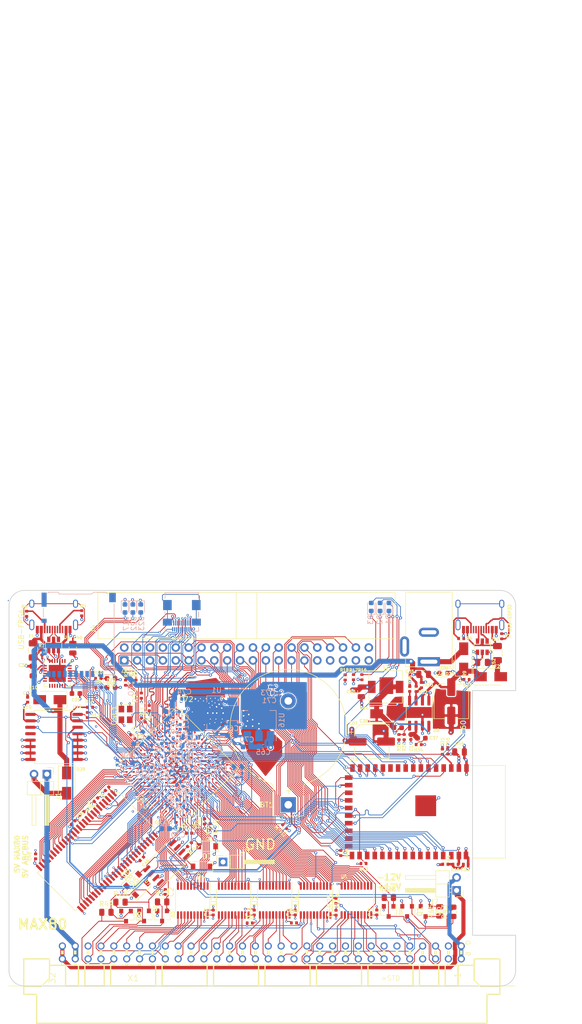
<source format=kicad_pcb>
(kicad_pcb (version 20171130) (host pcbnew 5.1.9-73d0e3b20d~88~ubuntu20.04.1)

  (general
    (thickness 1.6)
    (drawings 19)
    (tracks 5219)
    (zones 0)
    (modules 174)
    (nets 255)
  )

  (page A4)
  (title_block
    (title MAX80)
    (date 2021-01-31)
    (rev 0.01)
    (company "No name")
  )

  (layers
    (0 F.Cu signal)
    (1 In1.Cu power)
    (2 In2.Cu signal)
    (31 B.Cu signal)
    (32 B.Adhes user)
    (33 F.Adhes user)
    (34 B.Paste user)
    (35 F.Paste user)
    (36 B.SilkS user)
    (37 F.SilkS user)
    (38 B.Mask user)
    (39 F.Mask user)
    (40 Dwgs.User user)
    (41 Cmts.User user)
    (42 Eco1.User user)
    (43 Eco2.User user)
    (44 Edge.Cuts user)
    (45 Margin user)
    (46 B.CrtYd user)
    (47 F.CrtYd user)
    (48 B.Fab user hide)
    (49 F.Fab user hide)
  )

  (setup
    (last_trace_width 0.15)
    (user_trace_width 0.15)
    (user_trace_width 0.3)
    (user_trace_width 0.5)
    (trace_clearance 0.15)
    (zone_clearance 0.15)
    (zone_45_only no)
    (trace_min 0.15)
    (via_size 0.6)
    (via_drill 0.3)
    (via_min_size 0.45)
    (via_min_drill 0.2)
    (user_via 0.45 0.2)
    (uvia_size 0.3)
    (uvia_drill 0.1)
    (uvias_allowed yes)
    (uvia_min_size 0.2)
    (uvia_min_drill 0.1)
    (edge_width 0.15)
    (segment_width 0.3)
    (pcb_text_width 0.3)
    (pcb_text_size 1.5 1.5)
    (mod_edge_width 0.15)
    (mod_text_size 1 1)
    (mod_text_width 0.15)
    (pad_size 0.46 0.4)
    (pad_drill 0)
    (pad_to_mask_clearance 0)
    (aux_axis_origin 0 0)
    (visible_elements FFFFFF7F)
    (pcbplotparams
      (layerselection 0x010fc_ffffffff)
      (usegerberextensions false)
      (usegerberattributes true)
      (usegerberadvancedattributes true)
      (creategerberjobfile true)
      (excludeedgelayer true)
      (linewidth 0.100000)
      (plotframeref false)
      (viasonmask false)
      (mode 1)
      (useauxorigin false)
      (hpglpennumber 1)
      (hpglpenspeed 20)
      (hpglpendiameter 15.000000)
      (psnegative false)
      (psa4output false)
      (plotreference true)
      (plotvalue true)
      (plotinvisibletext false)
      (padsonsilk false)
      (subtractmaskfromsilk false)
      (outputformat 1)
      (mirror false)
      (drillshape 0)
      (scaleselection 1)
      (outputdirectory "abc80_gerber"))
  )

  (net 0 "")
  (net 1 GND)
  (net 2 +5V)
  (net 3 "Net-(R5-Pad2)")
  (net 4 "Net-(R6-Pad2)")
  (net 5 "Net-(R7-Pad1)")
  (net 6 "Net-(U10-Pad5)")
  (net 7 "Net-(U10-Pad4)")
  (net 8 "Net-(U9-Pad4)")
  (net 9 "Net-(U9-Pad6)")
  (net 10 "Net-(USB1-Pad13)")
  (net 11 "Net-(BT1-Pad1)")
  (net 12 /A4)
  (net 13 /A3)
  (net 14 /A2)
  (net 15 /A1)
  (net 16 /A0)
  (net 17 /IO0)
  (net 18 /IO3)
  (net 19 /IO4)
  (net 20 /IO5)
  (net 21 /IO6)
  (net 22 /IO7)
  (net 23 /A11)
  (net 24 /IO9)
  (net 25 /A8)
  (net 26 /A7)
  (net 27 /A6)
  (net 28 /A5)
  (net 29 /A9)
  (net 30 /A10)
  (net 31 /A12)
  (net 32 /IO8)
  (net 33 /IO10)
  (net 34 /IO11)
  (net 35 /IO12)
  (net 36 /IO13)
  (net 37 /IO14)
  (net 38 /IO15)
  (net 39 /abc80bus/D7)
  (net 40 /abc80bus/D6)
  (net 41 /abc80bus/D5)
  (net 42 /abc80bus/D4)
  (net 43 /abc80bus/D3)
  (net 44 /abc80bus/D2)
  (net 45 /abc80bus/D1)
  (net 46 /abc80bus/D0)
  (net 47 /abc80bus/A8)
  (net 48 /abc80bus/A9)
  (net 49 /abc80bus/A10)
  (net 50 /abc80bus/A11)
  (net 51 /abc80bus/A12)
  (net 52 /abc80bus/A13)
  (net 53 /abc80bus/A14)
  (net 54 /abc80bus/A15)
  (net 55 /abc80bus/A7)
  (net 56 /abc80bus/A6)
  (net 57 /abc80bus/A5)
  (net 58 /abc80bus/A4)
  (net 59 /abc80bus/A3)
  (net 60 /abc80bus/A2)
  (net 61 /abc80bus/A1)
  (net 62 /abc80bus/A0)
  (net 63 /IO1)
  (net 64 /IO2)
  (net 65 /32KHZ)
  (net 66 /RTC_INT)
  (net 67 /abc80bus/ABC5V)
  (net 68 /SD_DAT1)
  (net 69 /SD_DAT3)
  (net 70 /SD_CMD)
  (net 71 /SD_CLK)
  (net 72 /SD_DAT0)
  (net 73 FPGA_TDI)
  (net 74 FPGA_TMS)
  (net 75 FPGA_TDO)
  (net 76 FPGA_TCK)
  (net 77 ABC_CLK_5)
  (net 78 /FPGA_SCL)
  (net 79 /FPGA_SDA)
  (net 80 FPGA_SPI_CLK)
  (net 81 FGPA_SPI_CS_ESP32)
  (net 82 INT_ESP32)
  (net 83 "Net-(C53-Pad1)")
  (net 84 "Net-(F2-Pad2)")
  (net 85 ESP32_TDO)
  (net 86 ESP32_TCK)
  (net 87 ESP32_TMS)
  (net 88 ESP32_IO0)
  (net 89 ESP32_RXD)
  (net 90 ESP32_TXD)
  (net 91 ESP32_EN)
  (net 92 "Net-(R3-Pad2)")
  (net 93 "Net-(R4-Pad2)")
  (net 94 /ESP32/USB_D-)
  (net 95 /ESP32/USB_D+)
  (net 96 ESP32_TDI)
  (net 97 "Net-(U15-Pad6)")
  (net 98 "Net-(U15-Pad4)")
  (net 99 "Net-(USB2-Pad13)")
  (net 100 "Net-(D1-Pad2)")
  (net 101 "Net-(D1-Pad1)")
  (net 102 "Net-(D2-Pad2)")
  (net 103 "Net-(D2-Pad1)")
  (net 104 "Net-(D3-Pad2)")
  (net 105 "Net-(D3-Pad1)")
  (net 106 ESP32_SCL)
  (net 107 ESP32_SDA)
  (net 108 ESP32_CS2)
  (net 109 ESP32_CS0)
  (net 110 ESP32_MISO)
  (net 111 ESP32_SCK)
  (net 112 ESP32_MOSI)
  (net 113 ESP32_CS1)
  (net 114 /FPGA_USB_TXD)
  (net 115 /FPGA_USB_RXD)
  (net 116 /abc80bus/~CS)
  (net 117 /abc80bus/~C4)
  (net 118 /abc80bus/~C3)
  (net 119 /abc80bus/~C2)
  (net 120 /abc80bus/~C1)
  (net 121 /abc80bus/~OUT)
  (net 122 /abc80bus/~RST)
  (net 123 /abc80bus/~XMEMFL)
  (net 124 /abc80bus/~INP)
  (net 125 /abc80bus/~STATUS)
  (net 126 /abc80bus/~XINPSTB)
  (net 127 /abc80bus/~XOUTSTB)
  (net 128 AD0)
  (net 129 AD1)
  (net 130 AD2)
  (net 131 AD3)
  (net 132 AD4)
  (net 133 AD5)
  (net 134 AD6)
  (net 135 AD7)
  (net 136 /abc80bus/~RESIN)
  (net 137 /FPGA_LED1)
  (net 138 /FPGA_LED2)
  (net 139 /FPGA_LED3)
  (net 140 "Net-(D17-Pad2)")
  (net 141 "Net-(D22-Pad2)")
  (net 142 "Net-(D23-Pad2)")
  (net 143 FPGA_GPIO3)
  (net 144 FPGA_GPIO2)
  (net 145 FPGA_GPIO1)
  (net 146 FPGA_GPIO0)
  (net 147 FPGA_GPIO5)
  (net 148 FPGA_GPIO4)
  (net 149 "Net-(C36-Pad1)")
  (net 150 "Net-(C37-Pad2)")
  (net 151 "Net-(C37-Pad1)")
  (net 152 "Net-(C38-Pad2)")
  (net 153 "Net-(R32-Pad2)")
  (net 154 "Net-(R35-Pad2)")
  (net 155 "Net-(C38-Pad1)")
  (net 156 /abc80bus/READY)
  (net 157 /abc80bus/~NMI)
  (net 158 ~FPGA_READY)
  (net 159 FPGA_NMI)
  (net 160 "Net-(D26-Pad2)")
  (net 161 FPGA_RESIN)
  (net 162 /DQMH)
  (net 163 /CLK)
  (net 164 /CKE)
  (net 165 /BA1)
  (net 166 /BA0)
  (net 167 /DQML)
  (net 168 "Net-(D28-Pad2)")
  (net 169 "Net-(D25-Pad2)")
  (net 170 "Net-(F1-Pad2)")
  (net 171 /FPGA_USB_RTS)
  (net 172 /FPGA_USB_CTS)
  (net 173 "Net-(C39-Pad1)")
  (net 174 "Net-(C52-Pad1)")
  (net 175 /WE#)
  (net 176 /CAS#)
  (net 177 /RAS#)
  (net 178 /CS#)
  (net 179 "Net-(D29-Pad1)")
  (net 180 "Net-(D30-Pad1)")
  (net 181 +3V3)
  (net 182 +2V5)
  (net 183 +1V2)
  (net 184 "Net-(R13-Pad1)")
  (net 185 "Net-(R37-Pad2)")
  (net 186 "Net-(R38-Pad2)")
  (net 187 "Net-(R41-Pad2)")
  (net 188 DATA0)
  (net 189 ~CS_ABC_3V3)
  (net 190 ~OUT_ABC_3V3)
  (net 191 AD8)
  (net 192 ~C1_ABC_3V3)
  (net 193 AD9)
  (net 194 ~C2_ABC_3V3)
  (net 195 AD10)
  (net 196 ~C3_ABC_3V3)
  (net 197 ~C4_ABC_3V3)
  (net 198 AD11)
  (net 199 AD12)
  (net 200 AD13)
  (net 201 AD14)
  (net 202 AD15)
  (net 203 DLCK)
  (net 204 ASD0)
  (net 205 nCE0)
  (net 206 ~INP_ABC_3V3)
  (net 207 ~STATUS_ABC_3V3)
  (net 208 DD0)
  (net 209 DD1)
  (net 210 DD2)
  (net 211 DD3)
  (net 212 DD4)
  (net 213 DD5)
  (net 214 DD6)
  (net 215 DD7)
  (net 216 DD8)
  (net 217 ~XOUTSTB_ABC_3V3)
  (net 218 ~RST_ABC_3V3)
  (net 219 ~XMEMFL_ABC_3V3)
  (net 220 ~XINPSTB_ABC_3V3)
  (net 221 ABC_CLK_3V3)
  (net 222 DD9)
  (net 223 FPGA_SPI_MOSI)
  (net 224 FPGA_SPI_MISO)
  (net 225 /SD_DAT2)
  (net 226 CLK0n)
  (net 227 "Net-(J5-PadSH)")
  (net 228 HDMI_CK-)
  (net 229 HDMI_D0+)
  (net 230 HDMI_D1-)
  (net 231 HDMI_D2+)
  (net 232 HDMI_CK+)
  (net 233 HDMI_D0-)
  (net 234 HDMI_D1+)
  (net 235 HDMI_D2-)
  (net 236 HDMI_SDA)
  (net 237 HDMI_HPD)
  (net 238 HDMI_SCL)
  (net 239 FPGA_JTAGEN)
  (net 240 FLASH_CS#)
  (net 241 /abc80bus/~INT)
  (net 242 /abc80bus/~XMEMW800)
  (net 243 /abc80bus/~XMEMW80)
  (net 244 INT_ABC_3V3)
  (net 245 INT800_ABC_3V3)
  (net 246 ~XMEMW80_ABC_3V3)
  (net 247 ~XMEMW800_ABC_3V3)
  (net 248 /abc80bus/~XM)
  (net 249 XM_ABC_3V3)
  (net 250 "Net-(R25-Pad2)")
  (net 251 AD16)
  (net 252 DD10)
  (net 253 /abc80bus/ABC_-12V)
  (net 254 /abc80bus/ABC_12V)

  (net_class Default "This is the default net class."
    (clearance 0.15)
    (trace_width 0.15)
    (via_dia 0.6)
    (via_drill 0.3)
    (uvia_dia 0.3)
    (uvia_drill 0.1)
    (add_net +1V2)
    (add_net +2V5)
    (add_net +3V3)
    (add_net +5V)
    (add_net /32KHZ)
    (add_net /A0)
    (add_net /A1)
    (add_net /A10)
    (add_net /A11)
    (add_net /A12)
    (add_net /A2)
    (add_net /A3)
    (add_net /A4)
    (add_net /A5)
    (add_net /A6)
    (add_net /A7)
    (add_net /A8)
    (add_net /A9)
    (add_net /BA0)
    (add_net /BA1)
    (add_net /CAS#)
    (add_net /CKE)
    (add_net /CLK)
    (add_net /CS#)
    (add_net /DQMH)
    (add_net /DQML)
    (add_net /ESP32/USB_D+)
    (add_net /ESP32/USB_D-)
    (add_net /FPGA_LED1)
    (add_net /FPGA_LED2)
    (add_net /FPGA_LED3)
    (add_net /FPGA_SCL)
    (add_net /FPGA_SDA)
    (add_net /FPGA_USB_CTS)
    (add_net /FPGA_USB_RTS)
    (add_net /FPGA_USB_RXD)
    (add_net /FPGA_USB_TXD)
    (add_net /IO0)
    (add_net /IO1)
    (add_net /IO10)
    (add_net /IO11)
    (add_net /IO12)
    (add_net /IO13)
    (add_net /IO14)
    (add_net /IO15)
    (add_net /IO2)
    (add_net /IO3)
    (add_net /IO4)
    (add_net /IO5)
    (add_net /IO6)
    (add_net /IO7)
    (add_net /IO8)
    (add_net /IO9)
    (add_net /RAS#)
    (add_net /RTC_INT)
    (add_net /SD_CLK)
    (add_net /SD_CMD)
    (add_net /SD_DAT0)
    (add_net /SD_DAT1)
    (add_net /SD_DAT2)
    (add_net /SD_DAT3)
    (add_net /WE#)
    (add_net /abc80bus/A0)
    (add_net /abc80bus/A1)
    (add_net /abc80bus/A10)
    (add_net /abc80bus/A11)
    (add_net /abc80bus/A12)
    (add_net /abc80bus/A13)
    (add_net /abc80bus/A14)
    (add_net /abc80bus/A15)
    (add_net /abc80bus/A2)
    (add_net /abc80bus/A3)
    (add_net /abc80bus/A4)
    (add_net /abc80bus/A5)
    (add_net /abc80bus/A6)
    (add_net /abc80bus/A7)
    (add_net /abc80bus/A8)
    (add_net /abc80bus/A9)
    (add_net /abc80bus/ABC5V)
    (add_net /abc80bus/ABC_-12V)
    (add_net /abc80bus/ABC_12V)
    (add_net /abc80bus/D0)
    (add_net /abc80bus/D1)
    (add_net /abc80bus/D2)
    (add_net /abc80bus/D3)
    (add_net /abc80bus/D4)
    (add_net /abc80bus/D5)
    (add_net /abc80bus/D6)
    (add_net /abc80bus/D7)
    (add_net /abc80bus/READY)
    (add_net /abc80bus/~C1)
    (add_net /abc80bus/~C2)
    (add_net /abc80bus/~C3)
    (add_net /abc80bus/~C4)
    (add_net /abc80bus/~CS)
    (add_net /abc80bus/~INP)
    (add_net /abc80bus/~INT)
    (add_net /abc80bus/~NMI)
    (add_net /abc80bus/~OUT)
    (add_net /abc80bus/~RESIN)
    (add_net /abc80bus/~RST)
    (add_net /abc80bus/~STATUS)
    (add_net /abc80bus/~XINPSTB)
    (add_net /abc80bus/~XM)
    (add_net /abc80bus/~XMEMFL)
    (add_net /abc80bus/~XMEMW80)
    (add_net /abc80bus/~XMEMW800)
    (add_net /abc80bus/~XOUTSTB)
    (add_net ABC_CLK_3V3)
    (add_net ABC_CLK_5)
    (add_net AD0)
    (add_net AD1)
    (add_net AD10)
    (add_net AD11)
    (add_net AD12)
    (add_net AD13)
    (add_net AD14)
    (add_net AD15)
    (add_net AD16)
    (add_net AD2)
    (add_net AD3)
    (add_net AD4)
    (add_net AD5)
    (add_net AD6)
    (add_net AD7)
    (add_net AD8)
    (add_net AD9)
    (add_net ASD0)
    (add_net CLK0n)
    (add_net DATA0)
    (add_net DD0)
    (add_net DD1)
    (add_net DD10)
    (add_net DD2)
    (add_net DD3)
    (add_net DD4)
    (add_net DD5)
    (add_net DD6)
    (add_net DD7)
    (add_net DD8)
    (add_net DD9)
    (add_net DLCK)
    (add_net ESP32_CS0)
    (add_net ESP32_CS1)
    (add_net ESP32_CS2)
    (add_net ESP32_EN)
    (add_net ESP32_IO0)
    (add_net ESP32_MISO)
    (add_net ESP32_MOSI)
    (add_net ESP32_RXD)
    (add_net ESP32_SCK)
    (add_net ESP32_SCL)
    (add_net ESP32_SDA)
    (add_net ESP32_TCK)
    (add_net ESP32_TDI)
    (add_net ESP32_TDO)
    (add_net ESP32_TMS)
    (add_net ESP32_TXD)
    (add_net FGPA_SPI_CS_ESP32)
    (add_net FLASH_CS#)
    (add_net FPGA_GPIO0)
    (add_net FPGA_GPIO1)
    (add_net FPGA_GPIO2)
    (add_net FPGA_GPIO3)
    (add_net FPGA_GPIO4)
    (add_net FPGA_GPIO5)
    (add_net FPGA_JTAGEN)
    (add_net FPGA_NMI)
    (add_net FPGA_RESIN)
    (add_net FPGA_SPI_CLK)
    (add_net FPGA_SPI_MISO)
    (add_net FPGA_SPI_MOSI)
    (add_net FPGA_TCK)
    (add_net FPGA_TDI)
    (add_net FPGA_TDO)
    (add_net FPGA_TMS)
    (add_net GND)
    (add_net HDMI_CK+)
    (add_net HDMI_CK-)
    (add_net HDMI_D0+)
    (add_net HDMI_D0-)
    (add_net HDMI_D1+)
    (add_net HDMI_D1-)
    (add_net HDMI_D2+)
    (add_net HDMI_D2-)
    (add_net HDMI_HPD)
    (add_net HDMI_SCL)
    (add_net HDMI_SDA)
    (add_net INT800_ABC_3V3)
    (add_net INT_ABC_3V3)
    (add_net INT_ESP32)
    (add_net "Net-(BT1-Pad1)")
    (add_net "Net-(C36-Pad1)")
    (add_net "Net-(C37-Pad1)")
    (add_net "Net-(C37-Pad2)")
    (add_net "Net-(C38-Pad1)")
    (add_net "Net-(C38-Pad2)")
    (add_net "Net-(C39-Pad1)")
    (add_net "Net-(C52-Pad1)")
    (add_net "Net-(C53-Pad1)")
    (add_net "Net-(D1-Pad1)")
    (add_net "Net-(D1-Pad2)")
    (add_net "Net-(D17-Pad2)")
    (add_net "Net-(D2-Pad1)")
    (add_net "Net-(D2-Pad2)")
    (add_net "Net-(D22-Pad2)")
    (add_net "Net-(D23-Pad2)")
    (add_net "Net-(D25-Pad2)")
    (add_net "Net-(D26-Pad2)")
    (add_net "Net-(D28-Pad2)")
    (add_net "Net-(D29-Pad1)")
    (add_net "Net-(D3-Pad1)")
    (add_net "Net-(D3-Pad2)")
    (add_net "Net-(D30-Pad1)")
    (add_net "Net-(F1-Pad2)")
    (add_net "Net-(F2-Pad2)")
    (add_net "Net-(J5-PadSH)")
    (add_net "Net-(R13-Pad1)")
    (add_net "Net-(R25-Pad2)")
    (add_net "Net-(R3-Pad2)")
    (add_net "Net-(R32-Pad2)")
    (add_net "Net-(R35-Pad2)")
    (add_net "Net-(R37-Pad2)")
    (add_net "Net-(R38-Pad2)")
    (add_net "Net-(R4-Pad2)")
    (add_net "Net-(R41-Pad2)")
    (add_net "Net-(R5-Pad2)")
    (add_net "Net-(R6-Pad2)")
    (add_net "Net-(R7-Pad1)")
    (add_net "Net-(U10-Pad4)")
    (add_net "Net-(U10-Pad5)")
    (add_net "Net-(U15-Pad4)")
    (add_net "Net-(U15-Pad6)")
    (add_net "Net-(U9-Pad4)")
    (add_net "Net-(U9-Pad6)")
    (add_net "Net-(USB1-Pad13)")
    (add_net "Net-(USB2-Pad13)")
    (add_net XM_ABC_3V3)
    (add_net nCE0)
    (add_net ~C1_ABC_3V3)
    (add_net ~C2_ABC_3V3)
    (add_net ~C3_ABC_3V3)
    (add_net ~C4_ABC_3V3)
    (add_net ~CS_ABC_3V3)
    (add_net ~FPGA_READY)
    (add_net ~INP_ABC_3V3)
    (add_net ~OUT_ABC_3V3)
    (add_net ~RST_ABC_3V3)
    (add_net ~STATUS_ABC_3V3)
    (add_net ~XINPSTB_ABC_3V3)
    (add_net ~XMEMFL_ABC_3V3)
    (add_net ~XMEMW800_ABC_3V3)
    (add_net ~XMEMW80_ABC_3V3)
    (add_net ~XOUTSTB_ABC_3V3)
  )

  (module Diode_SMD:D_SOD-123 (layer F.Cu) (tedit 58645DC7) (tstamp 60442506)
    (at 91.625 151.45 180)
    (descr SOD-123)
    (tags SOD-123)
    (path /60D4872C)
    (attr smd)
    (fp_text reference D7 (at 0 -2) (layer F.SilkS)
      (effects (font (size 1 1) (thickness 0.15)))
    )
    (fp_text value D_Schottky (at 0 2.1) (layer F.Fab)
      (effects (font (size 1 1) (thickness 0.15)))
    )
    (fp_text user %R (at 0 -2) (layer F.Fab)
      (effects (font (size 1 1) (thickness 0.15)))
    )
    (fp_line (start -2.25 -1) (end -2.25 1) (layer F.SilkS) (width 0.12))
    (fp_line (start 0.25 0) (end 0.75 0) (layer F.Fab) (width 0.1))
    (fp_line (start 0.25 0.4) (end -0.35 0) (layer F.Fab) (width 0.1))
    (fp_line (start 0.25 -0.4) (end 0.25 0.4) (layer F.Fab) (width 0.1))
    (fp_line (start -0.35 0) (end 0.25 -0.4) (layer F.Fab) (width 0.1))
    (fp_line (start -0.35 0) (end -0.35 0.55) (layer F.Fab) (width 0.1))
    (fp_line (start -0.35 0) (end -0.35 -0.55) (layer F.Fab) (width 0.1))
    (fp_line (start -0.75 0) (end -0.35 0) (layer F.Fab) (width 0.1))
    (fp_line (start -1.4 0.9) (end -1.4 -0.9) (layer F.Fab) (width 0.1))
    (fp_line (start 1.4 0.9) (end -1.4 0.9) (layer F.Fab) (width 0.1))
    (fp_line (start 1.4 -0.9) (end 1.4 0.9) (layer F.Fab) (width 0.1))
    (fp_line (start -1.4 -0.9) (end 1.4 -0.9) (layer F.Fab) (width 0.1))
    (fp_line (start -2.35 -1.15) (end 2.35 -1.15) (layer F.CrtYd) (width 0.05))
    (fp_line (start 2.35 -1.15) (end 2.35 1.15) (layer F.CrtYd) (width 0.05))
    (fp_line (start 2.35 1.15) (end -2.35 1.15) (layer F.CrtYd) (width 0.05))
    (fp_line (start -2.35 -1.15) (end -2.35 1.15) (layer F.CrtYd) (width 0.05))
    (fp_line (start -2.25 1) (end 1.65 1) (layer F.SilkS) (width 0.12))
    (fp_line (start -2.25 -1) (end 1.65 -1) (layer F.SilkS) (width 0.12))
    (pad 2 smd rect (at 1.65 0 180) (size 0.9 1.2) (layers F.Cu F.Paste F.Mask)
      (net 188 DATA0))
    (pad 1 smd rect (at -1.65 0 180) (size 0.9 1.2) (layers F.Cu F.Paste F.Mask)
      (net 181 +3V3))
    (model ${KISYS3DMOD}/Diode_SMD.3dshapes/D_SOD-123.wrl
      (at (xyz 0 0 0))
      (scale (xyz 1 1 1))
      (rotate (xyz 0 0 0))
    )
  )

  (module Diode_SMD:D_SOD-123 (layer F.Cu) (tedit 58645DC7) (tstamp 604424ED)
    (at 76.925 158.125 45)
    (descr SOD-123)
    (tags SOD-123)
    (path /60D4963D)
    (attr smd)
    (fp_text reference D6 (at 0 -2 45) (layer F.SilkS)
      (effects (font (size 1 1) (thickness 0.15)))
    )
    (fp_text value D_Schottky (at 0 2.1 45) (layer F.Fab)
      (effects (font (size 1 1) (thickness 0.15)))
    )
    (fp_text user %R (at 0 -2 45) (layer F.Fab)
      (effects (font (size 1 1) (thickness 0.15)))
    )
    (fp_line (start -2.25 -1) (end -2.25 1) (layer F.SilkS) (width 0.12))
    (fp_line (start 0.25 0) (end 0.75 0) (layer F.Fab) (width 0.1))
    (fp_line (start 0.25 0.4) (end -0.35 0) (layer F.Fab) (width 0.1))
    (fp_line (start 0.25 -0.4) (end 0.25 0.4) (layer F.Fab) (width 0.1))
    (fp_line (start -0.35 0) (end 0.25 -0.4) (layer F.Fab) (width 0.1))
    (fp_line (start -0.35 0) (end -0.35 0.55) (layer F.Fab) (width 0.1))
    (fp_line (start -0.35 0) (end -0.35 -0.55) (layer F.Fab) (width 0.1))
    (fp_line (start -0.75 0) (end -0.35 0) (layer F.Fab) (width 0.1))
    (fp_line (start -1.4 0.9) (end -1.4 -0.9) (layer F.Fab) (width 0.1))
    (fp_line (start 1.4 0.9) (end -1.4 0.9) (layer F.Fab) (width 0.1))
    (fp_line (start 1.4 -0.9) (end 1.4 0.9) (layer F.Fab) (width 0.1))
    (fp_line (start -1.4 -0.9) (end 1.4 -0.9) (layer F.Fab) (width 0.1))
    (fp_line (start -2.35 -1.15) (end 2.35 -1.15) (layer F.CrtYd) (width 0.05))
    (fp_line (start 2.35 -1.15) (end 2.35 1.15) (layer F.CrtYd) (width 0.05))
    (fp_line (start 2.35 1.15) (end -2.35 1.15) (layer F.CrtYd) (width 0.05))
    (fp_line (start -2.35 -1.15) (end -2.35 1.15) (layer F.CrtYd) (width 0.05))
    (fp_line (start -2.25 1) (end 1.65 1) (layer F.SilkS) (width 0.12))
    (fp_line (start -2.25 -1) (end 1.65 -1) (layer F.SilkS) (width 0.12))
    (pad 2 smd rect (at 1.65 0 45) (size 0.9 1.2) (layers F.Cu F.Paste F.Mask)
      (net 204 ASD0))
    (pad 1 smd rect (at -1.65 0 45) (size 0.9 1.2) (layers F.Cu F.Paste F.Mask)
      (net 181 +3V3))
    (model ${KISYS3DMOD}/Diode_SMD.3dshapes/D_SOD-123.wrl
      (at (xyz 0 0 0))
      (scale (xyz 1 1 1))
      (rotate (xyz 0 0 0))
    )
  )

  (module Diode_SMD:D_SOD-123 (layer F.Cu) (tedit 58645DC7) (tstamp 604424D4)
    (at 78.625 159.85 45)
    (descr SOD-123)
    (tags SOD-123)
    (path /60E7A93B)
    (attr smd)
    (fp_text reference D5 (at 0 -2 45) (layer F.SilkS)
      (effects (font (size 1 1) (thickness 0.15)))
    )
    (fp_text value D_Schottky (at 0 2.1 45) (layer F.Fab)
      (effects (font (size 1 1) (thickness 0.15)))
    )
    (fp_text user %R (at 0 -2 45) (layer F.Fab)
      (effects (font (size 1 1) (thickness 0.15)))
    )
    (fp_line (start -2.25 -1) (end -2.25 1) (layer F.SilkS) (width 0.12))
    (fp_line (start 0.25 0) (end 0.75 0) (layer F.Fab) (width 0.1))
    (fp_line (start 0.25 0.4) (end -0.35 0) (layer F.Fab) (width 0.1))
    (fp_line (start 0.25 -0.4) (end 0.25 0.4) (layer F.Fab) (width 0.1))
    (fp_line (start -0.35 0) (end 0.25 -0.4) (layer F.Fab) (width 0.1))
    (fp_line (start -0.35 0) (end -0.35 0.55) (layer F.Fab) (width 0.1))
    (fp_line (start -0.35 0) (end -0.35 -0.55) (layer F.Fab) (width 0.1))
    (fp_line (start -0.75 0) (end -0.35 0) (layer F.Fab) (width 0.1))
    (fp_line (start -1.4 0.9) (end -1.4 -0.9) (layer F.Fab) (width 0.1))
    (fp_line (start 1.4 0.9) (end -1.4 0.9) (layer F.Fab) (width 0.1))
    (fp_line (start 1.4 -0.9) (end 1.4 0.9) (layer F.Fab) (width 0.1))
    (fp_line (start -1.4 -0.9) (end 1.4 -0.9) (layer F.Fab) (width 0.1))
    (fp_line (start -2.35 -1.15) (end 2.35 -1.15) (layer F.CrtYd) (width 0.05))
    (fp_line (start 2.35 -1.15) (end 2.35 1.15) (layer F.CrtYd) (width 0.05))
    (fp_line (start 2.35 1.15) (end -2.35 1.15) (layer F.CrtYd) (width 0.05))
    (fp_line (start -2.35 -1.15) (end -2.35 1.15) (layer F.CrtYd) (width 0.05))
    (fp_line (start -2.25 1) (end 1.65 1) (layer F.SilkS) (width 0.12))
    (fp_line (start -2.25 -1) (end 1.65 -1) (layer F.SilkS) (width 0.12))
    (pad 2 smd rect (at 1.65 0 45) (size 0.9 1.2) (layers F.Cu F.Paste F.Mask)
      (net 203 DLCK))
    (pad 1 smd rect (at -1.65 0 45) (size 0.9 1.2) (layers F.Cu F.Paste F.Mask)
      (net 181 +3V3))
    (model ${KISYS3DMOD}/Diode_SMD.3dshapes/D_SOD-123.wrl
      (at (xyz 0 0 0))
      (scale (xyz 1 1 1))
      (rotate (xyz 0 0 0))
    )
  )

  (module Diode_SMD:D_SOD-123 (layer F.Cu) (tedit 58645DC7) (tstamp 60446C83)
    (at 90.475 155.475 180)
    (descr SOD-123)
    (tags SOD-123)
    (path /60D15E22)
    (attr smd)
    (fp_text reference D4 (at 0 -2) (layer F.SilkS)
      (effects (font (size 1 1) (thickness 0.15)))
    )
    (fp_text value D_Schottky (at 0 2.1) (layer F.Fab)
      (effects (font (size 1 1) (thickness 0.15)))
    )
    (fp_text user %R (at 0 -2) (layer F.Fab)
      (effects (font (size 1 1) (thickness 0.15)))
    )
    (fp_line (start -2.25 -1) (end -2.25 1) (layer F.SilkS) (width 0.12))
    (fp_line (start 0.25 0) (end 0.75 0) (layer F.Fab) (width 0.1))
    (fp_line (start 0.25 0.4) (end -0.35 0) (layer F.Fab) (width 0.1))
    (fp_line (start 0.25 -0.4) (end 0.25 0.4) (layer F.Fab) (width 0.1))
    (fp_line (start -0.35 0) (end 0.25 -0.4) (layer F.Fab) (width 0.1))
    (fp_line (start -0.35 0) (end -0.35 0.55) (layer F.Fab) (width 0.1))
    (fp_line (start -0.35 0) (end -0.35 -0.55) (layer F.Fab) (width 0.1))
    (fp_line (start -0.75 0) (end -0.35 0) (layer F.Fab) (width 0.1))
    (fp_line (start -1.4 0.9) (end -1.4 -0.9) (layer F.Fab) (width 0.1))
    (fp_line (start 1.4 0.9) (end -1.4 0.9) (layer F.Fab) (width 0.1))
    (fp_line (start 1.4 -0.9) (end 1.4 0.9) (layer F.Fab) (width 0.1))
    (fp_line (start -1.4 -0.9) (end 1.4 -0.9) (layer F.Fab) (width 0.1))
    (fp_line (start -2.35 -1.15) (end 2.35 -1.15) (layer F.CrtYd) (width 0.05))
    (fp_line (start 2.35 -1.15) (end 2.35 1.15) (layer F.CrtYd) (width 0.05))
    (fp_line (start 2.35 1.15) (end -2.35 1.15) (layer F.CrtYd) (width 0.05))
    (fp_line (start -2.35 -1.15) (end -2.35 1.15) (layer F.CrtYd) (width 0.05))
    (fp_line (start -2.25 1) (end 1.65 1) (layer F.SilkS) (width 0.12))
    (fp_line (start -2.25 -1) (end 1.65 -1) (layer F.SilkS) (width 0.12))
    (pad 2 smd rect (at 1.65 0 180) (size 0.9 1.2) (layers F.Cu F.Paste F.Mask)
      (net 205 nCE0))
    (pad 1 smd rect (at -1.65 0 180) (size 0.9 1.2) (layers F.Cu F.Paste F.Mask)
      (net 181 +3V3))
    (model ${KISYS3DMOD}/Diode_SMD.3dshapes/D_SOD-123.wrl
      (at (xyz 0 0 0))
      (scale (xyz 1 1 1))
      (rotate (xyz 0 0 0))
    )
  )

  (module Connector_PinHeader_2.54mm:PinHeader_1x01_P2.54mm_Horizontal (layer F.Cu) (tedit 59FED5CB) (tstamp 6043450D)
    (at 94.75 154.55)
    (descr "Through hole angled pin header, 1x01, 2.54mm pitch, 6mm pin length, single row")
    (tags "Through hole angled pin header THT 1x01 2.54mm single row")
    (path /6013B380/60CC7EFE)
    (fp_text reference J6 (at 4.385 -2.27) (layer F.SilkS)
      (effects (font (size 1 1) (thickness 0.15)))
    )
    (fp_text value Conn_01x01_Male (at 4.385 2.27) (layer F.Fab)
      (effects (font (size 1 1) (thickness 0.15)))
    )
    (fp_text user %R (at 2.77 0 90) (layer F.Fab)
      (effects (font (size 1 1) (thickness 0.15)))
    )
    (fp_line (start 2.135 -1.27) (end 4.04 -1.27) (layer F.Fab) (width 0.1))
    (fp_line (start 4.04 -1.27) (end 4.04 1.27) (layer F.Fab) (width 0.1))
    (fp_line (start 4.04 1.27) (end 1.5 1.27) (layer F.Fab) (width 0.1))
    (fp_line (start 1.5 1.27) (end 1.5 -0.635) (layer F.Fab) (width 0.1))
    (fp_line (start 1.5 -0.635) (end 2.135 -1.27) (layer F.Fab) (width 0.1))
    (fp_line (start -0.32 -0.32) (end 1.5 -0.32) (layer F.Fab) (width 0.1))
    (fp_line (start -0.32 -0.32) (end -0.32 0.32) (layer F.Fab) (width 0.1))
    (fp_line (start -0.32 0.32) (end 1.5 0.32) (layer F.Fab) (width 0.1))
    (fp_line (start 4.04 -0.32) (end 10.04 -0.32) (layer F.Fab) (width 0.1))
    (fp_line (start 10.04 -0.32) (end 10.04 0.32) (layer F.Fab) (width 0.1))
    (fp_line (start 4.04 0.32) (end 10.04 0.32) (layer F.Fab) (width 0.1))
    (fp_line (start 1.44 -1.33) (end 1.44 1.33) (layer F.SilkS) (width 0.12))
    (fp_line (start 1.44 1.33) (end 4.1 1.33) (layer F.SilkS) (width 0.12))
    (fp_line (start 4.1 1.33) (end 4.1 -1.33) (layer F.SilkS) (width 0.12))
    (fp_line (start 4.1 -1.33) (end 1.44 -1.33) (layer F.SilkS) (width 0.12))
    (fp_line (start 4.1 -0.38) (end 10.1 -0.38) (layer F.SilkS) (width 0.12))
    (fp_line (start 10.1 -0.38) (end 10.1 0.38) (layer F.SilkS) (width 0.12))
    (fp_line (start 10.1 0.38) (end 4.1 0.38) (layer F.SilkS) (width 0.12))
    (fp_line (start 4.1 -0.32) (end 10.1 -0.32) (layer F.SilkS) (width 0.12))
    (fp_line (start 4.1 -0.2) (end 10.1 -0.2) (layer F.SilkS) (width 0.12))
    (fp_line (start 4.1 -0.08) (end 10.1 -0.08) (layer F.SilkS) (width 0.12))
    (fp_line (start 4.1 0.04) (end 10.1 0.04) (layer F.SilkS) (width 0.12))
    (fp_line (start 4.1 0.16) (end 10.1 0.16) (layer F.SilkS) (width 0.12))
    (fp_line (start 4.1 0.28) (end 10.1 0.28) (layer F.SilkS) (width 0.12))
    (fp_line (start 1.11 -0.38) (end 1.44 -0.38) (layer F.SilkS) (width 0.12))
    (fp_line (start 1.11 0.38) (end 1.44 0.38) (layer F.SilkS) (width 0.12))
    (fp_line (start -1.27 0) (end -1.27 -1.27) (layer F.SilkS) (width 0.12))
    (fp_line (start -1.27 -1.27) (end 0 -1.27) (layer F.SilkS) (width 0.12))
    (fp_line (start -1.8 -1.8) (end -1.8 1.8) (layer F.CrtYd) (width 0.05))
    (fp_line (start -1.8 1.8) (end 10.55 1.8) (layer F.CrtYd) (width 0.05))
    (fp_line (start 10.55 1.8) (end 10.55 -1.8) (layer F.CrtYd) (width 0.05))
    (fp_line (start 10.55 -1.8) (end -1.8 -1.8) (layer F.CrtYd) (width 0.05))
    (pad 1 thru_hole rect (at 0 0) (size 1.7 1.7) (drill 1) (layers *.Cu *.Mask)
      (net 1 GND))
    (model ${KISYS3DMOD}/Connector_PinHeader_2.54mm.3dshapes/PinHeader_1x01_P2.54mm_Horizontal.wrl
      (at (xyz 0 0 0))
      (scale (xyz 1 1 1))
      (rotate (xyz 0 0 0))
    )
  )

  (module Resistor_SMD:R_0805_2012Metric (layer F.Cu) (tedit 5F68FEEE) (tstamp 60427883)
    (at 137.525 164.3 90)
    (descr "Resistor SMD 0805 (2012 Metric), square (rectangular) end terminal, IPC_7351 nominal, (Body size source: IPC-SM-782 page 72, https://www.pcb-3d.com/wordpress/wp-content/uploads/ipc-sm-782a_amendment_1_and_2.pdf), generated with kicad-footprint-generator")
    (tags resistor)
    (path /6013B380/60B3A85D)
    (attr smd)
    (fp_text reference R45 (at 0 -1.65 90) (layer F.SilkS)
      (effects (font (size 1 1) (thickness 0.15)))
    )
    (fp_text value 0 (at 0 1.65 90) (layer F.Fab)
      (effects (font (size 1 1) (thickness 0.15)))
    )
    (fp_text user %R (at 0 0 90) (layer F.Fab)
      (effects (font (size 0.5 0.5) (thickness 0.08)))
    )
    (fp_line (start -1 0.625) (end -1 -0.625) (layer F.Fab) (width 0.1))
    (fp_line (start -1 -0.625) (end 1 -0.625) (layer F.Fab) (width 0.1))
    (fp_line (start 1 -0.625) (end 1 0.625) (layer F.Fab) (width 0.1))
    (fp_line (start 1 0.625) (end -1 0.625) (layer F.Fab) (width 0.1))
    (fp_line (start -0.227064 -0.735) (end 0.227064 -0.735) (layer F.SilkS) (width 0.12))
    (fp_line (start -0.227064 0.735) (end 0.227064 0.735) (layer F.SilkS) (width 0.12))
    (fp_line (start -1.68 0.95) (end -1.68 -0.95) (layer F.CrtYd) (width 0.05))
    (fp_line (start -1.68 -0.95) (end 1.68 -0.95) (layer F.CrtYd) (width 0.05))
    (fp_line (start 1.68 -0.95) (end 1.68 0.95) (layer F.CrtYd) (width 0.05))
    (fp_line (start 1.68 0.95) (end -1.68 0.95) (layer F.CrtYd) (width 0.05))
    (pad 2 smd roundrect (at 0.9125 0 90) (size 1.025 1.4) (layers F.Cu F.Paste F.Mask) (roundrect_rratio 0.243902)
      (net 245 INT800_ABC_3V3))
    (pad 1 smd roundrect (at -0.9125 0 90) (size 1.025 1.4) (layers F.Cu F.Paste F.Mask) (roundrect_rratio 0.243902)
      (net 243 /abc80bus/~XMEMW80))
    (model ${KISYS3DMOD}/Resistor_SMD.3dshapes/R_0805_2012Metric.wrl
      (at (xyz 0 0 0))
      (scale (xyz 1 1 1))
      (rotate (xyz 0 0 0))
    )
  )

  (module Resistor_SMD:R_0805_2012Metric (layer F.Cu) (tedit 5F68FEEE) (tstamp 60427872)
    (at 71.725 164.475)
    (descr "Resistor SMD 0805 (2012 Metric), square (rectangular) end terminal, IPC_7351 nominal, (Body size source: IPC-SM-782 page 72, https://www.pcb-3d.com/wordpress/wp-content/uploads/ipc-sm-782a_amendment_1_and_2.pdf), generated with kicad-footprint-generator")
    (tags resistor)
    (path /6013B380/60B3CF12)
    (attr smd)
    (fp_text reference R44 (at 0 -1.65) (layer F.SilkS)
      (effects (font (size 1 1) (thickness 0.15)))
    )
    (fp_text value 0 (at 0 1.65) (layer F.Fab)
      (effects (font (size 1 1) (thickness 0.15)))
    )
    (fp_text user %R (at 0 0) (layer F.Fab)
      (effects (font (size 0.5 0.5) (thickness 0.08)))
    )
    (fp_line (start -1 0.625) (end -1 -0.625) (layer F.Fab) (width 0.1))
    (fp_line (start -1 -0.625) (end 1 -0.625) (layer F.Fab) (width 0.1))
    (fp_line (start 1 -0.625) (end 1 0.625) (layer F.Fab) (width 0.1))
    (fp_line (start 1 0.625) (end -1 0.625) (layer F.Fab) (width 0.1))
    (fp_line (start -0.227064 -0.735) (end 0.227064 -0.735) (layer F.SilkS) (width 0.12))
    (fp_line (start -0.227064 0.735) (end 0.227064 0.735) (layer F.SilkS) (width 0.12))
    (fp_line (start -1.68 0.95) (end -1.68 -0.95) (layer F.CrtYd) (width 0.05))
    (fp_line (start -1.68 -0.95) (end 1.68 -0.95) (layer F.CrtYd) (width 0.05))
    (fp_line (start 1.68 -0.95) (end 1.68 0.95) (layer F.CrtYd) (width 0.05))
    (fp_line (start 1.68 0.95) (end -1.68 0.95) (layer F.CrtYd) (width 0.05))
    (pad 2 smd roundrect (at 0.9125 0) (size 1.025 1.4) (layers F.Cu F.Paste F.Mask) (roundrect_rratio 0.243902)
      (net 249 XM_ABC_3V3))
    (pad 1 smd roundrect (at -0.9125 0) (size 1.025 1.4) (layers F.Cu F.Paste F.Mask) (roundrect_rratio 0.243902)
      (net 248 /abc80bus/~XM))
    (model ${KISYS3DMOD}/Resistor_SMD.3dshapes/R_0805_2012Metric.wrl
      (at (xyz 0 0 0))
      (scale (xyz 1 1 1))
      (rotate (xyz 0 0 0))
    )
  )

  (module Resistor_SMD:R_0805_2012Metric (layer F.Cu) (tedit 5F68FEEE) (tstamp 60427861)
    (at 140.125 164.375 90)
    (descr "Resistor SMD 0805 (2012 Metric), square (rectangular) end terminal, IPC_7351 nominal, (Body size source: IPC-SM-782 page 72, https://www.pcb-3d.com/wordpress/wp-content/uploads/ipc-sm-782a_amendment_1_and_2.pdf), generated with kicad-footprint-generator")
    (tags resistor)
    (path /6013B380/60B38966)
    (attr smd)
    (fp_text reference R43 (at 0 -1.65 90) (layer F.SilkS)
      (effects (font (size 1 1) (thickness 0.15)))
    )
    (fp_text value 0 (at 0 1.65 90) (layer F.Fab)
      (effects (font (size 1 1) (thickness 0.15)))
    )
    (fp_text user %R (at 0 0 90) (layer F.Fab)
      (effects (font (size 0.5 0.5) (thickness 0.08)))
    )
    (fp_line (start -1 0.625) (end -1 -0.625) (layer F.Fab) (width 0.1))
    (fp_line (start -1 -0.625) (end 1 -0.625) (layer F.Fab) (width 0.1))
    (fp_line (start 1 -0.625) (end 1 0.625) (layer F.Fab) (width 0.1))
    (fp_line (start 1 0.625) (end -1 0.625) (layer F.Fab) (width 0.1))
    (fp_line (start -0.227064 -0.735) (end 0.227064 -0.735) (layer F.SilkS) (width 0.12))
    (fp_line (start -0.227064 0.735) (end 0.227064 0.735) (layer F.SilkS) (width 0.12))
    (fp_line (start -1.68 0.95) (end -1.68 -0.95) (layer F.CrtYd) (width 0.05))
    (fp_line (start -1.68 -0.95) (end 1.68 -0.95) (layer F.CrtYd) (width 0.05))
    (fp_line (start 1.68 -0.95) (end 1.68 0.95) (layer F.CrtYd) (width 0.05))
    (fp_line (start 1.68 0.95) (end -1.68 0.95) (layer F.CrtYd) (width 0.05))
    (pad 2 smd roundrect (at 0.9125 0 90) (size 1.025 1.4) (layers F.Cu F.Paste F.Mask) (roundrect_rratio 0.243902)
      (net 244 INT_ABC_3V3))
    (pad 1 smd roundrect (at -0.9125 0 90) (size 1.025 1.4) (layers F.Cu F.Paste F.Mask) (roundrect_rratio 0.243902)
      (net 241 /abc80bus/~INT))
    (model ${KISYS3DMOD}/Resistor_SMD.3dshapes/R_0805_2012Metric.wrl
      (at (xyz 0 0 0))
      (scale (xyz 1 1 1))
      (rotate (xyz 0 0 0))
    )
  )

  (module Resistor_SMD:R_0805_2012Metric (layer F.Cu) (tedit 5F68FEEE) (tstamp 60427690)
    (at 127.475 161.55)
    (descr "Resistor SMD 0805 (2012 Metric), square (rectangular) end terminal, IPC_7351 nominal, (Body size source: IPC-SM-782 page 72, https://www.pcb-3d.com/wordpress/wp-content/uploads/ipc-sm-782a_amendment_1_and_2.pdf), generated with kicad-footprint-generator")
    (tags resistor)
    (path /6013B380/60B37C47)
    (attr smd)
    (fp_text reference R28 (at 0 -1.65) (layer F.SilkS)
      (effects (font (size 1 1) (thickness 0.15)))
    )
    (fp_text value 0 (at 0 1.65) (layer F.Fab)
      (effects (font (size 1 1) (thickness 0.15)))
    )
    (fp_text user %R (at 0 0) (layer F.Fab)
      (effects (font (size 0.5 0.5) (thickness 0.08)))
    )
    (fp_line (start -1 0.625) (end -1 -0.625) (layer F.Fab) (width 0.1))
    (fp_line (start -1 -0.625) (end 1 -0.625) (layer F.Fab) (width 0.1))
    (fp_line (start 1 -0.625) (end 1 0.625) (layer F.Fab) (width 0.1))
    (fp_line (start 1 0.625) (end -1 0.625) (layer F.Fab) (width 0.1))
    (fp_line (start -0.227064 -0.735) (end 0.227064 -0.735) (layer F.SilkS) (width 0.12))
    (fp_line (start -0.227064 0.735) (end 0.227064 0.735) (layer F.SilkS) (width 0.12))
    (fp_line (start -1.68 0.95) (end -1.68 -0.95) (layer F.CrtYd) (width 0.05))
    (fp_line (start -1.68 -0.95) (end 1.68 -0.95) (layer F.CrtYd) (width 0.05))
    (fp_line (start 1.68 -0.95) (end 1.68 0.95) (layer F.CrtYd) (width 0.05))
    (fp_line (start 1.68 0.95) (end -1.68 0.95) (layer F.CrtYd) (width 0.05))
    (pad 2 smd roundrect (at 0.9125 0) (size 1.025 1.4) (layers F.Cu F.Paste F.Mask) (roundrect_rratio 0.243902)
      (net 161 FPGA_RESIN))
    (pad 1 smd roundrect (at -0.9125 0) (size 1.025 1.4) (layers F.Cu F.Paste F.Mask) (roundrect_rratio 0.243902)
      (net 136 /abc80bus/~RESIN))
    (model ${KISYS3DMOD}/Resistor_SMD.3dshapes/R_0805_2012Metric.wrl
      (at (xyz 0 0 0))
      (scale (xyz 1 1 1))
      (rotate (xyz 0 0 0))
    )
  )

  (module Resistor_SMD:R_0805_2012Metric (layer F.Cu) (tedit 5F68FEEE) (tstamp 6042767F)
    (at 82.725 162.425)
    (descr "Resistor SMD 0805 (2012 Metric), square (rectangular) end terminal, IPC_7351 nominal, (Body size source: IPC-SM-782 page 72, https://www.pcb-3d.com/wordpress/wp-content/uploads/ipc-sm-782a_amendment_1_and_2.pdf), generated with kicad-footprint-generator")
    (tags resistor)
    (path /6013B380/60B36F20)
    (attr smd)
    (fp_text reference R27 (at 0 -1.65) (layer F.SilkS)
      (effects (font (size 1 1) (thickness 0.15)))
    )
    (fp_text value 0 (at 0 1.65) (layer F.Fab)
      (effects (font (size 1 1) (thickness 0.15)))
    )
    (fp_text user %R (at 0 0) (layer F.Fab)
      (effects (font (size 0.5 0.5) (thickness 0.08)))
    )
    (fp_line (start -1 0.625) (end -1 -0.625) (layer F.Fab) (width 0.1))
    (fp_line (start -1 -0.625) (end 1 -0.625) (layer F.Fab) (width 0.1))
    (fp_line (start 1 -0.625) (end 1 0.625) (layer F.Fab) (width 0.1))
    (fp_line (start 1 0.625) (end -1 0.625) (layer F.Fab) (width 0.1))
    (fp_line (start -0.227064 -0.735) (end 0.227064 -0.735) (layer F.SilkS) (width 0.12))
    (fp_line (start -0.227064 0.735) (end 0.227064 0.735) (layer F.SilkS) (width 0.12))
    (fp_line (start -1.68 0.95) (end -1.68 -0.95) (layer F.CrtYd) (width 0.05))
    (fp_line (start -1.68 -0.95) (end 1.68 -0.95) (layer F.CrtYd) (width 0.05))
    (fp_line (start 1.68 -0.95) (end 1.68 0.95) (layer F.CrtYd) (width 0.05))
    (fp_line (start 1.68 0.95) (end -1.68 0.95) (layer F.CrtYd) (width 0.05))
    (pad 2 smd roundrect (at 0.9125 0) (size 1.025 1.4) (layers F.Cu F.Paste F.Mask) (roundrect_rratio 0.243902)
      (net 159 FPGA_NMI))
    (pad 1 smd roundrect (at -0.9125 0) (size 1.025 1.4) (layers F.Cu F.Paste F.Mask) (roundrect_rratio 0.243902)
      (net 157 /abc80bus/~NMI))
    (model ${KISYS3DMOD}/Resistor_SMD.3dshapes/R_0805_2012Metric.wrl
      (at (xyz 0 0 0))
      (scale (xyz 1 1 1))
      (rotate (xyz 0 0 0))
    )
  )

  (module Resistor_SMD:R_0805_2012Metric (layer F.Cu) (tedit 5F68FEEE) (tstamp 60445813)
    (at 74.5 162.475)
    (descr "Resistor SMD 0805 (2012 Metric), square (rectangular) end terminal, IPC_7351 nominal, (Body size source: IPC-SM-782 page 72, https://www.pcb-3d.com/wordpress/wp-content/uploads/ipc-sm-782a_amendment_1_and_2.pdf), generated with kicad-footprint-generator")
    (tags resistor)
    (path /6013B380/60B354D0)
    (attr smd)
    (fp_text reference R26 (at 0 -1.65) (layer F.SilkS)
      (effects (font (size 1 1) (thickness 0.15)))
    )
    (fp_text value 0 (at 0 1.65) (layer F.Fab)
      (effects (font (size 1 1) (thickness 0.15)))
    )
    (fp_text user %R (at 0 0) (layer F.Fab)
      (effects (font (size 0.5 0.5) (thickness 0.08)))
    )
    (fp_line (start -1 0.625) (end -1 -0.625) (layer F.Fab) (width 0.1))
    (fp_line (start -1 -0.625) (end 1 -0.625) (layer F.Fab) (width 0.1))
    (fp_line (start 1 -0.625) (end 1 0.625) (layer F.Fab) (width 0.1))
    (fp_line (start 1 0.625) (end -1 0.625) (layer F.Fab) (width 0.1))
    (fp_line (start -0.227064 -0.735) (end 0.227064 -0.735) (layer F.SilkS) (width 0.12))
    (fp_line (start -0.227064 0.735) (end 0.227064 0.735) (layer F.SilkS) (width 0.12))
    (fp_line (start -1.68 0.95) (end -1.68 -0.95) (layer F.CrtYd) (width 0.05))
    (fp_line (start -1.68 -0.95) (end 1.68 -0.95) (layer F.CrtYd) (width 0.05))
    (fp_line (start 1.68 -0.95) (end 1.68 0.95) (layer F.CrtYd) (width 0.05))
    (fp_line (start 1.68 0.95) (end -1.68 0.95) (layer F.CrtYd) (width 0.05))
    (pad 2 smd roundrect (at 0.9125 0) (size 1.025 1.4) (layers F.Cu F.Paste F.Mask) (roundrect_rratio 0.243902)
      (net 158 ~FPGA_READY))
    (pad 1 smd roundrect (at -0.9125 0) (size 1.025 1.4) (layers F.Cu F.Paste F.Mask) (roundrect_rratio 0.243902)
      (net 156 /abc80bus/READY))
    (model ${KISYS3DMOD}/Resistor_SMD.3dshapes/R_0805_2012Metric.wrl
      (at (xyz 0 0 0))
      (scale (xyz 1 1 1))
      (rotate (xyz 0 0 0))
    )
  )

  (module Connector_PinHeader_2.54mm:PinHeader_1x02_P2.54mm_Horizontal (layer F.Cu) (tedit 59FED5CB) (tstamp 604192A4)
    (at 140.85 160.15 180)
    (descr "Through hole angled pin header, 1x02, 2.54mm pitch, 6mm pin length, single row")
    (tags "Through hole angled pin header THT 1x02 2.54mm single row")
    (path /6013B380/609B79F6)
    (fp_text reference J7 (at 4.385 -2.27) (layer F.SilkS)
      (effects (font (size 1 1) (thickness 0.15)))
    )
    (fp_text value Conn_01x02_Male (at 4.385 4.81) (layer F.Fab)
      (effects (font (size 1 1) (thickness 0.15)))
    )
    (fp_line (start 10.55 -1.8) (end -1.8 -1.8) (layer F.CrtYd) (width 0.05))
    (fp_line (start 10.55 4.35) (end 10.55 -1.8) (layer F.CrtYd) (width 0.05))
    (fp_line (start -1.8 4.35) (end 10.55 4.35) (layer F.CrtYd) (width 0.05))
    (fp_line (start -1.8 -1.8) (end -1.8 4.35) (layer F.CrtYd) (width 0.05))
    (fp_line (start -1.27 -1.27) (end 0 -1.27) (layer F.SilkS) (width 0.12))
    (fp_line (start -1.27 0) (end -1.27 -1.27) (layer F.SilkS) (width 0.12))
    (fp_line (start 1.042929 2.92) (end 1.44 2.92) (layer F.SilkS) (width 0.12))
    (fp_line (start 1.042929 2.16) (end 1.44 2.16) (layer F.SilkS) (width 0.12))
    (fp_line (start 10.1 2.92) (end 4.1 2.92) (layer F.SilkS) (width 0.12))
    (fp_line (start 10.1 2.16) (end 10.1 2.92) (layer F.SilkS) (width 0.12))
    (fp_line (start 4.1 2.16) (end 10.1 2.16) (layer F.SilkS) (width 0.12))
    (fp_line (start 1.44 1.27) (end 4.1 1.27) (layer F.SilkS) (width 0.12))
    (fp_line (start 1.11 0.38) (end 1.44 0.38) (layer F.SilkS) (width 0.12))
    (fp_line (start 1.11 -0.38) (end 1.44 -0.38) (layer F.SilkS) (width 0.12))
    (fp_line (start 4.1 0.28) (end 10.1 0.28) (layer F.SilkS) (width 0.12))
    (fp_line (start 4.1 0.16) (end 10.1 0.16) (layer F.SilkS) (width 0.12))
    (fp_line (start 4.1 0.04) (end 10.1 0.04) (layer F.SilkS) (width 0.12))
    (fp_line (start 4.1 -0.08) (end 10.1 -0.08) (layer F.SilkS) (width 0.12))
    (fp_line (start 4.1 -0.2) (end 10.1 -0.2) (layer F.SilkS) (width 0.12))
    (fp_line (start 4.1 -0.32) (end 10.1 -0.32) (layer F.SilkS) (width 0.12))
    (fp_line (start 10.1 0.38) (end 4.1 0.38) (layer F.SilkS) (width 0.12))
    (fp_line (start 10.1 -0.38) (end 10.1 0.38) (layer F.SilkS) (width 0.12))
    (fp_line (start 4.1 -0.38) (end 10.1 -0.38) (layer F.SilkS) (width 0.12))
    (fp_line (start 4.1 -1.33) (end 1.44 -1.33) (layer F.SilkS) (width 0.12))
    (fp_line (start 4.1 3.87) (end 4.1 -1.33) (layer F.SilkS) (width 0.12))
    (fp_line (start 1.44 3.87) (end 4.1 3.87) (layer F.SilkS) (width 0.12))
    (fp_line (start 1.44 -1.33) (end 1.44 3.87) (layer F.SilkS) (width 0.12))
    (fp_line (start 4.04 2.86) (end 10.04 2.86) (layer F.Fab) (width 0.1))
    (fp_line (start 10.04 2.22) (end 10.04 2.86) (layer F.Fab) (width 0.1))
    (fp_line (start 4.04 2.22) (end 10.04 2.22) (layer F.Fab) (width 0.1))
    (fp_line (start -0.32 2.86) (end 1.5 2.86) (layer F.Fab) (width 0.1))
    (fp_line (start -0.32 2.22) (end -0.32 2.86) (layer F.Fab) (width 0.1))
    (fp_line (start -0.32 2.22) (end 1.5 2.22) (layer F.Fab) (width 0.1))
    (fp_line (start 4.04 0.32) (end 10.04 0.32) (layer F.Fab) (width 0.1))
    (fp_line (start 10.04 -0.32) (end 10.04 0.32) (layer F.Fab) (width 0.1))
    (fp_line (start 4.04 -0.32) (end 10.04 -0.32) (layer F.Fab) (width 0.1))
    (fp_line (start -0.32 0.32) (end 1.5 0.32) (layer F.Fab) (width 0.1))
    (fp_line (start -0.32 -0.32) (end -0.32 0.32) (layer F.Fab) (width 0.1))
    (fp_line (start -0.32 -0.32) (end 1.5 -0.32) (layer F.Fab) (width 0.1))
    (fp_line (start 1.5 -0.635) (end 2.135 -1.27) (layer F.Fab) (width 0.1))
    (fp_line (start 1.5 3.81) (end 1.5 -0.635) (layer F.Fab) (width 0.1))
    (fp_line (start 4.04 3.81) (end 1.5 3.81) (layer F.Fab) (width 0.1))
    (fp_line (start 4.04 -1.27) (end 4.04 3.81) (layer F.Fab) (width 0.1))
    (fp_line (start 2.135 -1.27) (end 4.04 -1.27) (layer F.Fab) (width 0.1))
    (fp_text user %R (at 2.77 1.27 90) (layer F.Fab)
      (effects (font (size 1 1) (thickness 0.15)))
    )
    (pad 2 thru_hole oval (at 0 2.54 180) (size 1.7 1.7) (drill 1) (layers *.Cu *.Mask)
      (net 253 /abc80bus/ABC_-12V))
    (pad 1 thru_hole rect (at 0 0 180) (size 1.7 1.7) (drill 1) (layers *.Cu *.Mask)
      (net 254 /abc80bus/ABC_12V))
    (model ${KISYS3DMOD}/Connector_PinHeader_2.54mm.3dshapes/PinHeader_1x02_P2.54mm_Horizontal.wrl
      (at (xyz 0 0 0))
      (scale (xyz 1 1 1))
      (rotate (xyz 0 0 0))
    )
  )

  (module Capacitor_SMD:C_0603_1608Metric (layer B.Cu) (tedit 5F68FEEE) (tstamp 60801197)
    (at 79.42 129.51 135)
    (descr "Capacitor SMD 0603 (1608 Metric), square (rectangular) end terminal, IPC_7351 nominal, (Body size source: IPC-SM-782 page 76, https://www.pcb-3d.com/wordpress/wp-content/uploads/ipc-sm-782a_amendment_1_and_2.pdf), generated with kicad-footprint-generator")
    (tags capacitor)
    (path /604B2191/65C73D10)
    (zone_connect 2)
    (attr smd)
    (fp_text reference C62 (at 0 1.43 315) (layer B.SilkS)
      (effects (font (size 1 1) (thickness 0.15)) (justify mirror))
    )
    (fp_text value 47uF (at 0 -1.43 315) (layer B.Fab)
      (effects (font (size 1 1) (thickness 0.15)) (justify mirror))
    )
    (fp_line (start 1.48 -0.73) (end -1.48 -0.73) (layer B.CrtYd) (width 0.05))
    (fp_line (start 1.48 0.73) (end 1.48 -0.73) (layer B.CrtYd) (width 0.05))
    (fp_line (start -1.48 0.73) (end 1.48 0.73) (layer B.CrtYd) (width 0.05))
    (fp_line (start -1.48 -0.73) (end -1.48 0.73) (layer B.CrtYd) (width 0.05))
    (fp_line (start -0.14058 -0.51) (end 0.14058 -0.51) (layer B.SilkS) (width 0.12))
    (fp_line (start -0.14058 0.51) (end 0.14058 0.51) (layer B.SilkS) (width 0.12))
    (fp_line (start 0.8 -0.4) (end -0.8 -0.4) (layer B.Fab) (width 0.1))
    (fp_line (start 0.8 0.4) (end 0.8 -0.4) (layer B.Fab) (width 0.1))
    (fp_line (start -0.8 0.4) (end 0.8 0.4) (layer B.Fab) (width 0.1))
    (fp_line (start -0.8 -0.4) (end -0.8 0.4) (layer B.Fab) (width 0.1))
    (fp_text user %R (at 0 0 315) (layer B.Fab)
      (effects (font (size 0.4 0.4) (thickness 0.06)) (justify mirror))
    )
    (pad 2 smd roundrect (at 0.775 0 135) (size 0.9 0.95) (layers B.Cu B.Paste B.Mask) (roundrect_rratio 0.25)
      (net 1 GND) (zone_connect 2))
    (pad 1 smd roundrect (at -0.775 0 135) (size 0.9 0.95) (layers B.Cu B.Paste B.Mask) (roundrect_rratio 0.25)
      (net 183 +1V2) (zone_connect 2))
    (model ${KISYS3DMOD}/Capacitor_SMD.3dshapes/C_0603_1608Metric.wrl
      (at (xyz 0 0 0))
      (scale (xyz 1 1 1))
      (rotate (xyz 0 0 0))
    )
  )

  (module Resistor_SMD:R_0402_1005Metric (layer F.Cu) (tedit 5F68FEEE) (tstamp 603D5A54)
    (at 117.025 162.225 90)
    (descr "Resistor SMD 0402 (1005 Metric), square (rectangular) end terminal, IPC_7351 nominal, (Body size source: IPC-SM-782 page 72, https://www.pcb-3d.com/wordpress/wp-content/uploads/ipc-sm-782a_amendment_1_and_2.pdf), generated with kicad-footprint-generator")
    (tags resistor)
    (path /6013B380/6049E6B8)
    (attr smd)
    (fp_text reference R25 (at 0 -1.17 90) (layer F.SilkS)
      (effects (font (size 1 1) (thickness 0.15)))
    )
    (fp_text value 10k (at 0 1.17 90) (layer F.Fab)
      (effects (font (size 1 1) (thickness 0.15)))
    )
    (fp_line (start 0.93 0.47) (end -0.93 0.47) (layer F.CrtYd) (width 0.05))
    (fp_line (start 0.93 -0.47) (end 0.93 0.47) (layer F.CrtYd) (width 0.05))
    (fp_line (start -0.93 -0.47) (end 0.93 -0.47) (layer F.CrtYd) (width 0.05))
    (fp_line (start -0.93 0.47) (end -0.93 -0.47) (layer F.CrtYd) (width 0.05))
    (fp_line (start -0.153641 0.38) (end 0.153641 0.38) (layer F.SilkS) (width 0.12))
    (fp_line (start -0.153641 -0.38) (end 0.153641 -0.38) (layer F.SilkS) (width 0.12))
    (fp_line (start 0.525 0.27) (end -0.525 0.27) (layer F.Fab) (width 0.1))
    (fp_line (start 0.525 -0.27) (end 0.525 0.27) (layer F.Fab) (width 0.1))
    (fp_line (start -0.525 -0.27) (end 0.525 -0.27) (layer F.Fab) (width 0.1))
    (fp_line (start -0.525 0.27) (end -0.525 -0.27) (layer F.Fab) (width 0.1))
    (fp_text user %R (at 0 0 90) (layer F.Fab)
      (effects (font (size 0.26 0.26) (thickness 0.04)))
    )
    (pad 2 smd roundrect (at 0.51 0 90) (size 0.54 0.64) (layers F.Cu F.Paste F.Mask) (roundrect_rratio 0.25)
      (net 250 "Net-(R25-Pad2)"))
    (pad 1 smd roundrect (at -0.51 0 90) (size 0.54 0.64) (layers F.Cu F.Paste F.Mask) (roundrect_rratio 0.25)
      (net 243 /abc80bus/~XMEMW80))
    (model ${KISYS3DMOD}/Resistor_SMD.3dshapes/R_0402_1005Metric.wrl
      (at (xyz 0 0 0))
      (scale (xyz 1 1 1))
      (rotate (xyz 0 0 0))
    )
  )

  (module Package_TO_SOT_SMD:SOT-23 (layer F.Cu) (tedit 5A02FF57) (tstamp 603D5743)
    (at 75.6 165.24 270)
    (descr "SOT-23, Standard")
    (tags SOT-23)
    (path /6013B380/6042861D)
    (attr smd)
    (fp_text reference Q6 (at 0 -2.5 90) (layer F.SilkS)
      (effects (font (size 1 1) (thickness 0.15)))
    )
    (fp_text value AO3400A (at 0 2.5 90) (layer F.Fab)
      (effects (font (size 1 1) (thickness 0.15)))
    )
    (fp_line (start 0.76 1.58) (end -0.7 1.58) (layer F.SilkS) (width 0.12))
    (fp_line (start 0.76 -1.58) (end -1.4 -1.58) (layer F.SilkS) (width 0.12))
    (fp_line (start -1.7 1.75) (end -1.7 -1.75) (layer F.CrtYd) (width 0.05))
    (fp_line (start 1.7 1.75) (end -1.7 1.75) (layer F.CrtYd) (width 0.05))
    (fp_line (start 1.7 -1.75) (end 1.7 1.75) (layer F.CrtYd) (width 0.05))
    (fp_line (start -1.7 -1.75) (end 1.7 -1.75) (layer F.CrtYd) (width 0.05))
    (fp_line (start 0.76 -1.58) (end 0.76 -0.65) (layer F.SilkS) (width 0.12))
    (fp_line (start 0.76 1.58) (end 0.76 0.65) (layer F.SilkS) (width 0.12))
    (fp_line (start -0.7 1.52) (end 0.7 1.52) (layer F.Fab) (width 0.1))
    (fp_line (start 0.7 -1.52) (end 0.7 1.52) (layer F.Fab) (width 0.1))
    (fp_line (start -0.7 -0.95) (end -0.15 -1.52) (layer F.Fab) (width 0.1))
    (fp_line (start -0.15 -1.52) (end 0.7 -1.52) (layer F.Fab) (width 0.1))
    (fp_line (start -0.7 -0.95) (end -0.7 1.5) (layer F.Fab) (width 0.1))
    (fp_text user %R (at 0 0) (layer F.Fab)
      (effects (font (size 0.5 0.5) (thickness 0.075)))
    )
    (pad 3 smd rect (at 1 0 270) (size 0.9 0.8) (layers F.Cu F.Paste F.Mask)
      (net 248 /abc80bus/~XM))
    (pad 2 smd rect (at -1 0.95 270) (size 0.9 0.8) (layers F.Cu F.Paste F.Mask)
      (net 1 GND))
    (pad 1 smd rect (at -1 -0.95 270) (size 0.9 0.8) (layers F.Cu F.Paste F.Mask)
      (net 249 XM_ABC_3V3))
    (model ${KISYS3DMOD}/Package_TO_SOT_SMD.3dshapes/SOT-23.wrl
      (at (xyz 0 0 0))
      (scale (xyz 1 1 1))
      (rotate (xyz 0 0 0))
    )
  )

  (module Package_TO_SOT_SMD:SOT-223-3_TabPin2 (layer B.Cu) (tedit 5A02FF57) (tstamp 608BAB44)
    (at 101.83 126.59 90)
    (descr "module CMS SOT223 4 pins")
    (tags "CMS SOT")
    (path /604B2191/672CF238)
    (zone_connect 2)
    (attr smd)
    (fp_text reference U16 (at 0 4.5 90) (layer B.SilkS)
      (effects (font (size 1 1) (thickness 0.15)) (justify mirror))
    )
    (fp_text value AMS1117-2.5 (at 0 -4.5 90) (layer B.Fab)
      (effects (font (size 1 1) (thickness 0.15)) (justify mirror))
    )
    (fp_line (start 1.91 -3.41) (end 1.91 -2.15) (layer B.SilkS) (width 0.12))
    (fp_line (start 1.91 3.41) (end 1.91 2.15) (layer B.SilkS) (width 0.12))
    (fp_line (start 4.4 3.6) (end -4.4 3.6) (layer B.CrtYd) (width 0.05))
    (fp_line (start 4.4 -3.6) (end 4.4 3.6) (layer B.CrtYd) (width 0.05))
    (fp_line (start -4.4 -3.6) (end 4.4 -3.6) (layer B.CrtYd) (width 0.05))
    (fp_line (start -4.4 3.6) (end -4.4 -3.6) (layer B.CrtYd) (width 0.05))
    (fp_line (start -1.85 2.35) (end -0.85 3.35) (layer B.Fab) (width 0.1))
    (fp_line (start -1.85 2.35) (end -1.85 -3.35) (layer B.Fab) (width 0.1))
    (fp_line (start -1.85 -3.41) (end 1.91 -3.41) (layer B.SilkS) (width 0.12))
    (fp_line (start -0.85 3.35) (end 1.85 3.35) (layer B.Fab) (width 0.1))
    (fp_line (start -4.1 3.41) (end 1.91 3.41) (layer B.SilkS) (width 0.12))
    (fp_line (start -1.85 -3.35) (end 1.85 -3.35) (layer B.Fab) (width 0.1))
    (fp_line (start 1.85 3.35) (end 1.85 -3.35) (layer B.Fab) (width 0.1))
    (fp_text user %R (at 0 0 180) (layer B.Fab)
      (effects (font (size 0.8 0.8) (thickness 0.12)) (justify mirror))
    )
    (pad 1 smd rect (at -3.15 2.3 90) (size 2 1.5) (layers B.Cu B.Paste B.Mask)
      (net 1 GND) (zone_connect 2))
    (pad 3 smd rect (at -3.15 -2.3 90) (size 2 1.5) (layers B.Cu B.Paste B.Mask)
      (net 181 +3V3) (zone_connect 2))
    (pad 2 smd rect (at -3.15 0 90) (size 2 1.5) (layers B.Cu B.Paste B.Mask)
      (net 182 +2V5) (zone_connect 2))
    (pad 2 smd rect (at 3.15 0 90) (size 2 3.8) (layers B.Cu B.Paste B.Mask)
      (net 182 +2V5) (zone_connect 2))
    (model ${KISYS3DMOD}/Package_TO_SOT_SMD.3dshapes/SOT-223.wrl
      (at (xyz 0 0 0))
      (scale (xyz 1 1 1))
      (rotate (xyz 0 0 0))
    )
  )

  (module Package_TO_SOT_SMD:SOT-223-3_TabPin2 (layer B.Cu) (tedit 5A02FF57) (tstamp 608BA4CA)
    (at 93.46 125.19 180)
    (descr "module CMS SOT223 4 pins")
    (tags "CMS SOT")
    (path /604B2191/672CD418)
    (zone_connect 2)
    (attr smd)
    (fp_text reference U1 (at 0 4.5) (layer B.SilkS)
      (effects (font (size 1 1) (thickness 0.15)) (justify mirror))
    )
    (fp_text value AMS1117-1.2 (at 0 -4.5) (layer B.Fab)
      (effects (font (size 1 1) (thickness 0.15)) (justify mirror))
    )
    (fp_line (start 1.91 -3.41) (end 1.91 -2.15) (layer B.SilkS) (width 0.12))
    (fp_line (start 1.91 3.41) (end 1.91 2.15) (layer B.SilkS) (width 0.12))
    (fp_line (start 4.4 3.6) (end -4.4 3.6) (layer B.CrtYd) (width 0.05))
    (fp_line (start 4.4 -3.6) (end 4.4 3.6) (layer B.CrtYd) (width 0.05))
    (fp_line (start -4.4 -3.6) (end 4.4 -3.6) (layer B.CrtYd) (width 0.05))
    (fp_line (start -4.4 3.6) (end -4.4 -3.6) (layer B.CrtYd) (width 0.05))
    (fp_line (start -1.85 2.35) (end -0.85 3.35) (layer B.Fab) (width 0.1))
    (fp_line (start -1.85 2.35) (end -1.85 -3.35) (layer B.Fab) (width 0.1))
    (fp_line (start -1.85 -3.41) (end 1.91 -3.41) (layer B.SilkS) (width 0.12))
    (fp_line (start -0.85 3.35) (end 1.85 3.35) (layer B.Fab) (width 0.1))
    (fp_line (start -4.1 3.41) (end 1.91 3.41) (layer B.SilkS) (width 0.12))
    (fp_line (start -1.85 -3.35) (end 1.85 -3.35) (layer B.Fab) (width 0.1))
    (fp_line (start 1.85 3.35) (end 1.85 -3.35) (layer B.Fab) (width 0.1))
    (fp_text user %R (at 0 0 270) (layer B.Fab)
      (effects (font (size 0.8 0.8) (thickness 0.12)) (justify mirror))
    )
    (pad 1 smd rect (at -3.15 2.3 180) (size 2 1.5) (layers B.Cu B.Paste B.Mask)
      (net 1 GND) (zone_connect 2))
    (pad 3 smd rect (at -3.15 -2.3 180) (size 2 1.5) (layers B.Cu B.Paste B.Mask)
      (net 181 +3V3) (zone_connect 2))
    (pad 2 smd rect (at -3.15 0 180) (size 2 1.5) (layers B.Cu B.Paste B.Mask)
      (net 183 +1V2) (zone_connect 2))
    (pad 2 smd rect (at 3.15 0 180) (size 2 3.8) (layers B.Cu B.Paste B.Mask)
      (net 183 +1V2) (zone_connect 2))
    (model ${KISYS3DMOD}/Package_TO_SOT_SMD.3dshapes/SOT-223.wrl
      (at (xyz 0 0 0))
      (scale (xyz 1 1 1))
      (rotate (xyz 0 0 0))
    )
  )

  (module Capacitor_SMD:C_0402_1005Metric (layer B.Cu) (tedit 5F68FEEE) (tstamp 608B994E)
    (at 87.1 122.15 180)
    (descr "Capacitor SMD 0402 (1005 Metric), square (rectangular) end terminal, IPC_7351 nominal, (Body size source: IPC-SM-782 page 76, https://www.pcb-3d.com/wordpress/wp-content/uploads/ipc-sm-782a_amendment_1_and_2.pdf), generated with kicad-footprint-generator")
    (tags capacitor)
    (path /604B2191/672F7260)
    (zone_connect 2)
    (attr smd)
    (fp_text reference C74 (at 0 1.16) (layer B.SilkS)
      (effects (font (size 1 1) (thickness 0.15)) (justify mirror))
    )
    (fp_text value 100nF (at 0 -1.16) (layer B.Fab)
      (effects (font (size 1 1) (thickness 0.15)) (justify mirror))
    )
    (fp_line (start -0.5 -0.25) (end -0.5 0.25) (layer B.Fab) (width 0.1))
    (fp_line (start -0.5 0.25) (end 0.5 0.25) (layer B.Fab) (width 0.1))
    (fp_line (start 0.5 0.25) (end 0.5 -0.25) (layer B.Fab) (width 0.1))
    (fp_line (start 0.5 -0.25) (end -0.5 -0.25) (layer B.Fab) (width 0.1))
    (fp_line (start -0.107836 0.36) (end 0.107836 0.36) (layer B.SilkS) (width 0.12))
    (fp_line (start -0.107836 -0.36) (end 0.107836 -0.36) (layer B.SilkS) (width 0.12))
    (fp_line (start -0.91 -0.46) (end -0.91 0.46) (layer B.CrtYd) (width 0.05))
    (fp_line (start -0.91 0.46) (end 0.91 0.46) (layer B.CrtYd) (width 0.05))
    (fp_line (start 0.91 0.46) (end 0.91 -0.46) (layer B.CrtYd) (width 0.05))
    (fp_line (start 0.91 -0.46) (end -0.91 -0.46) (layer B.CrtYd) (width 0.05))
    (fp_text user %R (at 0 0) (layer B.Fab)
      (effects (font (size 0.25 0.25) (thickness 0.04)) (justify mirror))
    )
    (pad 2 smd roundrect (at 0.48 0 180) (size 0.56 0.62) (layers B.Cu B.Paste B.Mask) (roundrect_rratio 0.25)
      (net 1 GND) (zone_connect 2))
    (pad 1 smd roundrect (at -0.48 0 180) (size 0.56 0.62) (layers B.Cu B.Paste B.Mask) (roundrect_rratio 0.25)
      (net 183 +1V2) (zone_connect 2))
    (model ${KISYS3DMOD}/Capacitor_SMD.3dshapes/C_0402_1005Metric.wrl
      (at (xyz 0 0 0))
      (scale (xyz 1 1 1))
      (rotate (xyz 0 0 0))
    )
  )

  (module Capacitor_SMD:C_0402_1005Metric (layer B.Cu) (tedit 5F68FEEE) (tstamp 608B993D)
    (at 103.6 120.02)
    (descr "Capacitor SMD 0402 (1005 Metric), square (rectangular) end terminal, IPC_7351 nominal, (Body size source: IPC-SM-782 page 76, https://www.pcb-3d.com/wordpress/wp-content/uploads/ipc-sm-782a_amendment_1_and_2.pdf), generated with kicad-footprint-generator")
    (tags capacitor)
    (path /604B2191/67327311)
    (zone_connect 2)
    (attr smd)
    (fp_text reference C73 (at 0 1.16) (layer B.SilkS)
      (effects (font (size 1 1) (thickness 0.15)) (justify mirror))
    )
    (fp_text value 100nF (at 0 -1.16) (layer B.Fab)
      (effects (font (size 1 1) (thickness 0.15)) (justify mirror))
    )
    (fp_line (start -0.5 -0.25) (end -0.5 0.25) (layer B.Fab) (width 0.1))
    (fp_line (start -0.5 0.25) (end 0.5 0.25) (layer B.Fab) (width 0.1))
    (fp_line (start 0.5 0.25) (end 0.5 -0.25) (layer B.Fab) (width 0.1))
    (fp_line (start 0.5 -0.25) (end -0.5 -0.25) (layer B.Fab) (width 0.1))
    (fp_line (start -0.107836 0.36) (end 0.107836 0.36) (layer B.SilkS) (width 0.12))
    (fp_line (start -0.107836 -0.36) (end 0.107836 -0.36) (layer B.SilkS) (width 0.12))
    (fp_line (start -0.91 -0.46) (end -0.91 0.46) (layer B.CrtYd) (width 0.05))
    (fp_line (start -0.91 0.46) (end 0.91 0.46) (layer B.CrtYd) (width 0.05))
    (fp_line (start 0.91 0.46) (end 0.91 -0.46) (layer B.CrtYd) (width 0.05))
    (fp_line (start 0.91 -0.46) (end -0.91 -0.46) (layer B.CrtYd) (width 0.05))
    (fp_text user %R (at 0 0) (layer B.Fab)
      (effects (font (size 0.25 0.25) (thickness 0.04)) (justify mirror))
    )
    (pad 2 smd roundrect (at 0.48 0) (size 0.56 0.62) (layers B.Cu B.Paste B.Mask) (roundrect_rratio 0.25)
      (net 1 GND) (zone_connect 2))
    (pad 1 smd roundrect (at -0.48 0) (size 0.56 0.62) (layers B.Cu B.Paste B.Mask) (roundrect_rratio 0.25)
      (net 182 +2V5) (zone_connect 2))
    (model ${KISYS3DMOD}/Capacitor_SMD.3dshapes/C_0402_1005Metric.wrl
      (at (xyz 0 0 0))
      (scale (xyz 1 1 1))
      (rotate (xyz 0 0 0))
    )
  )

  (module Capacitor_SMD:C_0603_1608Metric (layer F.Cu) (tedit 5F68FEEE) (tstamp 608B992C)
    (at 87.43 121.04 180)
    (descr "Capacitor SMD 0603 (1608 Metric), square (rectangular) end terminal, IPC_7351 nominal, (Body size source: IPC-SM-782 page 76, https://www.pcb-3d.com/wordpress/wp-content/uploads/ipc-sm-782a_amendment_1_and_2.pdf), generated with kicad-footprint-generator")
    (tags capacitor)
    (path /604B2191/672F463E)
    (zone_connect 2)
    (attr smd)
    (fp_text reference C72 (at 0 -1.43) (layer F.SilkS)
      (effects (font (size 1 1) (thickness 0.15)))
    )
    (fp_text value 47uF (at 0 1.43) (layer F.Fab)
      (effects (font (size 1 1) (thickness 0.15)))
    )
    (fp_line (start -0.8 0.4) (end -0.8 -0.4) (layer F.Fab) (width 0.1))
    (fp_line (start -0.8 -0.4) (end 0.8 -0.4) (layer F.Fab) (width 0.1))
    (fp_line (start 0.8 -0.4) (end 0.8 0.4) (layer F.Fab) (width 0.1))
    (fp_line (start 0.8 0.4) (end -0.8 0.4) (layer F.Fab) (width 0.1))
    (fp_line (start -0.14058 -0.51) (end 0.14058 -0.51) (layer F.SilkS) (width 0.12))
    (fp_line (start -0.14058 0.51) (end 0.14058 0.51) (layer F.SilkS) (width 0.12))
    (fp_line (start -1.48 0.73) (end -1.48 -0.73) (layer F.CrtYd) (width 0.05))
    (fp_line (start -1.48 -0.73) (end 1.48 -0.73) (layer F.CrtYd) (width 0.05))
    (fp_line (start 1.48 -0.73) (end 1.48 0.73) (layer F.CrtYd) (width 0.05))
    (fp_line (start 1.48 0.73) (end -1.48 0.73) (layer F.CrtYd) (width 0.05))
    (fp_text user %R (at 0 0) (layer F.Fab)
      (effects (font (size 0.4 0.4) (thickness 0.06)))
    )
    (pad 2 smd roundrect (at 0.775 0 180) (size 0.9 0.95) (layers F.Cu F.Paste F.Mask) (roundrect_rratio 0.25)
      (net 1 GND) (zone_connect 2))
    (pad 1 smd roundrect (at -0.775 0 180) (size 0.9 0.95) (layers F.Cu F.Paste F.Mask) (roundrect_rratio 0.25)
      (net 183 +1V2) (zone_connect 2))
    (model ${KISYS3DMOD}/Capacitor_SMD.3dshapes/C_0603_1608Metric.wrl
      (at (xyz 0 0 0))
      (scale (xyz 1 1 1))
      (rotate (xyz 0 0 0))
    )
  )

  (module Capacitor_SMD:C_0603_1608Metric (layer B.Cu) (tedit 5F68FEEE) (tstamp 608B991B)
    (at 103.88 121.28)
    (descr "Capacitor SMD 0603 (1608 Metric), square (rectangular) end terminal, IPC_7351 nominal, (Body size source: IPC-SM-782 page 76, https://www.pcb-3d.com/wordpress/wp-content/uploads/ipc-sm-782a_amendment_1_and_2.pdf), generated with kicad-footprint-generator")
    (tags capacitor)
    (path /604B2191/67326D2C)
    (zone_connect 2)
    (attr smd)
    (fp_text reference C71 (at 0 1.43) (layer B.SilkS)
      (effects (font (size 1 1) (thickness 0.15)) (justify mirror))
    )
    (fp_text value 47uF (at 0 -1.43) (layer B.Fab)
      (effects (font (size 1 1) (thickness 0.15)) (justify mirror))
    )
    (fp_line (start -0.8 -0.4) (end -0.8 0.4) (layer B.Fab) (width 0.1))
    (fp_line (start -0.8 0.4) (end 0.8 0.4) (layer B.Fab) (width 0.1))
    (fp_line (start 0.8 0.4) (end 0.8 -0.4) (layer B.Fab) (width 0.1))
    (fp_line (start 0.8 -0.4) (end -0.8 -0.4) (layer B.Fab) (width 0.1))
    (fp_line (start -0.14058 0.51) (end 0.14058 0.51) (layer B.SilkS) (width 0.12))
    (fp_line (start -0.14058 -0.51) (end 0.14058 -0.51) (layer B.SilkS) (width 0.12))
    (fp_line (start -1.48 -0.73) (end -1.48 0.73) (layer B.CrtYd) (width 0.05))
    (fp_line (start -1.48 0.73) (end 1.48 0.73) (layer B.CrtYd) (width 0.05))
    (fp_line (start 1.48 0.73) (end 1.48 -0.73) (layer B.CrtYd) (width 0.05))
    (fp_line (start 1.48 -0.73) (end -1.48 -0.73) (layer B.CrtYd) (width 0.05))
    (fp_text user %R (at 0 0) (layer B.Fab)
      (effects (font (size 0.4 0.4) (thickness 0.06)) (justify mirror))
    )
    (pad 2 smd roundrect (at 0.775 0) (size 0.9 0.95) (layers B.Cu B.Paste B.Mask) (roundrect_rratio 0.25)
      (net 1 GND) (zone_connect 2))
    (pad 1 smd roundrect (at -0.775 0) (size 0.9 0.95) (layers B.Cu B.Paste B.Mask) (roundrect_rratio 0.25)
      (net 182 +2V5) (zone_connect 2))
    (model ${KISYS3DMOD}/Capacitor_SMD.3dshapes/C_0603_1608Metric.wrl
      (at (xyz 0 0 0))
      (scale (xyz 1 1 1))
      (rotate (xyz 0 0 0))
    )
  )

  (module Capacitor_SMD:C_0603_1608Metric (layer B.Cu) (tedit 5F68FEEE) (tstamp 608B990A)
    (at 99.47 131.86 180)
    (descr "Capacitor SMD 0603 (1608 Metric), square (rectangular) end terminal, IPC_7351 nominal, (Body size source: IPC-SM-782 page 76, https://www.pcb-3d.com/wordpress/wp-content/uploads/ipc-sm-782a_amendment_1_and_2.pdf), generated with kicad-footprint-generator")
    (tags capacitor)
    (path /604B2191/672FA54F)
    (attr smd)
    (fp_text reference C70 (at 0 1.43) (layer B.SilkS)
      (effects (font (size 1 1) (thickness 0.15)) (justify mirror))
    )
    (fp_text value 47uF (at 0 -1.43) (layer B.Fab)
      (effects (font (size 1 1) (thickness 0.15)) (justify mirror))
    )
    (fp_line (start -0.8 -0.4) (end -0.8 0.4) (layer B.Fab) (width 0.1))
    (fp_line (start -0.8 0.4) (end 0.8 0.4) (layer B.Fab) (width 0.1))
    (fp_line (start 0.8 0.4) (end 0.8 -0.4) (layer B.Fab) (width 0.1))
    (fp_line (start 0.8 -0.4) (end -0.8 -0.4) (layer B.Fab) (width 0.1))
    (fp_line (start -0.14058 0.51) (end 0.14058 0.51) (layer B.SilkS) (width 0.12))
    (fp_line (start -0.14058 -0.51) (end 0.14058 -0.51) (layer B.SilkS) (width 0.12))
    (fp_line (start -1.48 -0.73) (end -1.48 0.73) (layer B.CrtYd) (width 0.05))
    (fp_line (start -1.48 0.73) (end 1.48 0.73) (layer B.CrtYd) (width 0.05))
    (fp_line (start 1.48 0.73) (end 1.48 -0.73) (layer B.CrtYd) (width 0.05))
    (fp_line (start 1.48 -0.73) (end -1.48 -0.73) (layer B.CrtYd) (width 0.05))
    (fp_text user %R (at 0 0) (layer B.Fab)
      (effects (font (size 0.4 0.4) (thickness 0.06)) (justify mirror))
    )
    (pad 2 smd roundrect (at 0.775 0 180) (size 0.9 0.95) (layers B.Cu B.Paste B.Mask) (roundrect_rratio 0.25)
      (net 1 GND))
    (pad 1 smd roundrect (at -0.775 0 180) (size 0.9 0.95) (layers B.Cu B.Paste B.Mask) (roundrect_rratio 0.25)
      (net 181 +3V3))
    (model ${KISYS3DMOD}/Capacitor_SMD.3dshapes/C_0603_1608Metric.wrl
      (at (xyz 0 0 0))
      (scale (xyz 1 1 1))
      (rotate (xyz 0 0 0))
    )
  )

  (module Capacitor_SMD:C_0603_1608Metric (layer B.Cu) (tedit 5F68FEEE) (tstamp 608B98B9)
    (at 96.41 129.63 180)
    (descr "Capacitor SMD 0603 (1608 Metric), square (rectangular) end terminal, IPC_7351 nominal, (Body size source: IPC-SM-782 page 76, https://www.pcb-3d.com/wordpress/wp-content/uploads/ipc-sm-782a_amendment_1_and_2.pdf), generated with kicad-footprint-generator")
    (tags capacitor)
    (path /604B2191/672F37BB)
    (attr smd)
    (fp_text reference C67 (at 0 1.43) (layer B.SilkS)
      (effects (font (size 1 1) (thickness 0.15)) (justify mirror))
    )
    (fp_text value 47uF (at 0 -1.43) (layer B.Fab)
      (effects (font (size 1 1) (thickness 0.15)) (justify mirror))
    )
    (fp_line (start -0.8 -0.4) (end -0.8 0.4) (layer B.Fab) (width 0.1))
    (fp_line (start -0.8 0.4) (end 0.8 0.4) (layer B.Fab) (width 0.1))
    (fp_line (start 0.8 0.4) (end 0.8 -0.4) (layer B.Fab) (width 0.1))
    (fp_line (start 0.8 -0.4) (end -0.8 -0.4) (layer B.Fab) (width 0.1))
    (fp_line (start -0.14058 0.51) (end 0.14058 0.51) (layer B.SilkS) (width 0.12))
    (fp_line (start -0.14058 -0.51) (end 0.14058 -0.51) (layer B.SilkS) (width 0.12))
    (fp_line (start -1.48 -0.73) (end -1.48 0.73) (layer B.CrtYd) (width 0.05))
    (fp_line (start -1.48 0.73) (end 1.48 0.73) (layer B.CrtYd) (width 0.05))
    (fp_line (start 1.48 0.73) (end 1.48 -0.73) (layer B.CrtYd) (width 0.05))
    (fp_line (start 1.48 -0.73) (end -1.48 -0.73) (layer B.CrtYd) (width 0.05))
    (fp_text user %R (at 0 0) (layer B.Fab)
      (effects (font (size 0.4 0.4) (thickness 0.06)) (justify mirror))
    )
    (pad 2 smd roundrect (at 0.775 0 180) (size 0.9 0.95) (layers B.Cu B.Paste B.Mask) (roundrect_rratio 0.25)
      (net 1 GND))
    (pad 1 smd roundrect (at -0.775 0 180) (size 0.9 0.95) (layers B.Cu B.Paste B.Mask) (roundrect_rratio 0.25)
      (net 181 +3V3))
    (model ${KISYS3DMOD}/Capacitor_SMD.3dshapes/C_0603_1608Metric.wrl
      (at (xyz 0 0 0))
      (scale (xyz 1 1 1))
      (rotate (xyz 0 0 0))
    )
  )

  (module Capacitor_SMD:C_0402_1005Metric (layer B.Cu) (tedit 5F68FEEE) (tstamp 608B9888)
    (at 102.68 131.74)
    (descr "Capacitor SMD 0402 (1005 Metric), square (rectangular) end terminal, IPC_7351 nominal, (Body size source: IPC-SM-782 page 76, https://www.pcb-3d.com/wordpress/wp-content/uploads/ipc-sm-782a_amendment_1_and_2.pdf), generated with kicad-footprint-generator")
    (tags capacitor)
    (path /604B2191/672FAB10)
    (attr smd)
    (fp_text reference C65 (at 0 1.16) (layer B.SilkS)
      (effects (font (size 1 1) (thickness 0.15)) (justify mirror))
    )
    (fp_text value 100nF (at 0 -1.16) (layer B.Fab)
      (effects (font (size 1 1) (thickness 0.15)) (justify mirror))
    )
    (fp_line (start -0.5 -0.25) (end -0.5 0.25) (layer B.Fab) (width 0.1))
    (fp_line (start -0.5 0.25) (end 0.5 0.25) (layer B.Fab) (width 0.1))
    (fp_line (start 0.5 0.25) (end 0.5 -0.25) (layer B.Fab) (width 0.1))
    (fp_line (start 0.5 -0.25) (end -0.5 -0.25) (layer B.Fab) (width 0.1))
    (fp_line (start -0.107836 0.36) (end 0.107836 0.36) (layer B.SilkS) (width 0.12))
    (fp_line (start -0.107836 -0.36) (end 0.107836 -0.36) (layer B.SilkS) (width 0.12))
    (fp_line (start -0.91 -0.46) (end -0.91 0.46) (layer B.CrtYd) (width 0.05))
    (fp_line (start -0.91 0.46) (end 0.91 0.46) (layer B.CrtYd) (width 0.05))
    (fp_line (start 0.91 0.46) (end 0.91 -0.46) (layer B.CrtYd) (width 0.05))
    (fp_line (start 0.91 -0.46) (end -0.91 -0.46) (layer B.CrtYd) (width 0.05))
    (fp_text user %R (at 0 0) (layer B.Fab)
      (effects (font (size 0.25 0.25) (thickness 0.04)) (justify mirror))
    )
    (pad 2 smd roundrect (at 0.48 0) (size 0.56 0.62) (layers B.Cu B.Paste B.Mask) (roundrect_rratio 0.25)
      (net 1 GND))
    (pad 1 smd roundrect (at -0.48 0) (size 0.56 0.62) (layers B.Cu B.Paste B.Mask) (roundrect_rratio 0.25)
      (net 181 +3V3))
    (model ${KISYS3DMOD}/Capacitor_SMD.3dshapes/C_0402_1005Metric.wrl
      (at (xyz 0 0 0))
      (scale (xyz 1 1 1))
      (rotate (xyz 0 0 0))
    )
  )

  (module Capacitor_SMD:C_0402_1005Metric (layer B.Cu) (tedit 5F68FEEE) (tstamp 608B9877)
    (at 93.95 129.39)
    (descr "Capacitor SMD 0402 (1005 Metric), square (rectangular) end terminal, IPC_7351 nominal, (Body size source: IPC-SM-782 page 76, https://www.pcb-3d.com/wordpress/wp-content/uploads/ipc-sm-782a_amendment_1_and_2.pdf), generated with kicad-footprint-generator")
    (tags capacitor)
    (path /604B2191/672F65A1)
    (attr smd)
    (fp_text reference C64 (at 0 1.16) (layer B.SilkS)
      (effects (font (size 1 1) (thickness 0.15)) (justify mirror))
    )
    (fp_text value 100nF (at 0 -1.16) (layer B.Fab)
      (effects (font (size 1 1) (thickness 0.15)) (justify mirror))
    )
    (fp_line (start -0.5 -0.25) (end -0.5 0.25) (layer B.Fab) (width 0.1))
    (fp_line (start -0.5 0.25) (end 0.5 0.25) (layer B.Fab) (width 0.1))
    (fp_line (start 0.5 0.25) (end 0.5 -0.25) (layer B.Fab) (width 0.1))
    (fp_line (start 0.5 -0.25) (end -0.5 -0.25) (layer B.Fab) (width 0.1))
    (fp_line (start -0.107836 0.36) (end 0.107836 0.36) (layer B.SilkS) (width 0.12))
    (fp_line (start -0.107836 -0.36) (end 0.107836 -0.36) (layer B.SilkS) (width 0.12))
    (fp_line (start -0.91 -0.46) (end -0.91 0.46) (layer B.CrtYd) (width 0.05))
    (fp_line (start -0.91 0.46) (end 0.91 0.46) (layer B.CrtYd) (width 0.05))
    (fp_line (start 0.91 0.46) (end 0.91 -0.46) (layer B.CrtYd) (width 0.05))
    (fp_line (start 0.91 -0.46) (end -0.91 -0.46) (layer B.CrtYd) (width 0.05))
    (fp_text user %R (at 0 0) (layer B.Fab)
      (effects (font (size 0.25 0.25) (thickness 0.04)) (justify mirror))
    )
    (pad 2 smd roundrect (at 0.48 0) (size 0.56 0.62) (layers B.Cu B.Paste B.Mask) (roundrect_rratio 0.25)
      (net 1 GND))
    (pad 1 smd roundrect (at -0.48 0) (size 0.56 0.62) (layers B.Cu B.Paste B.Mask) (roundrect_rratio 0.25)
      (net 181 +3V3))
    (model ${KISYS3DMOD}/Capacitor_SMD.3dshapes/C_0402_1005Metric.wrl
      (at (xyz 0 0 0))
      (scale (xyz 1 1 1))
      (rotate (xyz 0 0 0))
    )
  )

  (module Resistor_SMD:R_0402_1005Metric (layer F.Cu) (tedit 5F68FEEE) (tstamp 608A5B37)
    (at 78.61 121.75 90)
    (descr "Resistor SMD 0402 (1005 Metric), square (rectangular) end terminal, IPC_7351 nominal, (Body size source: IPC-SM-782 page 72, https://www.pcb-3d.com/wordpress/wp-content/uploads/ipc-sm-782a_amendment_1_and_2.pdf), generated with kicad-footprint-generator")
    (tags resistor)
    (path /66F72E4D)
    (attr smd)
    (fp_text reference R24 (at 0 -1.17 90) (layer F.SilkS)
      (effects (font (size 1 1) (thickness 0.15)))
    )
    (fp_text value 10k (at 0 1.17 90) (layer F.Fab)
      (effects (font (size 1 1) (thickness 0.15)))
    )
    (fp_line (start -0.525 0.27) (end -0.525 -0.27) (layer F.Fab) (width 0.1))
    (fp_line (start -0.525 -0.27) (end 0.525 -0.27) (layer F.Fab) (width 0.1))
    (fp_line (start 0.525 -0.27) (end 0.525 0.27) (layer F.Fab) (width 0.1))
    (fp_line (start 0.525 0.27) (end -0.525 0.27) (layer F.Fab) (width 0.1))
    (fp_line (start -0.153641 -0.38) (end 0.153641 -0.38) (layer F.SilkS) (width 0.12))
    (fp_line (start -0.153641 0.38) (end 0.153641 0.38) (layer F.SilkS) (width 0.12))
    (fp_line (start -0.93 0.47) (end -0.93 -0.47) (layer F.CrtYd) (width 0.05))
    (fp_line (start -0.93 -0.47) (end 0.93 -0.47) (layer F.CrtYd) (width 0.05))
    (fp_line (start 0.93 -0.47) (end 0.93 0.47) (layer F.CrtYd) (width 0.05))
    (fp_line (start 0.93 0.47) (end -0.93 0.47) (layer F.CrtYd) (width 0.05))
    (fp_text user %R (at 0 0 90) (layer F.Fab)
      (effects (font (size 0.26 0.26) (thickness 0.04)))
    )
    (pad 2 smd roundrect (at 0.51 0 90) (size 0.54 0.64) (layers F.Cu F.Paste F.Mask) (roundrect_rratio 0.25)
      (net 239 FPGA_JTAGEN))
    (pad 1 smd roundrect (at -0.51 0 90) (size 0.54 0.64) (layers F.Cu F.Paste F.Mask) (roundrect_rratio 0.25)
      (net 1 GND))
    (model ${KISYS3DMOD}/Resistor_SMD.3dshapes/R_0402_1005Metric.wrl
      (at (xyz 0 0 0))
      (scale (xyz 1 1 1))
      (rotate (xyz 0 0 0))
    )
  )

  (module Package_SO:TSSOP-20_4.4x6.5mm_P0.65mm (layer F.Cu) (tedit 5E476F32) (tstamp 6055C49A)
    (at 113.02 162.15 270)
    (descr "TSSOP, 20 Pin (JEDEC MO-153 Var AC https://www.jedec.org/document_search?search_api_views_fulltext=MO-153), generated with kicad-footprint-generator ipc_gullwing_generator.py")
    (tags "TSSOP SO")
    (path /6013B380/6277D5D4)
    (attr smd)
    (fp_text reference U14 (at 0 -4.2 90) (layer F.SilkS)
      (effects (font (size 1 1) (thickness 0.15)))
    )
    (fp_text value 74HC245 (at 0 4.2 90) (layer F.Fab)
      (effects (font (size 1 1) (thickness 0.15)))
    )
    (fp_line (start 3.85 -3.5) (end -3.85 -3.5) (layer F.CrtYd) (width 0.05))
    (fp_line (start 3.85 3.5) (end 3.85 -3.5) (layer F.CrtYd) (width 0.05))
    (fp_line (start -3.85 3.5) (end 3.85 3.5) (layer F.CrtYd) (width 0.05))
    (fp_line (start -3.85 -3.5) (end -3.85 3.5) (layer F.CrtYd) (width 0.05))
    (fp_line (start -2.2 -2.25) (end -1.2 -3.25) (layer F.Fab) (width 0.1))
    (fp_line (start -2.2 3.25) (end -2.2 -2.25) (layer F.Fab) (width 0.1))
    (fp_line (start 2.2 3.25) (end -2.2 3.25) (layer F.Fab) (width 0.1))
    (fp_line (start 2.2 -3.25) (end 2.2 3.25) (layer F.Fab) (width 0.1))
    (fp_line (start -1.2 -3.25) (end 2.2 -3.25) (layer F.Fab) (width 0.1))
    (fp_line (start 0 -3.385) (end -3.6 -3.385) (layer F.SilkS) (width 0.12))
    (fp_line (start 0 -3.385) (end 2.2 -3.385) (layer F.SilkS) (width 0.12))
    (fp_line (start 0 3.385) (end -2.2 3.385) (layer F.SilkS) (width 0.12))
    (fp_line (start 0 3.385) (end 2.2 3.385) (layer F.SilkS) (width 0.12))
    (fp_text user %R (at 0 0 90) (layer F.Fab)
      (effects (font (size 1 1) (thickness 0.15)))
    )
    (pad 20 smd roundrect (at 2.8625 -2.925 270) (size 1.475 0.4) (layers F.Cu F.Paste F.Mask) (roundrect_rratio 0.25)
      (net 181 +3V3))
    (pad 19 smd roundrect (at 2.8625 -2.275 270) (size 1.475 0.4) (layers F.Cu F.Paste F.Mask) (roundrect_rratio 0.25)
      (net 1 GND))
    (pad 18 smd roundrect (at 2.8625 -1.625 270) (size 1.475 0.4) (layers F.Cu F.Paste F.Mask) (roundrect_rratio 0.25)
      (net 123 /abc80bus/~XMEMFL))
    (pad 17 smd roundrect (at 2.8625 -0.975 270) (size 1.475 0.4) (layers F.Cu F.Paste F.Mask) (roundrect_rratio 0.25)
      (net 250 "Net-(R25-Pad2)"))
    (pad 16 smd roundrect (at 2.8625 -0.325 270) (size 1.475 0.4) (layers F.Cu F.Paste F.Mask) (roundrect_rratio 0.25)
      (net 242 /abc80bus/~XMEMW800))
    (pad 15 smd roundrect (at 2.8625 0.325 270) (size 1.475 0.4) (layers F.Cu F.Paste F.Mask) (roundrect_rratio 0.25))
    (pad 14 smd roundrect (at 2.8625 0.975 270) (size 1.475 0.4) (layers F.Cu F.Paste F.Mask) (roundrect_rratio 0.25)
      (net 77 ABC_CLK_5))
    (pad 13 smd roundrect (at 2.8625 1.625 270) (size 1.475 0.4) (layers F.Cu F.Paste F.Mask) (roundrect_rratio 0.25)
      (net 122 /abc80bus/~RST))
    (pad 12 smd roundrect (at 2.8625 2.275 270) (size 1.475 0.4) (layers F.Cu F.Paste F.Mask) (roundrect_rratio 0.25)
      (net 126 /abc80bus/~XINPSTB))
    (pad 11 smd roundrect (at 2.8625 2.925 270) (size 1.475 0.4) (layers F.Cu F.Paste F.Mask) (roundrect_rratio 0.25)
      (net 127 /abc80bus/~XOUTSTB))
    (pad 10 smd roundrect (at -2.8625 2.925 270) (size 1.475 0.4) (layers F.Cu F.Paste F.Mask) (roundrect_rratio 0.25)
      (net 1 GND))
    (pad 9 smd roundrect (at -2.8625 2.275 270) (size 1.475 0.4) (layers F.Cu F.Paste F.Mask) (roundrect_rratio 0.25)
      (net 217 ~XOUTSTB_ABC_3V3))
    (pad 8 smd roundrect (at -2.8625 1.625 270) (size 1.475 0.4) (layers F.Cu F.Paste F.Mask) (roundrect_rratio 0.25)
      (net 220 ~XINPSTB_ABC_3V3))
    (pad 7 smd roundrect (at -2.8625 0.975 270) (size 1.475 0.4) (layers F.Cu F.Paste F.Mask) (roundrect_rratio 0.25)
      (net 218 ~RST_ABC_3V3))
    (pad 6 smd roundrect (at -2.8625 0.325 270) (size 1.475 0.4) (layers F.Cu F.Paste F.Mask) (roundrect_rratio 0.25)
      (net 221 ABC_CLK_3V3))
    (pad 5 smd roundrect (at -2.8625 -0.325 270) (size 1.475 0.4) (layers F.Cu F.Paste F.Mask) (roundrect_rratio 0.25))
    (pad 4 smd roundrect (at -2.8625 -0.975 270) (size 1.475 0.4) (layers F.Cu F.Paste F.Mask) (roundrect_rratio 0.25)
      (net 247 ~XMEMW800_ABC_3V3))
    (pad 3 smd roundrect (at -2.8625 -1.625 270) (size 1.475 0.4) (layers F.Cu F.Paste F.Mask) (roundrect_rratio 0.25)
      (net 246 ~XMEMW80_ABC_3V3))
    (pad 2 smd roundrect (at -2.8625 -2.275 270) (size 1.475 0.4) (layers F.Cu F.Paste F.Mask) (roundrect_rratio 0.25)
      (net 219 ~XMEMFL_ABC_3V3))
    (pad 1 smd roundrect (at -2.8625 -2.925 270) (size 1.475 0.4) (layers F.Cu F.Paste F.Mask) (roundrect_rratio 0.25)
      (net 252 DD10))
    (model ${KISYS3DMOD}/Package_SO.3dshapes/TSSOP-20_4.4x6.5mm_P0.65mm.wrl
      (at (xyz 0 0 0))
      (scale (xyz 1 1 1))
      (rotate (xyz 0 0 0))
    )
  )

  (module Package_TO_SOT_SMD:SOT-23 (layer F.Cu) (tedit 5A02FF57) (tstamp 6089C3FD)
    (at 134.72 164.3 270)
    (descr "SOT-23, Standard")
    (tags SOT-23)
    (path /6013B380/66CDB068)
    (attr smd)
    (fp_text reference Q5 (at 0 -2.5 90) (layer F.SilkS)
      (effects (font (size 1 1) (thickness 0.15)))
    )
    (fp_text value AO3400A (at 0 2.5 90) (layer F.Fab)
      (effects (font (size 1 1) (thickness 0.15)))
    )
    (fp_line (start -0.7 -0.95) (end -0.7 1.5) (layer F.Fab) (width 0.1))
    (fp_line (start -0.15 -1.52) (end 0.7 -1.52) (layer F.Fab) (width 0.1))
    (fp_line (start -0.7 -0.95) (end -0.15 -1.52) (layer F.Fab) (width 0.1))
    (fp_line (start 0.7 -1.52) (end 0.7 1.52) (layer F.Fab) (width 0.1))
    (fp_line (start -0.7 1.52) (end 0.7 1.52) (layer F.Fab) (width 0.1))
    (fp_line (start 0.76 1.58) (end 0.76 0.65) (layer F.SilkS) (width 0.12))
    (fp_line (start 0.76 -1.58) (end 0.76 -0.65) (layer F.SilkS) (width 0.12))
    (fp_line (start -1.7 -1.75) (end 1.7 -1.75) (layer F.CrtYd) (width 0.05))
    (fp_line (start 1.7 -1.75) (end 1.7 1.75) (layer F.CrtYd) (width 0.05))
    (fp_line (start 1.7 1.75) (end -1.7 1.75) (layer F.CrtYd) (width 0.05))
    (fp_line (start -1.7 1.75) (end -1.7 -1.75) (layer F.CrtYd) (width 0.05))
    (fp_line (start 0.76 -1.58) (end -1.4 -1.58) (layer F.SilkS) (width 0.12))
    (fp_line (start 0.76 1.58) (end -0.7 1.58) (layer F.SilkS) (width 0.12))
    (fp_text user %R (at 0 0) (layer F.Fab)
      (effects (font (size 0.5 0.5) (thickness 0.075)))
    )
    (pad 3 smd rect (at 1 0 270) (size 0.9 0.8) (layers F.Cu F.Paste F.Mask)
      (net 243 /abc80bus/~XMEMW80))
    (pad 2 smd rect (at -1 0.95 270) (size 0.9 0.8) (layers F.Cu F.Paste F.Mask)
      (net 1 GND))
    (pad 1 smd rect (at -1 -0.95 270) (size 0.9 0.8) (layers F.Cu F.Paste F.Mask)
      (net 245 INT800_ABC_3V3))
    (model ${KISYS3DMOD}/Package_TO_SOT_SMD.3dshapes/SOT-23.wrl
      (at (xyz 0 0 0))
      (scale (xyz 1 1 1))
      (rotate (xyz 0 0 0))
    )
  )

  (module Package_TO_SOT_SMD:SOT-23 (layer F.Cu) (tedit 5A02FF57) (tstamp 6089C370)
    (at 131.08 164.3 270)
    (descr "SOT-23, Standard")
    (tags SOT-23)
    (path /6013B380/66D2EFA8)
    (attr smd)
    (fp_text reference Q1 (at 0 -2.5 90) (layer F.SilkS)
      (effects (font (size 1 1) (thickness 0.15)))
    )
    (fp_text value AO3400A (at 0 2.5 90) (layer F.Fab)
      (effects (font (size 1 1) (thickness 0.15)))
    )
    (fp_line (start -0.7 -0.95) (end -0.7 1.5) (layer F.Fab) (width 0.1))
    (fp_line (start -0.15 -1.52) (end 0.7 -1.52) (layer F.Fab) (width 0.1))
    (fp_line (start -0.7 -0.95) (end -0.15 -1.52) (layer F.Fab) (width 0.1))
    (fp_line (start 0.7 -1.52) (end 0.7 1.52) (layer F.Fab) (width 0.1))
    (fp_line (start -0.7 1.52) (end 0.7 1.52) (layer F.Fab) (width 0.1))
    (fp_line (start 0.76 1.58) (end 0.76 0.65) (layer F.SilkS) (width 0.12))
    (fp_line (start 0.76 -1.58) (end 0.76 -0.65) (layer F.SilkS) (width 0.12))
    (fp_line (start -1.7 -1.75) (end 1.7 -1.75) (layer F.CrtYd) (width 0.05))
    (fp_line (start 1.7 -1.75) (end 1.7 1.75) (layer F.CrtYd) (width 0.05))
    (fp_line (start 1.7 1.75) (end -1.7 1.75) (layer F.CrtYd) (width 0.05))
    (fp_line (start -1.7 1.75) (end -1.7 -1.75) (layer F.CrtYd) (width 0.05))
    (fp_line (start 0.76 -1.58) (end -1.4 -1.58) (layer F.SilkS) (width 0.12))
    (fp_line (start 0.76 1.58) (end -0.7 1.58) (layer F.SilkS) (width 0.12))
    (fp_text user %R (at 0 0) (layer F.Fab)
      (effects (font (size 0.5 0.5) (thickness 0.075)))
    )
    (pad 3 smd rect (at 1 0 270) (size 0.9 0.8) (layers F.Cu F.Paste F.Mask)
      (net 241 /abc80bus/~INT))
    (pad 2 smd rect (at -1 0.95 270) (size 0.9 0.8) (layers F.Cu F.Paste F.Mask)
      (net 1 GND))
    (pad 1 smd rect (at -1 -0.95 270) (size 0.9 0.8) (layers F.Cu F.Paste F.Mask)
      (net 244 INT_ABC_3V3))
    (model ${KISYS3DMOD}/Package_TO_SOT_SMD.3dshapes/SOT-23.wrl
      (at (xyz 0 0 0))
      (scale (xyz 1 1 1))
      (rotate (xyz 0 0 0))
    )
  )

  (module max80:Oscillator_SMD_Abracon_ASE-4Pin_3.2x2.5mm (layer F.Cu) (tedit 601D35AB) (tstamp 6025F54E)
    (at 75.51 125.45 270)
    (descr "Miniature Crystal Clock Oscillator Abracon ASE series, http://www.abracon.com/Oscillators/ASEseries.pdf, 3.2x2.5mm^2 package")
    (tags "SMD SMT crystal oscillator")
    (path /57BABF34)
    (attr smd)
    (fp_text reference OSC1 (at 0.201738 2.292794 270) (layer F.SilkS)
      (effects (font (size 1 1) (thickness 0.15)))
    )
    (fp_text value "EPSON Q33310 48 MHz" (at 0 2.450001 270) (layer F.Fab)
      (effects (font (size 1 1) (thickness 0.15)))
    )
    (fp_circle (center 0 0) (end 0.058333 0) (layer F.Adhes) (width 0.116667))
    (fp_circle (center 0 0) (end 0.133333 0) (layer F.Adhes) (width 0.083333))
    (fp_circle (center 0 0) (end 0.208333 0) (layer F.Adhes) (width 0.083333))
    (fp_circle (center 0 0) (end 0.25 0) (layer F.Adhes) (width 0.1))
    (fp_line (start 2 -1.7) (end -2 -1.7) (layer F.CrtYd) (width 0.05))
    (fp_line (start 2 1.7) (end 2 -1.7) (layer F.CrtYd) (width 0.05))
    (fp_line (start -2 1.7) (end 2 1.7) (layer F.CrtYd) (width 0.05))
    (fp_line (start -2 -1.7) (end -2 1.7) (layer F.CrtYd) (width 0.05))
    (fp_line (start -1.9 1.575) (end 1.9 1.575) (layer F.SilkS) (width 0.12))
    (fp_line (start -1.9 -1.575) (end -1.9 1.575) (layer F.SilkS) (width 0.12))
    (fp_line (start -1.6 0.25) (end -0.6 1.25) (layer F.Fab) (width 0.1))
    (fp_line (start -1.6 -1.15) (end -1.5 -1.25) (layer F.Fab) (width 0.1))
    (fp_line (start -1.6 1.15) (end -1.6 -1.15) (layer F.Fab) (width 0.1))
    (fp_line (start -1.5 1.25) (end -1.6 1.15) (layer F.Fab) (width 0.1))
    (fp_line (start 1.5 1.25) (end -1.5 1.25) (layer F.Fab) (width 0.1))
    (fp_line (start 1.6 1.15) (end 1.5 1.25) (layer F.Fab) (width 0.1))
    (fp_line (start 1.6 -1.15) (end 1.6 1.15) (layer F.Fab) (width 0.1))
    (fp_line (start 1.5 -1.25) (end 1.6 -1.15) (layer F.Fab) (width 0.1))
    (fp_line (start -1.5 -1.25) (end 1.5 -1.25) (layer F.Fab) (width 0.1))
    (fp_text user %R (at 0 0 270) (layer F.Fab)
      (effects (font (size 0.7 0.7) (thickness 0.105)))
    )
    (pad 4 smd rect (at -1.05 -0.825 270) (size 1.3 1.1) (layers F.Cu F.Paste F.Mask)
      (net 181 +3V3))
    (pad 3 smd rect (at 1.05 -0.825 270) (size 1.3 1.1) (layers F.Cu F.Paste F.Mask)
      (net 226 CLK0n))
    (pad 2 smd rect (at 1.05 0.825 270) (size 1.3 1.1) (layers F.Cu F.Paste F.Mask)
      (net 1 GND))
    (pad 1 smd rect (at -1.05 0.825 270) (size 1.3 1.1) (layers F.Cu F.Paste F.Mask)
      (net 181 +3V3))
    (model ${KISYS3DMOD}/Oscillator.3dshapes/Oscillator_SMD_Abracon_ASE-4Pin_3.2x2.5mm.wrl
      (at (xyz 0 0 0))
      (scale (xyz 1 1 1))
      (rotate (xyz 0 0 0))
    )
    (model "3d-models/3225 SMD Crystal Oscillator.STEP"
      (at (xyz 0 0 0))
      (scale (xyz 1 1 1))
      (rotate (xyz 90 180 180))
    )
  )

  (module Capacitor_SMD:C_0603_1608Metric (layer B.Cu) (tedit 5F68FEEE) (tstamp 6085A76A)
    (at 83.41 147.98 180)
    (descr "Capacitor SMD 0603 (1608 Metric), square (rectangular) end terminal, IPC_7351 nominal, (Body size source: IPC-SM-782 page 76, https://www.pcb-3d.com/wordpress/wp-content/uploads/ipc-sm-782a_amendment_1_and_2.pdf), generated with kicad-footprint-generator")
    (tags capacitor)
    (path /604B2191/65ECB149)
    (zone_connect 2)
    (attr smd)
    (fp_text reference C69 (at 0 1.43 180) (layer B.SilkS)
      (effects (font (size 1 1) (thickness 0.15)) (justify mirror))
    )
    (fp_text value 47uF (at 0 -1.43 180) (layer B.Fab)
      (effects (font (size 1 1) (thickness 0.15)) (justify mirror))
    )
    (fp_line (start 1.48 -0.73) (end -1.48 -0.73) (layer B.CrtYd) (width 0.05))
    (fp_line (start 1.48 0.73) (end 1.48 -0.73) (layer B.CrtYd) (width 0.05))
    (fp_line (start -1.48 0.73) (end 1.48 0.73) (layer B.CrtYd) (width 0.05))
    (fp_line (start -1.48 -0.73) (end -1.48 0.73) (layer B.CrtYd) (width 0.05))
    (fp_line (start -0.14058 -0.51) (end 0.14058 -0.51) (layer B.SilkS) (width 0.12))
    (fp_line (start -0.14058 0.51) (end 0.14058 0.51) (layer B.SilkS) (width 0.12))
    (fp_line (start 0.8 -0.4) (end -0.8 -0.4) (layer B.Fab) (width 0.1))
    (fp_line (start 0.8 0.4) (end 0.8 -0.4) (layer B.Fab) (width 0.1))
    (fp_line (start -0.8 0.4) (end 0.8 0.4) (layer B.Fab) (width 0.1))
    (fp_line (start -0.8 -0.4) (end -0.8 0.4) (layer B.Fab) (width 0.1))
    (fp_text user %R (at 0 0 180) (layer B.Fab)
      (effects (font (size 0.4 0.4) (thickness 0.06)) (justify mirror))
    )
    (pad 2 smd roundrect (at 0.775 0 180) (size 0.9 0.95) (layers B.Cu B.Paste B.Mask) (roundrect_rratio 0.25)
      (net 1 GND) (zone_connect 2))
    (pad 1 smd roundrect (at -0.775 0 180) (size 0.9 0.95) (layers B.Cu B.Paste B.Mask) (roundrect_rratio 0.25)
      (net 181 +3V3) (zone_connect 2))
    (model ${KISYS3DMOD}/Capacitor_SMD.3dshapes/C_0603_1608Metric.wrl
      (at (xyz 0 0 0))
      (scale (xyz 1 1 1))
      (rotate (xyz 0 0 0))
    )
  )

  (module Capacitor_SMD:C_0603_1608Metric (layer B.Cu) (tedit 5F68FEEE) (tstamp 6085A759)
    (at 76.07 134.97 180)
    (descr "Capacitor SMD 0603 (1608 Metric), square (rectangular) end terminal, IPC_7351 nominal, (Body size source: IPC-SM-782 page 76, https://www.pcb-3d.com/wordpress/wp-content/uploads/ipc-sm-782a_amendment_1_and_2.pdf), generated with kicad-footprint-generator")
    (tags capacitor)
    (path /604B2191/65ECB13E)
    (attr smd)
    (fp_text reference C68 (at 0 1.43) (layer B.SilkS)
      (effects (font (size 1 1) (thickness 0.15)) (justify mirror))
    )
    (fp_text value 47uF (at 0 -1.43) (layer B.Fab)
      (effects (font (size 1 1) (thickness 0.15)) (justify mirror))
    )
    (fp_line (start 1.48 -0.73) (end -1.48 -0.73) (layer B.CrtYd) (width 0.05))
    (fp_line (start 1.48 0.73) (end 1.48 -0.73) (layer B.CrtYd) (width 0.05))
    (fp_line (start -1.48 0.73) (end 1.48 0.73) (layer B.CrtYd) (width 0.05))
    (fp_line (start -1.48 -0.73) (end -1.48 0.73) (layer B.CrtYd) (width 0.05))
    (fp_line (start -0.14058 -0.51) (end 0.14058 -0.51) (layer B.SilkS) (width 0.12))
    (fp_line (start -0.14058 0.51) (end 0.14058 0.51) (layer B.SilkS) (width 0.12))
    (fp_line (start 0.8 -0.4) (end -0.8 -0.4) (layer B.Fab) (width 0.1))
    (fp_line (start 0.8 0.4) (end 0.8 -0.4) (layer B.Fab) (width 0.1))
    (fp_line (start -0.8 0.4) (end 0.8 0.4) (layer B.Fab) (width 0.1))
    (fp_line (start -0.8 -0.4) (end -0.8 0.4) (layer B.Fab) (width 0.1))
    (fp_text user %R (at 0 0) (layer B.Fab)
      (effects (font (size 0.4 0.4) (thickness 0.06)) (justify mirror))
    )
    (pad 2 smd roundrect (at 0.775 0 180) (size 0.9 0.95) (layers B.Cu B.Paste B.Mask) (roundrect_rratio 0.25)
      (net 1 GND))
    (pad 1 smd roundrect (at -0.775 0 180) (size 0.9 0.95) (layers B.Cu B.Paste B.Mask) (roundrect_rratio 0.25)
      (net 181 +3V3))
    (model ${KISYS3DMOD}/Capacitor_SMD.3dshapes/C_0603_1608Metric.wrl
      (at (xyz 0 0 0))
      (scale (xyz 1 1 1))
      (rotate (xyz 0 0 0))
    )
  )

  (module Capacitor_SMD:C_0603_1608Metric (layer B.Cu) (tedit 5F68FEEE) (tstamp 608635C9)
    (at 83.32 125.56 90)
    (descr "Capacitor SMD 0603 (1608 Metric), square (rectangular) end terminal, IPC_7351 nominal, (Body size source: IPC-SM-782 page 76, https://www.pcb-3d.com/wordpress/wp-content/uploads/ipc-sm-782a_amendment_1_and_2.pdf), generated with kicad-footprint-generator")
    (tags capacitor)
    (path /604B2191/65C7321F)
    (zone_connect 2)
    (attr smd)
    (fp_text reference C59 (at 0 1.43 270) (layer B.SilkS)
      (effects (font (size 1 1) (thickness 0.15)) (justify mirror))
    )
    (fp_text value 47uF (at 0 -1.43 270) (layer B.Fab)
      (effects (font (size 1 1) (thickness 0.15)) (justify mirror))
    )
    (fp_line (start 1.48 -0.73) (end -1.48 -0.73) (layer B.CrtYd) (width 0.05))
    (fp_line (start 1.48 0.73) (end 1.48 -0.73) (layer B.CrtYd) (width 0.05))
    (fp_line (start -1.48 0.73) (end 1.48 0.73) (layer B.CrtYd) (width 0.05))
    (fp_line (start -1.48 -0.73) (end -1.48 0.73) (layer B.CrtYd) (width 0.05))
    (fp_line (start -0.14058 -0.51) (end 0.14058 -0.51) (layer B.SilkS) (width 0.12))
    (fp_line (start -0.14058 0.51) (end 0.14058 0.51) (layer B.SilkS) (width 0.12))
    (fp_line (start 0.8 -0.4) (end -0.8 -0.4) (layer B.Fab) (width 0.1))
    (fp_line (start 0.8 0.4) (end 0.8 -0.4) (layer B.Fab) (width 0.1))
    (fp_line (start -0.8 0.4) (end 0.8 0.4) (layer B.Fab) (width 0.1))
    (fp_line (start -0.8 -0.4) (end -0.8 0.4) (layer B.Fab) (width 0.1))
    (fp_text user %R (at 0 0 270) (layer B.Fab)
      (effects (font (size 0.4 0.4) (thickness 0.06)) (justify mirror))
    )
    (pad 2 smd roundrect (at 0.775 0 90) (size 0.9 0.95) (layers B.Cu B.Paste B.Mask) (roundrect_rratio 0.25)
      (net 1 GND) (zone_connect 2))
    (pad 1 smd roundrect (at -0.775 0 90) (size 0.9 0.95) (layers B.Cu B.Paste B.Mask) (roundrect_rratio 0.25)
      (net 182 +2V5) (zone_connect 2))
    (model ${KISYS3DMOD}/Capacitor_SMD.3dshapes/C_0603_1608Metric.wrl
      (at (xyz 0 0 0))
      (scale (xyz 1 1 1))
      (rotate (xyz 0 0 0))
    )
  )

  (module Capacitor_SMD:C_0603_1608Metric (layer B.Cu) (tedit 5F68FEEE) (tstamp 60800FD9)
    (at 86.66 130.83 90)
    (descr "Capacitor SMD 0603 (1608 Metric), square (rectangular) end terminal, IPC_7351 nominal, (Body size source: IPC-SM-782 page 76, https://www.pcb-3d.com/wordpress/wp-content/uploads/ipc-sm-782a_amendment_1_and_2.pdf), generated with kicad-footprint-generator")
    (tags capacitor)
    (path /604B2191/65C7267E)
    (zone_connect 2)
    (attr smd)
    (fp_text reference C50 (at 0 1.43 270) (layer B.SilkS)
      (effects (font (size 1 1) (thickness 0.15)) (justify mirror))
    )
    (fp_text value 47uF (at 0 -1.43 270) (layer B.Fab)
      (effects (font (size 1 1) (thickness 0.15)) (justify mirror))
    )
    (fp_line (start 1.48 -0.73) (end -1.48 -0.73) (layer B.CrtYd) (width 0.05))
    (fp_line (start 1.48 0.73) (end 1.48 -0.73) (layer B.CrtYd) (width 0.05))
    (fp_line (start -1.48 0.73) (end 1.48 0.73) (layer B.CrtYd) (width 0.05))
    (fp_line (start -1.48 -0.73) (end -1.48 0.73) (layer B.CrtYd) (width 0.05))
    (fp_line (start -0.14058 -0.51) (end 0.14058 -0.51) (layer B.SilkS) (width 0.12))
    (fp_line (start -0.14058 0.51) (end 0.14058 0.51) (layer B.SilkS) (width 0.12))
    (fp_line (start 0.8 -0.4) (end -0.8 -0.4) (layer B.Fab) (width 0.1))
    (fp_line (start 0.8 0.4) (end 0.8 -0.4) (layer B.Fab) (width 0.1))
    (fp_line (start -0.8 0.4) (end 0.8 0.4) (layer B.Fab) (width 0.1))
    (fp_line (start -0.8 -0.4) (end -0.8 0.4) (layer B.Fab) (width 0.1))
    (fp_text user %R (at 0 0 180) (layer B.Fab)
      (effects (font (size 0.4 0.4) (thickness 0.06)) (justify mirror))
    )
    (pad 2 smd roundrect (at 0.775 0 90) (size 0.9 0.95) (layers B.Cu B.Paste B.Mask) (roundrect_rratio 0.25)
      (net 1 GND) (zone_connect 2))
    (pad 1 smd roundrect (at -0.775 0 90) (size 0.9 0.95) (layers B.Cu B.Paste B.Mask) (roundrect_rratio 0.25)
      (net 183 +1V2) (zone_connect 2))
    (model ${KISYS3DMOD}/Capacitor_SMD.3dshapes/C_0603_1608Metric.wrl
      (at (xyz 0 0 0))
      (scale (xyz 1 1 1))
      (rotate (xyz 0 0 0))
    )
  )

  (module Capacitor_SMD:C_0603_1608Metric (layer B.Cu) (tedit 5F68FEEE) (tstamp 60800F28)
    (at 89.03 129.96)
    (descr "Capacitor SMD 0603 (1608 Metric), square (rectangular) end terminal, IPC_7351 nominal, (Body size source: IPC-SM-782 page 76, https://www.pcb-3d.com/wordpress/wp-content/uploads/ipc-sm-782a_amendment_1_and_2.pdf), generated with kicad-footprint-generator")
    (tags capacitor)
    (path /604B2191/65C6F7D3)
    (zone_connect 2)
    (attr smd)
    (fp_text reference C44 (at 0 1.43) (layer B.SilkS)
      (effects (font (size 1 1) (thickness 0.15)) (justify mirror))
    )
    (fp_text value 47uF (at 0 -1.43) (layer B.Fab)
      (effects (font (size 1 1) (thickness 0.15)) (justify mirror))
    )
    (fp_line (start 1.48 -0.73) (end -1.48 -0.73) (layer B.CrtYd) (width 0.05))
    (fp_line (start 1.48 0.73) (end 1.48 -0.73) (layer B.CrtYd) (width 0.05))
    (fp_line (start -1.48 0.73) (end 1.48 0.73) (layer B.CrtYd) (width 0.05))
    (fp_line (start -1.48 -0.73) (end -1.48 0.73) (layer B.CrtYd) (width 0.05))
    (fp_line (start -0.14058 -0.51) (end 0.14058 -0.51) (layer B.SilkS) (width 0.12))
    (fp_line (start -0.14058 0.51) (end 0.14058 0.51) (layer B.SilkS) (width 0.12))
    (fp_line (start 0.8 -0.4) (end -0.8 -0.4) (layer B.Fab) (width 0.1))
    (fp_line (start 0.8 0.4) (end 0.8 -0.4) (layer B.Fab) (width 0.1))
    (fp_line (start -0.8 0.4) (end 0.8 0.4) (layer B.Fab) (width 0.1))
    (fp_line (start -0.8 -0.4) (end -0.8 0.4) (layer B.Fab) (width 0.1))
    (fp_text user %R (at 0 0) (layer B.Fab)
      (effects (font (size 0.4 0.4) (thickness 0.06)) (justify mirror))
    )
    (pad 2 smd roundrect (at 0.775 0) (size 0.9 0.95) (layers B.Cu B.Paste B.Mask) (roundrect_rratio 0.25)
      (net 1 GND) (zone_connect 2))
    (pad 1 smd roundrect (at -0.775 0) (size 0.9 0.95) (layers B.Cu B.Paste B.Mask) (roundrect_rratio 0.25)
      (net 183 +1V2) (zone_connect 2))
    (model ${KISYS3DMOD}/Capacitor_SMD.3dshapes/C_0603_1608Metric.wrl
      (at (xyz 0 0 0))
      (scale (xyz 1 1 1))
      (rotate (xyz 0 0 0))
    )
  )

  (module Capacitor_SMD:C_0603_1608Metric (layer B.Cu) (tedit 5F68FEEE) (tstamp 6085A1EC)
    (at 97.73 135.66)
    (descr "Capacitor SMD 0603 (1608 Metric), square (rectangular) end terminal, IPC_7351 nominal, (Body size source: IPC-SM-782 page 76, https://www.pcb-3d.com/wordpress/wp-content/uploads/ipc-sm-782a_amendment_1_and_2.pdf), generated with kicad-footprint-generator")
    (tags capacitor)
    (path /604B2191/65ECB133)
    (zone_connect 2)
    (attr smd)
    (fp_text reference C25 (at 0 1.43) (layer B.SilkS)
      (effects (font (size 1 1) (thickness 0.15)) (justify mirror))
    )
    (fp_text value 47uF (at 0 -1.43) (layer B.Fab)
      (effects (font (size 1 1) (thickness 0.15)) (justify mirror))
    )
    (fp_line (start 1.48 -0.73) (end -1.48 -0.73) (layer B.CrtYd) (width 0.05))
    (fp_line (start 1.48 0.73) (end 1.48 -0.73) (layer B.CrtYd) (width 0.05))
    (fp_line (start -1.48 0.73) (end 1.48 0.73) (layer B.CrtYd) (width 0.05))
    (fp_line (start -1.48 -0.73) (end -1.48 0.73) (layer B.CrtYd) (width 0.05))
    (fp_line (start -0.14058 -0.51) (end 0.14058 -0.51) (layer B.SilkS) (width 0.12))
    (fp_line (start -0.14058 0.51) (end 0.14058 0.51) (layer B.SilkS) (width 0.12))
    (fp_line (start 0.8 -0.4) (end -0.8 -0.4) (layer B.Fab) (width 0.1))
    (fp_line (start 0.8 0.4) (end 0.8 -0.4) (layer B.Fab) (width 0.1))
    (fp_line (start -0.8 0.4) (end 0.8 0.4) (layer B.Fab) (width 0.1))
    (fp_line (start -0.8 -0.4) (end -0.8 0.4) (layer B.Fab) (width 0.1))
    (fp_text user %R (at 0 0) (layer B.Fab)
      (effects (font (size 0.4 0.4) (thickness 0.06)) (justify mirror))
    )
    (pad 2 smd roundrect (at 0.775 0) (size 0.9 0.95) (layers B.Cu B.Paste B.Mask) (roundrect_rratio 0.25)
      (net 1 GND) (zone_connect 2))
    (pad 1 smd roundrect (at -0.775 0) (size 0.9 0.95) (layers B.Cu B.Paste B.Mask) (roundrect_rratio 0.25)
      (net 181 +3V3) (zone_connect 2))
    (model ${KISYS3DMOD}/Capacitor_SMD.3dshapes/C_0603_1608Metric.wrl
      (at (xyz 0 0 0))
      (scale (xyz 1 1 1))
      (rotate (xyz 0 0 0))
    )
  )

  (module Capacitor_SMD:C_0603_1608Metric (layer B.Cu) (tedit 5F68FEEE) (tstamp 6085A0DB)
    (at 77.88 131.28 180)
    (descr "Capacitor SMD 0603 (1608 Metric), square (rectangular) end terminal, IPC_7351 nominal, (Body size source: IPC-SM-782 page 76, https://www.pcb-3d.com/wordpress/wp-content/uploads/ipc-sm-782a_amendment_1_and_2.pdf), generated with kicad-footprint-generator")
    (tags capacitor)
    (path /604B2191/65ECAF24)
    (zone_connect 2)
    (attr smd)
    (fp_text reference C16 (at 0 1.43) (layer B.SilkS)
      (effects (font (size 1 1) (thickness 0.15)) (justify mirror))
    )
    (fp_text value 47uF (at 0 -1.43) (layer B.Fab)
      (effects (font (size 1 1) (thickness 0.15)) (justify mirror))
    )
    (fp_line (start 1.48 -0.73) (end -1.48 -0.73) (layer B.CrtYd) (width 0.05))
    (fp_line (start 1.48 0.73) (end 1.48 -0.73) (layer B.CrtYd) (width 0.05))
    (fp_line (start -1.48 0.73) (end 1.48 0.73) (layer B.CrtYd) (width 0.05))
    (fp_line (start -1.48 -0.73) (end -1.48 0.73) (layer B.CrtYd) (width 0.05))
    (fp_line (start -0.14058 -0.51) (end 0.14058 -0.51) (layer B.SilkS) (width 0.12))
    (fp_line (start -0.14058 0.51) (end 0.14058 0.51) (layer B.SilkS) (width 0.12))
    (fp_line (start 0.8 -0.4) (end -0.8 -0.4) (layer B.Fab) (width 0.1))
    (fp_line (start 0.8 0.4) (end 0.8 -0.4) (layer B.Fab) (width 0.1))
    (fp_line (start -0.8 0.4) (end 0.8 0.4) (layer B.Fab) (width 0.1))
    (fp_line (start -0.8 -0.4) (end -0.8 0.4) (layer B.Fab) (width 0.1))
    (fp_text user %R (at 0 0) (layer B.Fab)
      (effects (font (size 0.4 0.4) (thickness 0.06)) (justify mirror))
    )
    (pad 2 smd roundrect (at 0.775 0 180) (size 0.9 0.95) (layers B.Cu B.Paste B.Mask) (roundrect_rratio 0.25)
      (net 1 GND) (zone_connect 2))
    (pad 1 smd roundrect (at -0.775 0 180) (size 0.9 0.95) (layers B.Cu B.Paste B.Mask) (roundrect_rratio 0.25)
      (net 181 +3V3) (zone_connect 2))
    (model ${KISYS3DMOD}/Capacitor_SMD.3dshapes/C_0603_1608Metric.wrl
      (at (xyz 0 0 0))
      (scale (xyz 1 1 1))
      (rotate (xyz 0 0 0))
    )
  )

  (module Capacitor_SMD:C_0402_1005Metric (layer B.Cu) (tedit 5F68FEEE) (tstamp 6083DED1)
    (at 85.999411 141.870589 225)
    (descr "Capacitor SMD 0402 (1005 Metric), square (rectangular) end terminal, IPC_7351 nominal, (Body size source: IPC-SM-782 page 76, https://www.pcb-3d.com/wordpress/wp-content/uploads/ipc-sm-782a_amendment_1_and_2.pdf), generated with kicad-footprint-generator")
    (tags capacitor)
    (path /604B2191/65AC4DDD)
    (attr smd)
    (fp_text reference C28 (at 0 1.16 45) (layer B.SilkS)
      (effects (font (size 1 1) (thickness 0.15)) (justify mirror))
    )
    (fp_text value 1uF (at 0 -1.16 45) (layer B.Fab)
      (effects (font (size 1 1) (thickness 0.15)) (justify mirror))
    )
    (fp_line (start 0.91 -0.46) (end -0.91 -0.46) (layer B.CrtYd) (width 0.05))
    (fp_line (start 0.91 0.46) (end 0.91 -0.46) (layer B.CrtYd) (width 0.05))
    (fp_line (start -0.91 0.46) (end 0.91 0.46) (layer B.CrtYd) (width 0.05))
    (fp_line (start -0.91 -0.46) (end -0.91 0.46) (layer B.CrtYd) (width 0.05))
    (fp_line (start -0.107836 -0.36) (end 0.107836 -0.36) (layer B.SilkS) (width 0.12))
    (fp_line (start -0.107836 0.36) (end 0.107836 0.36) (layer B.SilkS) (width 0.12))
    (fp_line (start 0.5 -0.25) (end -0.5 -0.25) (layer B.Fab) (width 0.1))
    (fp_line (start 0.5 0.25) (end 0.5 -0.25) (layer B.Fab) (width 0.1))
    (fp_line (start -0.5 0.25) (end 0.5 0.25) (layer B.Fab) (width 0.1))
    (fp_line (start -0.5 -0.25) (end -0.5 0.25) (layer B.Fab) (width 0.1))
    (fp_text user %R (at 0 0 45) (layer B.Fab)
      (effects (font (size 0.25 0.25) (thickness 0.04)) (justify mirror))
    )
    (pad 2 smd roundrect (at 0.48 0 225) (size 0.56 0.62) (layers B.Cu B.Paste B.Mask) (roundrect_rratio 0.25)
      (net 1 GND))
    (pad 1 smd roundrect (at -0.48 0 225) (size 0.56 0.62) (layers B.Cu B.Paste B.Mask) (roundrect_rratio 0.25)
      (net 181 +3V3))
    (model ${KISYS3DMOD}/Capacitor_SMD.3dshapes/C_0402_1005Metric.wrl
      (at (xyz 0 0 0))
      (scale (xyz 1 1 1))
      (rotate (xyz 0 0 0))
    )
  )

  (module Capacitor_SMD:C_0402_1005Metric (layer B.Cu) (tedit 5F68FEEE) (tstamp 607EE770)
    (at 80.65 136.33 90)
    (descr "Capacitor SMD 0402 (1005 Metric), square (rectangular) end terminal, IPC_7351 nominal, (Body size source: IPC-SM-782 page 76, https://www.pcb-3d.com/wordpress/wp-content/uploads/ipc-sm-782a_amendment_1_and_2.pdf), generated with kicad-footprint-generator")
    (tags capacitor)
    (path /604B2191/65B648F2)
    (attr smd)
    (fp_text reference C43 (at 0 1.16 90) (layer B.SilkS)
      (effects (font (size 1 1) (thickness 0.15)) (justify mirror))
    )
    (fp_text value 1uF (at 0 -1.16 90) (layer B.Fab)
      (effects (font (size 1 1) (thickness 0.15)) (justify mirror))
    )
    (fp_line (start 0.91 -0.46) (end -0.91 -0.46) (layer B.CrtYd) (width 0.05))
    (fp_line (start 0.91 0.46) (end 0.91 -0.46) (layer B.CrtYd) (width 0.05))
    (fp_line (start -0.91 0.46) (end 0.91 0.46) (layer B.CrtYd) (width 0.05))
    (fp_line (start -0.91 -0.46) (end -0.91 0.46) (layer B.CrtYd) (width 0.05))
    (fp_line (start -0.107836 -0.36) (end 0.107836 -0.36) (layer B.SilkS) (width 0.12))
    (fp_line (start -0.107836 0.36) (end 0.107836 0.36) (layer B.SilkS) (width 0.12))
    (fp_line (start 0.5 -0.25) (end -0.5 -0.25) (layer B.Fab) (width 0.1))
    (fp_line (start 0.5 0.25) (end 0.5 -0.25) (layer B.Fab) (width 0.1))
    (fp_line (start -0.5 0.25) (end 0.5 0.25) (layer B.Fab) (width 0.1))
    (fp_line (start -0.5 -0.25) (end -0.5 0.25) (layer B.Fab) (width 0.1))
    (fp_text user %R (at 0 0 90) (layer B.Fab)
      (effects (font (size 0.25 0.25) (thickness 0.04)) (justify mirror))
    )
    (pad 2 smd roundrect (at 0.48 0 90) (size 0.56 0.62) (layers B.Cu B.Paste B.Mask) (roundrect_rratio 0.25)
      (net 1 GND))
    (pad 1 smd roundrect (at -0.48 0 90) (size 0.56 0.62) (layers B.Cu B.Paste B.Mask) (roundrect_rratio 0.25)
      (net 182 +2V5))
    (model ${KISYS3DMOD}/Capacitor_SMD.3dshapes/C_0402_1005Metric.wrl
      (at (xyz 0 0 0))
      (scale (xyz 1 1 1))
      (rotate (xyz 0 0 0))
    )
  )

  (module Capacitor_SMD:C_0402_1005Metric (layer B.Cu) (tedit 5F68FEEE) (tstamp 607EE7D0)
    (at 88.58 136.16 90)
    (descr "Capacitor SMD 0402 (1005 Metric), square (rectangular) end terminal, IPC_7351 nominal, (Body size source: IPC-SM-782 page 76, https://www.pcb-3d.com/wordpress/wp-content/uploads/ipc-sm-782a_amendment_1_and_2.pdf), generated with kicad-footprint-generator")
    (tags capacitor)
    (path /604B2191/65B648D0)
    (attr smd)
    (fp_text reference C42 (at 0 1.16 90) (layer B.SilkS)
      (effects (font (size 1 1) (thickness 0.15)) (justify mirror))
    )
    (fp_text value 1uF (at 0 -1.16 90) (layer B.Fab)
      (effects (font (size 1 1) (thickness 0.15)) (justify mirror))
    )
    (fp_line (start 0.91 -0.46) (end -0.91 -0.46) (layer B.CrtYd) (width 0.05))
    (fp_line (start 0.91 0.46) (end 0.91 -0.46) (layer B.CrtYd) (width 0.05))
    (fp_line (start -0.91 0.46) (end 0.91 0.46) (layer B.CrtYd) (width 0.05))
    (fp_line (start -0.91 -0.46) (end -0.91 0.46) (layer B.CrtYd) (width 0.05))
    (fp_line (start -0.107836 -0.36) (end 0.107836 -0.36) (layer B.SilkS) (width 0.12))
    (fp_line (start -0.107836 0.36) (end 0.107836 0.36) (layer B.SilkS) (width 0.12))
    (fp_line (start 0.5 -0.25) (end -0.5 -0.25) (layer B.Fab) (width 0.1))
    (fp_line (start 0.5 0.25) (end 0.5 -0.25) (layer B.Fab) (width 0.1))
    (fp_line (start -0.5 0.25) (end 0.5 0.25) (layer B.Fab) (width 0.1))
    (fp_line (start -0.5 -0.25) (end -0.5 0.25) (layer B.Fab) (width 0.1))
    (fp_text user %R (at 0 0 90) (layer B.Fab)
      (effects (font (size 0.25 0.25) (thickness 0.04)) (justify mirror))
    )
    (pad 2 smd roundrect (at 0.48 0 90) (size 0.56 0.62) (layers B.Cu B.Paste B.Mask) (roundrect_rratio 0.25)
      (net 1 GND))
    (pad 1 smd roundrect (at -0.48 0 90) (size 0.56 0.62) (layers B.Cu B.Paste B.Mask) (roundrect_rratio 0.25)
      (net 182 +2V5))
    (model ${KISYS3DMOD}/Capacitor_SMD.3dshapes/C_0402_1005Metric.wrl
      (at (xyz 0 0 0))
      (scale (xyz 1 1 1))
      (rotate (xyz 0 0 0))
    )
  )

  (module Capacitor_SMD:C_0402_1005Metric (layer B.Cu) (tedit 5F68FEEE) (tstamp 607EE7A0)
    (at 86.46 139.94 45)
    (descr "Capacitor SMD 0402 (1005 Metric), square (rectangular) end terminal, IPC_7351 nominal, (Body size source: IPC-SM-782 page 76, https://www.pcb-3d.com/wordpress/wp-content/uploads/ipc-sm-782a_amendment_1_and_2.pdf), generated with kicad-footprint-generator")
    (tags capacitor)
    (path /604B2191/65B648DB)
    (attr smd)
    (fp_text reference C41 (at 0 1.16 45) (layer B.SilkS)
      (effects (font (size 1 1) (thickness 0.15)) (justify mirror))
    )
    (fp_text value 1uF (at 0 -1.16 45) (layer B.Fab)
      (effects (font (size 1 1) (thickness 0.15)) (justify mirror))
    )
    (fp_line (start 0.91 -0.46) (end -0.91 -0.46) (layer B.CrtYd) (width 0.05))
    (fp_line (start 0.91 0.46) (end 0.91 -0.46) (layer B.CrtYd) (width 0.05))
    (fp_line (start -0.91 0.46) (end 0.91 0.46) (layer B.CrtYd) (width 0.05))
    (fp_line (start -0.91 -0.46) (end -0.91 0.46) (layer B.CrtYd) (width 0.05))
    (fp_line (start -0.107836 -0.36) (end 0.107836 -0.36) (layer B.SilkS) (width 0.12))
    (fp_line (start -0.107836 0.36) (end 0.107836 0.36) (layer B.SilkS) (width 0.12))
    (fp_line (start 0.5 -0.25) (end -0.5 -0.25) (layer B.Fab) (width 0.1))
    (fp_line (start 0.5 0.25) (end 0.5 -0.25) (layer B.Fab) (width 0.1))
    (fp_line (start -0.5 0.25) (end 0.5 0.25) (layer B.Fab) (width 0.1))
    (fp_line (start -0.5 -0.25) (end -0.5 0.25) (layer B.Fab) (width 0.1))
    (fp_text user %R (at 0 0 45) (layer B.Fab)
      (effects (font (size 0.25 0.25) (thickness 0.04)) (justify mirror))
    )
    (pad 2 smd roundrect (at 0.48 0 45) (size 0.56 0.62) (layers B.Cu B.Paste B.Mask) (roundrect_rratio 0.25)
      (net 1 GND))
    (pad 1 smd roundrect (at -0.48 0 45) (size 0.56 0.62) (layers B.Cu B.Paste B.Mask) (roundrect_rratio 0.25)
      (net 182 +2V5))
    (model ${KISYS3DMOD}/Capacitor_SMD.3dshapes/C_0402_1005Metric.wrl
      (at (xyz 0 0 0))
      (scale (xyz 1 1 1))
      (rotate (xyz 0 0 0))
    )
  )

  (module Capacitor_SMD:C_0402_1005Metric (layer B.Cu) (tedit 5F68FEEE) (tstamp 607EE740)
    (at 84.91 130.63 90)
    (descr "Capacitor SMD 0402 (1005 Metric), square (rectangular) end terminal, IPC_7351 nominal, (Body size source: IPC-SM-782 page 76, https://www.pcb-3d.com/wordpress/wp-content/uploads/ipc-sm-782a_amendment_1_and_2.pdf), generated with kicad-footprint-generator")
    (tags capacitor)
    (path /604B2191/65B6444F)
    (attr smd)
    (fp_text reference C32 (at 0 1.16 90) (layer B.SilkS)
      (effects (font (size 1 1) (thickness 0.15)) (justify mirror))
    )
    (fp_text value 1uF (at 0 -1.16 90) (layer B.Fab)
      (effects (font (size 1 1) (thickness 0.15)) (justify mirror))
    )
    (fp_line (start 0.91 -0.46) (end -0.91 -0.46) (layer B.CrtYd) (width 0.05))
    (fp_line (start 0.91 0.46) (end 0.91 -0.46) (layer B.CrtYd) (width 0.05))
    (fp_line (start -0.91 0.46) (end 0.91 0.46) (layer B.CrtYd) (width 0.05))
    (fp_line (start -0.91 -0.46) (end -0.91 0.46) (layer B.CrtYd) (width 0.05))
    (fp_line (start -0.107836 -0.36) (end 0.107836 -0.36) (layer B.SilkS) (width 0.12))
    (fp_line (start -0.107836 0.36) (end 0.107836 0.36) (layer B.SilkS) (width 0.12))
    (fp_line (start 0.5 -0.25) (end -0.5 -0.25) (layer B.Fab) (width 0.1))
    (fp_line (start 0.5 0.25) (end 0.5 -0.25) (layer B.Fab) (width 0.1))
    (fp_line (start -0.5 0.25) (end 0.5 0.25) (layer B.Fab) (width 0.1))
    (fp_line (start -0.5 -0.25) (end -0.5 0.25) (layer B.Fab) (width 0.1))
    (fp_text user %R (at 0 0 90) (layer B.Fab)
      (effects (font (size 0.25 0.25) (thickness 0.04)) (justify mirror))
    )
    (pad 2 smd roundrect (at 0.48 0 90) (size 0.56 0.62) (layers B.Cu B.Paste B.Mask) (roundrect_rratio 0.25)
      (net 1 GND))
    (pad 1 smd roundrect (at -0.48 0 90) (size 0.56 0.62) (layers B.Cu B.Paste B.Mask) (roundrect_rratio 0.25)
      (net 182 +2V5))
    (model ${KISYS3DMOD}/Capacitor_SMD.3dshapes/C_0402_1005Metric.wrl
      (at (xyz 0 0 0))
      (scale (xyz 1 1 1))
      (rotate (xyz 0 0 0))
    )
  )

  (module Capacitor_SMD:C_0402_1005Metric (layer B.Cu) (tedit 5F68FEEE) (tstamp 607E93F3)
    (at 88.51 141.58 90)
    (descr "Capacitor SMD 0402 (1005 Metric), square (rectangular) end terminal, IPC_7351 nominal, (Body size source: IPC-SM-782 page 76, https://www.pcb-3d.com/wordpress/wp-content/uploads/ipc-sm-782a_amendment_1_and_2.pdf), generated with kicad-footprint-generator")
    (tags capacitor)
    (path /604B2191/65B40618)
    (attr smd)
    (fp_text reference C31 (at 0 1.16 90) (layer B.SilkS)
      (effects (font (size 1 1) (thickness 0.15)) (justify mirror))
    )
    (fp_text value 1uF (at 0 -1.16 90) (layer B.Fab)
      (effects (font (size 1 1) (thickness 0.15)) (justify mirror))
    )
    (fp_line (start 0.91 -0.46) (end -0.91 -0.46) (layer B.CrtYd) (width 0.05))
    (fp_line (start 0.91 0.46) (end 0.91 -0.46) (layer B.CrtYd) (width 0.05))
    (fp_line (start -0.91 0.46) (end 0.91 0.46) (layer B.CrtYd) (width 0.05))
    (fp_line (start -0.91 -0.46) (end -0.91 0.46) (layer B.CrtYd) (width 0.05))
    (fp_line (start -0.107836 -0.36) (end 0.107836 -0.36) (layer B.SilkS) (width 0.12))
    (fp_line (start -0.107836 0.36) (end 0.107836 0.36) (layer B.SilkS) (width 0.12))
    (fp_line (start 0.5 -0.25) (end -0.5 -0.25) (layer B.Fab) (width 0.1))
    (fp_line (start 0.5 0.25) (end 0.5 -0.25) (layer B.Fab) (width 0.1))
    (fp_line (start -0.5 0.25) (end 0.5 0.25) (layer B.Fab) (width 0.1))
    (fp_line (start -0.5 -0.25) (end -0.5 0.25) (layer B.Fab) (width 0.1))
    (fp_text user %R (at 0 0 90) (layer B.Fab)
      (effects (font (size 0.25 0.25) (thickness 0.04)) (justify mirror))
    )
    (pad 2 smd roundrect (at 0.48 0 90) (size 0.56 0.62) (layers B.Cu B.Paste B.Mask) (roundrect_rratio 0.25)
      (net 1 GND))
    (pad 1 smd roundrect (at -0.48 0 90) (size 0.56 0.62) (layers B.Cu B.Paste B.Mask) (roundrect_rratio 0.25)
      (net 181 +3V3))
    (model ${KISYS3DMOD}/Capacitor_SMD.3dshapes/C_0402_1005Metric.wrl
      (at (xyz 0 0 0))
      (scale (xyz 1 1 1))
      (rotate (xyz 0 0 0))
    )
  )

  (module Capacitor_SMD:C_0402_1005Metric (layer B.Cu) (tedit 5F68FEEE) (tstamp 607E3C86)
    (at 85.9 148.07)
    (descr "Capacitor SMD 0402 (1005 Metric), square (rectangular) end terminal, IPC_7351 nominal, (Body size source: IPC-SM-782 page 76, https://www.pcb-3d.com/wordpress/wp-content/uploads/ipc-sm-782a_amendment_1_and_2.pdf), generated with kicad-footprint-generator")
    (tags capacitor)
    (path /604B2191/65B1E160)
    (attr smd)
    (fp_text reference C30 (at 0 1.16) (layer B.SilkS)
      (effects (font (size 1 1) (thickness 0.15)) (justify mirror))
    )
    (fp_text value 1uF (at 0 -1.16) (layer B.Fab)
      (effects (font (size 1 1) (thickness 0.15)) (justify mirror))
    )
    (fp_line (start 0.91 -0.46) (end -0.91 -0.46) (layer B.CrtYd) (width 0.05))
    (fp_line (start 0.91 0.46) (end 0.91 -0.46) (layer B.CrtYd) (width 0.05))
    (fp_line (start -0.91 0.46) (end 0.91 0.46) (layer B.CrtYd) (width 0.05))
    (fp_line (start -0.91 -0.46) (end -0.91 0.46) (layer B.CrtYd) (width 0.05))
    (fp_line (start -0.107836 -0.36) (end 0.107836 -0.36) (layer B.SilkS) (width 0.12))
    (fp_line (start -0.107836 0.36) (end 0.107836 0.36) (layer B.SilkS) (width 0.12))
    (fp_line (start 0.5 -0.25) (end -0.5 -0.25) (layer B.Fab) (width 0.1))
    (fp_line (start 0.5 0.25) (end 0.5 -0.25) (layer B.Fab) (width 0.1))
    (fp_line (start -0.5 0.25) (end 0.5 0.25) (layer B.Fab) (width 0.1))
    (fp_line (start -0.5 -0.25) (end -0.5 0.25) (layer B.Fab) (width 0.1))
    (fp_text user %R (at 0 0) (layer B.Fab)
      (effects (font (size 0.25 0.25) (thickness 0.04)) (justify mirror))
    )
    (pad 2 smd roundrect (at 0.48 0) (size 0.56 0.62) (layers B.Cu B.Paste B.Mask) (roundrect_rratio 0.25)
      (net 1 GND))
    (pad 1 smd roundrect (at -0.48 0) (size 0.56 0.62) (layers B.Cu B.Paste B.Mask) (roundrect_rratio 0.25)
      (net 181 +3V3))
    (model ${KISYS3DMOD}/Capacitor_SMD.3dshapes/C_0402_1005Metric.wrl
      (at (xyz 0 0 0))
      (scale (xyz 1 1 1))
      (rotate (xyz 0 0 0))
    )
  )

  (module Capacitor_SMD:C_0402_1005Metric (layer B.Cu) (tedit 5F68FEEE) (tstamp 607E3C75)
    (at 87.296274 143.916274 315)
    (descr "Capacitor SMD 0402 (1005 Metric), square (rectangular) end terminal, IPC_7351 nominal, (Body size source: IPC-SM-782 page 76, https://www.pcb-3d.com/wordpress/wp-content/uploads/ipc-sm-782a_amendment_1_and_2.pdf), generated with kicad-footprint-generator")
    (tags capacitor)
    (path /604B2191/65B1E57B)
    (attr smd)
    (fp_text reference C29 (at 0 1.16 135) (layer B.SilkS)
      (effects (font (size 1 1) (thickness 0.15)) (justify mirror))
    )
    (fp_text value 1uF (at 0 -1.16 135) (layer B.Fab)
      (effects (font (size 1 1) (thickness 0.15)) (justify mirror))
    )
    (fp_line (start 0.91 -0.46) (end -0.91 -0.46) (layer B.CrtYd) (width 0.05))
    (fp_line (start 0.91 0.46) (end 0.91 -0.46) (layer B.CrtYd) (width 0.05))
    (fp_line (start -0.91 0.46) (end 0.91 0.46) (layer B.CrtYd) (width 0.05))
    (fp_line (start -0.91 -0.46) (end -0.91 0.46) (layer B.CrtYd) (width 0.05))
    (fp_line (start -0.107836 -0.36) (end 0.107836 -0.36) (layer B.SilkS) (width 0.12))
    (fp_line (start -0.107836 0.36) (end 0.107836 0.36) (layer B.SilkS) (width 0.12))
    (fp_line (start 0.5 -0.25) (end -0.5 -0.25) (layer B.Fab) (width 0.1))
    (fp_line (start 0.5 0.25) (end 0.5 -0.25) (layer B.Fab) (width 0.1))
    (fp_line (start -0.5 0.25) (end 0.5 0.25) (layer B.Fab) (width 0.1))
    (fp_line (start -0.5 -0.25) (end -0.5 0.25) (layer B.Fab) (width 0.1))
    (fp_text user %R (at 0 0 135) (layer B.Fab)
      (effects (font (size 0.25 0.25) (thickness 0.04)) (justify mirror))
    )
    (pad 2 smd roundrect (at 0.48 0 315) (size 0.56 0.62) (layers B.Cu B.Paste B.Mask) (roundrect_rratio 0.25)
      (net 1 GND))
    (pad 1 smd roundrect (at -0.48 0 315) (size 0.56 0.62) (layers B.Cu B.Paste B.Mask) (roundrect_rratio 0.25)
      (net 181 +3V3))
    (model ${KISYS3DMOD}/Capacitor_SMD.3dshapes/C_0402_1005Metric.wrl
      (at (xyz 0 0 0))
      (scale (xyz 1 1 1))
      (rotate (xyz 0 0 0))
    )
  )

  (module Capacitor_SMD:C_0402_1005Metric (layer B.Cu) (tedit 5F68FEEE) (tstamp 607A70A7)
    (at 80.586274 139.093726 45)
    (descr "Capacitor SMD 0402 (1005 Metric), square (rectangular) end terminal, IPC_7351 nominal, (Body size source: IPC-SM-782 page 76, https://www.pcb-3d.com/wordpress/wp-content/uploads/ipc-sm-782a_amendment_1_and_2.pdf), generated with kicad-footprint-generator")
    (tags capacitor)
    (path /604B2191/6584EC4A)
    (attr smd)
    (fp_text reference C27 (at 0 1.16 45) (layer B.SilkS)
      (effects (font (size 1 1) (thickness 0.15)) (justify mirror))
    )
    (fp_text value 1uF (at 0 -1.16 45) (layer B.Fab)
      (effects (font (size 1 1) (thickness 0.15)) (justify mirror))
    )
    (fp_line (start 0.91 -0.46) (end -0.91 -0.46) (layer B.CrtYd) (width 0.05))
    (fp_line (start 0.91 0.46) (end 0.91 -0.46) (layer B.CrtYd) (width 0.05))
    (fp_line (start -0.91 0.46) (end 0.91 0.46) (layer B.CrtYd) (width 0.05))
    (fp_line (start -0.91 -0.46) (end -0.91 0.46) (layer B.CrtYd) (width 0.05))
    (fp_line (start -0.107836 -0.36) (end 0.107836 -0.36) (layer B.SilkS) (width 0.12))
    (fp_line (start -0.107836 0.36) (end 0.107836 0.36) (layer B.SilkS) (width 0.12))
    (fp_line (start 0.5 -0.25) (end -0.5 -0.25) (layer B.Fab) (width 0.1))
    (fp_line (start 0.5 0.25) (end 0.5 -0.25) (layer B.Fab) (width 0.1))
    (fp_line (start -0.5 0.25) (end 0.5 0.25) (layer B.Fab) (width 0.1))
    (fp_line (start -0.5 -0.25) (end -0.5 0.25) (layer B.Fab) (width 0.1))
    (fp_text user %R (at 0 0 45) (layer B.Fab)
      (effects (font (size 0.25 0.25) (thickness 0.04)) (justify mirror))
    )
    (pad 2 smd roundrect (at 0.48 0 45) (size 0.56 0.62) (layers B.Cu B.Paste B.Mask) (roundrect_rratio 0.25)
      (net 1 GND))
    (pad 1 smd roundrect (at -0.48 0 45) (size 0.56 0.62) (layers B.Cu B.Paste B.Mask) (roundrect_rratio 0.25)
      (net 181 +3V3))
    (model ${KISYS3DMOD}/Capacitor_SMD.3dshapes/C_0402_1005Metric.wrl
      (at (xyz 0 0 0))
      (scale (xyz 1 1 1))
      (rotate (xyz 0 0 0))
    )
  )

  (module Capacitor_SMD:C_0402_1005Metric (layer B.Cu) (tedit 5F68FEEE) (tstamp 607D9A1C)
    (at 84.12 143.82 135)
    (descr "Capacitor SMD 0402 (1005 Metric), square (rectangular) end terminal, IPC_7351 nominal, (Body size source: IPC-SM-782 page 76, https://www.pcb-3d.com/wordpress/wp-content/uploads/ipc-sm-782a_amendment_1_and_2.pdf), generated with kicad-footprint-generator")
    (tags capacitor)
    (path /604B2191/65AC4F8F)
    (attr smd)
    (fp_text reference C26 (at 0 1.16 135) (layer B.SilkS)
      (effects (font (size 1 1) (thickness 0.15)) (justify mirror))
    )
    (fp_text value 1uF (at 0 -1.16 135) (layer B.Fab)
      (effects (font (size 1 1) (thickness 0.15)) (justify mirror))
    )
    (fp_line (start 0.91 -0.46) (end -0.91 -0.46) (layer B.CrtYd) (width 0.05))
    (fp_line (start 0.91 0.46) (end 0.91 -0.46) (layer B.CrtYd) (width 0.05))
    (fp_line (start -0.91 0.46) (end 0.91 0.46) (layer B.CrtYd) (width 0.05))
    (fp_line (start -0.91 -0.46) (end -0.91 0.46) (layer B.CrtYd) (width 0.05))
    (fp_line (start -0.107836 -0.36) (end 0.107836 -0.36) (layer B.SilkS) (width 0.12))
    (fp_line (start -0.107836 0.36) (end 0.107836 0.36) (layer B.SilkS) (width 0.12))
    (fp_line (start 0.5 -0.25) (end -0.5 -0.25) (layer B.Fab) (width 0.1))
    (fp_line (start 0.5 0.25) (end 0.5 -0.25) (layer B.Fab) (width 0.1))
    (fp_line (start -0.5 0.25) (end 0.5 0.25) (layer B.Fab) (width 0.1))
    (fp_line (start -0.5 -0.25) (end -0.5 0.25) (layer B.Fab) (width 0.1))
    (fp_text user %R (at 0 0 135) (layer B.Fab)
      (effects (font (size 0.25 0.25) (thickness 0.04)) (justify mirror))
    )
    (pad 2 smd roundrect (at 0.48 0 135) (size 0.56 0.62) (layers B.Cu B.Paste B.Mask) (roundrect_rratio 0.25)
      (net 1 GND))
    (pad 1 smd roundrect (at -0.48 0 135) (size 0.56 0.62) (layers B.Cu B.Paste B.Mask) (roundrect_rratio 0.25)
      (net 181 +3V3))
    (model ${KISYS3DMOD}/Capacitor_SMD.3dshapes/C_0402_1005Metric.wrl
      (at (xyz 0 0 0))
      (scale (xyz 1 1 1))
      (rotate (xyz 0 0 0))
    )
  )

  (module Capacitor_SMD:C_0402_1005Metric (layer B.Cu) (tedit 5F68FEEE) (tstamp 607A3F68)
    (at 94.21 134.97)
    (descr "Capacitor SMD 0402 (1005 Metric), square (rectangular) end terminal, IPC_7351 nominal, (Body size source: IPC-SM-782 page 76, https://www.pcb-3d.com/wordpress/wp-content/uploads/ipc-sm-782a_amendment_1_and_2.pdf), generated with kicad-footprint-generator")
    (tags capacitor)
    (path /604B2191/6584EC29)
    (zone_connect 2)
    (attr smd)
    (fp_text reference C24 (at 0 1.16) (layer B.SilkS)
      (effects (font (size 1 1) (thickness 0.15)) (justify mirror))
    )
    (fp_text value 1uF (at 0 -1.16) (layer B.Fab)
      (effects (font (size 1 1) (thickness 0.15)) (justify mirror))
    )
    (fp_line (start 0.91 -0.46) (end -0.91 -0.46) (layer B.CrtYd) (width 0.05))
    (fp_line (start 0.91 0.46) (end 0.91 -0.46) (layer B.CrtYd) (width 0.05))
    (fp_line (start -0.91 0.46) (end 0.91 0.46) (layer B.CrtYd) (width 0.05))
    (fp_line (start -0.91 -0.46) (end -0.91 0.46) (layer B.CrtYd) (width 0.05))
    (fp_line (start -0.107836 -0.36) (end 0.107836 -0.36) (layer B.SilkS) (width 0.12))
    (fp_line (start -0.107836 0.36) (end 0.107836 0.36) (layer B.SilkS) (width 0.12))
    (fp_line (start 0.5 -0.25) (end -0.5 -0.25) (layer B.Fab) (width 0.1))
    (fp_line (start 0.5 0.25) (end 0.5 -0.25) (layer B.Fab) (width 0.1))
    (fp_line (start -0.5 0.25) (end 0.5 0.25) (layer B.Fab) (width 0.1))
    (fp_line (start -0.5 -0.25) (end -0.5 0.25) (layer B.Fab) (width 0.1))
    (fp_text user %R (at 0 0) (layer B.Fab)
      (effects (font (size 0.25 0.25) (thickness 0.04)) (justify mirror))
    )
    (pad 2 smd roundrect (at 0.48 0) (size 0.56 0.62) (layers B.Cu B.Paste B.Mask) (roundrect_rratio 0.25)
      (net 1 GND) (zone_connect 2))
    (pad 1 smd roundrect (at -0.48 0) (size 0.56 0.62) (layers B.Cu B.Paste B.Mask) (roundrect_rratio 0.25)
      (net 181 +3V3) (zone_connect 2))
    (model ${KISYS3DMOD}/Capacitor_SMD.3dshapes/C_0402_1005Metric.wrl
      (at (xyz 0 0 0))
      (scale (xyz 1 1 1))
      (rotate (xyz 0 0 0))
    )
  )

  (module Capacitor_SMD:C_0402_1005Metric (layer B.Cu) (tedit 5F68FEEE) (tstamp 607A3F57)
    (at 81.91 136.78 270)
    (descr "Capacitor SMD 0402 (1005 Metric), square (rectangular) end terminal, IPC_7351 nominal, (Body size source: IPC-SM-782 page 76, https://www.pcb-3d.com/wordpress/wp-content/uploads/ipc-sm-782a_amendment_1_and_2.pdf), generated with kicad-footprint-generator")
    (tags capacitor)
    (path /604B2191/6584EC1E)
    (attr smd)
    (fp_text reference C23 (at 0 1.16 90) (layer B.SilkS)
      (effects (font (size 1 1) (thickness 0.15)) (justify mirror))
    )
    (fp_text value 1uF (at 0 -1.16 90) (layer B.Fab)
      (effects (font (size 1 1) (thickness 0.15)) (justify mirror))
    )
    (fp_line (start 0.91 -0.46) (end -0.91 -0.46) (layer B.CrtYd) (width 0.05))
    (fp_line (start 0.91 0.46) (end 0.91 -0.46) (layer B.CrtYd) (width 0.05))
    (fp_line (start -0.91 0.46) (end 0.91 0.46) (layer B.CrtYd) (width 0.05))
    (fp_line (start -0.91 -0.46) (end -0.91 0.46) (layer B.CrtYd) (width 0.05))
    (fp_line (start -0.107836 -0.36) (end 0.107836 -0.36) (layer B.SilkS) (width 0.12))
    (fp_line (start -0.107836 0.36) (end 0.107836 0.36) (layer B.SilkS) (width 0.12))
    (fp_line (start 0.5 -0.25) (end -0.5 -0.25) (layer B.Fab) (width 0.1))
    (fp_line (start 0.5 0.25) (end 0.5 -0.25) (layer B.Fab) (width 0.1))
    (fp_line (start -0.5 0.25) (end 0.5 0.25) (layer B.Fab) (width 0.1))
    (fp_line (start -0.5 -0.25) (end -0.5 0.25) (layer B.Fab) (width 0.1))
    (fp_text user %R (at 0 0 90) (layer B.Fab)
      (effects (font (size 0.25 0.25) (thickness 0.04)) (justify mirror))
    )
    (pad 2 smd roundrect (at 0.48 0 270) (size 0.56 0.62) (layers B.Cu B.Paste B.Mask) (roundrect_rratio 0.25)
      (net 1 GND))
    (pad 1 smd roundrect (at -0.48 0 270) (size 0.56 0.62) (layers B.Cu B.Paste B.Mask) (roundrect_rratio 0.25)
      (net 183 +1V2))
    (model ${KISYS3DMOD}/Capacitor_SMD.3dshapes/C_0402_1005Metric.wrl
      (at (xyz 0 0 0))
      (scale (xyz 1 1 1))
      (rotate (xyz 0 0 0))
    )
  )

  (module Capacitor_SMD:C_0402_1005Metric (layer B.Cu) (tedit 5F68FEEE) (tstamp 607A3F46)
    (at 88.59 131.23 180)
    (descr "Capacitor SMD 0402 (1005 Metric), square (rectangular) end terminal, IPC_7351 nominal, (Body size source: IPC-SM-782 page 76, https://www.pcb-3d.com/wordpress/wp-content/uploads/ipc-sm-782a_amendment_1_and_2.pdf), generated with kicad-footprint-generator")
    (tags capacitor)
    (path /604B2191/6584EC09)
    (attr smd)
    (fp_text reference C22 (at 0 1.16) (layer B.SilkS)
      (effects (font (size 1 1) (thickness 0.15)) (justify mirror))
    )
    (fp_text value 1uF (at 0 -1.16) (layer B.Fab)
      (effects (font (size 1 1) (thickness 0.15)) (justify mirror))
    )
    (fp_line (start 0.91 -0.46) (end -0.91 -0.46) (layer B.CrtYd) (width 0.05))
    (fp_line (start 0.91 0.46) (end 0.91 -0.46) (layer B.CrtYd) (width 0.05))
    (fp_line (start -0.91 0.46) (end 0.91 0.46) (layer B.CrtYd) (width 0.05))
    (fp_line (start -0.91 -0.46) (end -0.91 0.46) (layer B.CrtYd) (width 0.05))
    (fp_line (start -0.107836 -0.36) (end 0.107836 -0.36) (layer B.SilkS) (width 0.12))
    (fp_line (start -0.107836 0.36) (end 0.107836 0.36) (layer B.SilkS) (width 0.12))
    (fp_line (start 0.5 -0.25) (end -0.5 -0.25) (layer B.Fab) (width 0.1))
    (fp_line (start 0.5 0.25) (end 0.5 -0.25) (layer B.Fab) (width 0.1))
    (fp_line (start -0.5 0.25) (end 0.5 0.25) (layer B.Fab) (width 0.1))
    (fp_line (start -0.5 -0.25) (end -0.5 0.25) (layer B.Fab) (width 0.1))
    (fp_text user %R (at 0 0) (layer B.Fab)
      (effects (font (size 0.25 0.25) (thickness 0.04)) (justify mirror))
    )
    (pad 2 smd roundrect (at 0.48 0 180) (size 0.56 0.62) (layers B.Cu B.Paste B.Mask) (roundrect_rratio 0.25)
      (net 1 GND))
    (pad 1 smd roundrect (at -0.48 0 180) (size 0.56 0.62) (layers B.Cu B.Paste B.Mask) (roundrect_rratio 0.25)
      (net 181 +3V3))
    (model ${KISYS3DMOD}/Capacitor_SMD.3dshapes/C_0402_1005Metric.wrl
      (at (xyz 0 0 0))
      (scale (xyz 1 1 1))
      (rotate (xyz 0 0 0))
    )
  )

  (module Capacitor_SMD:C_0402_1005Metric (layer B.Cu) (tedit 5F68FEEE) (tstamp 607A3F35)
    (at 97.16 137.45 315)
    (descr "Capacitor SMD 0402 (1005 Metric), square (rectangular) end terminal, IPC_7351 nominal, (Body size source: IPC-SM-782 page 76, https://www.pcb-3d.com/wordpress/wp-content/uploads/ipc-sm-782a_amendment_1_and_2.pdf), generated with kicad-footprint-generator")
    (tags capacitor)
    (path /604B2191/6584E8B0)
    (attr smd)
    (fp_text reference C21 (at 0 1.16 135) (layer B.SilkS)
      (effects (font (size 1 1) (thickness 0.15)) (justify mirror))
    )
    (fp_text value 1uF (at 0 -1.16 135) (layer B.Fab)
      (effects (font (size 1 1) (thickness 0.15)) (justify mirror))
    )
    (fp_line (start 0.91 -0.46) (end -0.91 -0.46) (layer B.CrtYd) (width 0.05))
    (fp_line (start 0.91 0.46) (end 0.91 -0.46) (layer B.CrtYd) (width 0.05))
    (fp_line (start -0.91 0.46) (end 0.91 0.46) (layer B.CrtYd) (width 0.05))
    (fp_line (start -0.91 -0.46) (end -0.91 0.46) (layer B.CrtYd) (width 0.05))
    (fp_line (start -0.107836 -0.36) (end 0.107836 -0.36) (layer B.SilkS) (width 0.12))
    (fp_line (start -0.107836 0.36) (end 0.107836 0.36) (layer B.SilkS) (width 0.12))
    (fp_line (start 0.5 -0.25) (end -0.5 -0.25) (layer B.Fab) (width 0.1))
    (fp_line (start 0.5 0.25) (end 0.5 -0.25) (layer B.Fab) (width 0.1))
    (fp_line (start -0.5 0.25) (end 0.5 0.25) (layer B.Fab) (width 0.1))
    (fp_line (start -0.5 -0.25) (end -0.5 0.25) (layer B.Fab) (width 0.1))
    (fp_text user %R (at 0 0 135) (layer B.Fab)
      (effects (font (size 0.25 0.25) (thickness 0.04)) (justify mirror))
    )
    (pad 2 smd roundrect (at 0.48 0 315) (size 0.56 0.62) (layers B.Cu B.Paste B.Mask) (roundrect_rratio 0.25)
      (net 1 GND))
    (pad 1 smd roundrect (at -0.48 0 315) (size 0.56 0.62) (layers B.Cu B.Paste B.Mask) (roundrect_rratio 0.25)
      (net 181 +3V3))
    (model ${KISYS3DMOD}/Capacitor_SMD.3dshapes/C_0402_1005Metric.wrl
      (at (xyz 0 0 0))
      (scale (xyz 1 1 1))
      (rotate (xyz 0 0 0))
    )
  )

  (module Capacitor_SMD:C_0402_1005Metric (layer B.Cu) (tedit 5F68FEEE) (tstamp 6079E175)
    (at 85.94 139.04 45)
    (descr "Capacitor SMD 0402 (1005 Metric), square (rectangular) end terminal, IPC_7351 nominal, (Body size source: IPC-SM-782 page 76, https://www.pcb-3d.com/wordpress/wp-content/uploads/ipc-sm-782a_amendment_1_and_2.pdf), generated with kicad-footprint-generator")
    (tags capacitor)
    (path /604B2191/65825098)
    (attr smd)
    (fp_text reference C20 (at 0 1.16 45) (layer B.SilkS)
      (effects (font (size 1 1) (thickness 0.15)) (justify mirror))
    )
    (fp_text value 1uF (at 0 -1.16 45) (layer B.Fab)
      (effects (font (size 1 1) (thickness 0.15)) (justify mirror))
    )
    (fp_line (start 0.91 -0.46) (end -0.91 -0.46) (layer B.CrtYd) (width 0.05))
    (fp_line (start 0.91 0.46) (end 0.91 -0.46) (layer B.CrtYd) (width 0.05))
    (fp_line (start -0.91 0.46) (end 0.91 0.46) (layer B.CrtYd) (width 0.05))
    (fp_line (start -0.91 -0.46) (end -0.91 0.46) (layer B.CrtYd) (width 0.05))
    (fp_line (start -0.107836 -0.36) (end 0.107836 -0.36) (layer B.SilkS) (width 0.12))
    (fp_line (start -0.107836 0.36) (end 0.107836 0.36) (layer B.SilkS) (width 0.12))
    (fp_line (start 0.5 -0.25) (end -0.5 -0.25) (layer B.Fab) (width 0.1))
    (fp_line (start 0.5 0.25) (end 0.5 -0.25) (layer B.Fab) (width 0.1))
    (fp_line (start -0.5 0.25) (end 0.5 0.25) (layer B.Fab) (width 0.1))
    (fp_line (start -0.5 -0.25) (end -0.5 0.25) (layer B.Fab) (width 0.1))
    (fp_text user %R (at 0 0 45) (layer B.Fab)
      (effects (font (size 0.25 0.25) (thickness 0.04)) (justify mirror))
    )
    (pad 2 smd roundrect (at 0.48 0 45) (size 0.56 0.62) (layers B.Cu B.Paste B.Mask) (roundrect_rratio 0.25)
      (net 1 GND))
    (pad 1 smd roundrect (at -0.48 0 45) (size 0.56 0.62) (layers B.Cu B.Paste B.Mask) (roundrect_rratio 0.25)
      (net 183 +1V2))
    (model ${KISYS3DMOD}/Capacitor_SMD.3dshapes/C_0402_1005Metric.wrl
      (at (xyz 0 0 0))
      (scale (xyz 1 1 1))
      (rotate (xyz 0 0 0))
    )
  )

  (module Capacitor_SMD:C_0402_1005Metric (layer B.Cu) (tedit 5F68FEEE) (tstamp 6079E164)
    (at 83.76 134.65)
    (descr "Capacitor SMD 0402 (1005 Metric), square (rectangular) end terminal, IPC_7351 nominal, (Body size source: IPC-SM-782 page 76, https://www.pcb-3d.com/wordpress/wp-content/uploads/ipc-sm-782a_amendment_1_and_2.pdf), generated with kicad-footprint-generator")
    (tags capacitor)
    (path /604B2191/6582508D)
    (attr smd)
    (fp_text reference C19 (at 0 1.16) (layer B.SilkS)
      (effects (font (size 1 1) (thickness 0.15)) (justify mirror))
    )
    (fp_text value 1uF (at 0 -1.16) (layer B.Fab)
      (effects (font (size 1 1) (thickness 0.15)) (justify mirror))
    )
    (fp_line (start 0.91 -0.46) (end -0.91 -0.46) (layer B.CrtYd) (width 0.05))
    (fp_line (start 0.91 0.46) (end 0.91 -0.46) (layer B.CrtYd) (width 0.05))
    (fp_line (start -0.91 0.46) (end 0.91 0.46) (layer B.CrtYd) (width 0.05))
    (fp_line (start -0.91 -0.46) (end -0.91 0.46) (layer B.CrtYd) (width 0.05))
    (fp_line (start -0.107836 -0.36) (end 0.107836 -0.36) (layer B.SilkS) (width 0.12))
    (fp_line (start -0.107836 0.36) (end 0.107836 0.36) (layer B.SilkS) (width 0.12))
    (fp_line (start 0.5 -0.25) (end -0.5 -0.25) (layer B.Fab) (width 0.1))
    (fp_line (start 0.5 0.25) (end 0.5 -0.25) (layer B.Fab) (width 0.1))
    (fp_line (start -0.5 0.25) (end 0.5 0.25) (layer B.Fab) (width 0.1))
    (fp_line (start -0.5 -0.25) (end -0.5 0.25) (layer B.Fab) (width 0.1))
    (fp_text user %R (at 0 0) (layer B.Fab)
      (effects (font (size 0.25 0.25) (thickness 0.04)) (justify mirror))
    )
    (pad 2 smd roundrect (at 0.48 0) (size 0.56 0.62) (layers B.Cu B.Paste B.Mask) (roundrect_rratio 0.25)
      (net 1 GND))
    (pad 1 smd roundrect (at -0.48 0) (size 0.56 0.62) (layers B.Cu B.Paste B.Mask) (roundrect_rratio 0.25)
      (net 183 +1V2))
    (model ${KISYS3DMOD}/Capacitor_SMD.3dshapes/C_0402_1005Metric.wrl
      (at (xyz 0 0 0))
      (scale (xyz 1 1 1))
      (rotate (xyz 0 0 0))
    )
  )

  (module Capacitor_SMD:C_0402_1005Metric (layer B.Cu) (tedit 5F68FEEE) (tstamp 6079E153)
    (at 84.76 136.94 315)
    (descr "Capacitor SMD 0402 (1005 Metric), square (rectangular) end terminal, IPC_7351 nominal, (Body size source: IPC-SM-782 page 76, https://www.pcb-3d.com/wordpress/wp-content/uploads/ipc-sm-782a_amendment_1_and_2.pdf), generated with kicad-footprint-generator")
    (tags capacitor)
    (path /604B2191/65825082)
    (attr smd)
    (fp_text reference C18 (at 0 1.16 135) (layer B.SilkS)
      (effects (font (size 1 1) (thickness 0.15)) (justify mirror))
    )
    (fp_text value 1uF (at 0 -1.16 135) (layer B.Fab)
      (effects (font (size 1 1) (thickness 0.15)) (justify mirror))
    )
    (fp_line (start 0.91 -0.46) (end -0.91 -0.46) (layer B.CrtYd) (width 0.05))
    (fp_line (start 0.91 0.46) (end 0.91 -0.46) (layer B.CrtYd) (width 0.05))
    (fp_line (start -0.91 0.46) (end 0.91 0.46) (layer B.CrtYd) (width 0.05))
    (fp_line (start -0.91 -0.46) (end -0.91 0.46) (layer B.CrtYd) (width 0.05))
    (fp_line (start -0.107836 -0.36) (end 0.107836 -0.36) (layer B.SilkS) (width 0.12))
    (fp_line (start -0.107836 0.36) (end 0.107836 0.36) (layer B.SilkS) (width 0.12))
    (fp_line (start 0.5 -0.25) (end -0.5 -0.25) (layer B.Fab) (width 0.1))
    (fp_line (start 0.5 0.25) (end 0.5 -0.25) (layer B.Fab) (width 0.1))
    (fp_line (start -0.5 0.25) (end 0.5 0.25) (layer B.Fab) (width 0.1))
    (fp_line (start -0.5 -0.25) (end -0.5 0.25) (layer B.Fab) (width 0.1))
    (fp_text user %R (at 0 0 135) (layer B.Fab)
      (effects (font (size 0.25 0.25) (thickness 0.04)) (justify mirror))
    )
    (pad 2 smd roundrect (at 0.48 0 315) (size 0.56 0.62) (layers B.Cu B.Paste B.Mask) (roundrect_rratio 0.25)
      (net 1 GND))
    (pad 1 smd roundrect (at -0.48 0 315) (size 0.56 0.62) (layers B.Cu B.Paste B.Mask) (roundrect_rratio 0.25)
      (net 183 +1V2))
    (model ${KISYS3DMOD}/Capacitor_SMD.3dshapes/C_0402_1005Metric.wrl
      (at (xyz 0 0 0))
      (scale (xyz 1 1 1))
      (rotate (xyz 0 0 0))
    )
  )

  (module Capacitor_SMD:C_0402_1005Metric (layer B.Cu) (tedit 5F68FEEE) (tstamp 6079E142)
    (at 87.05 136.07 180)
    (descr "Capacitor SMD 0402 (1005 Metric), square (rectangular) end terminal, IPC_7351 nominal, (Body size source: IPC-SM-782 page 76, https://www.pcb-3d.com/wordpress/wp-content/uploads/ipc-sm-782a_amendment_1_and_2.pdf), generated with kicad-footprint-generator")
    (tags capacitor)
    (path /604B2191/65825077)
    (attr smd)
    (fp_text reference C17 (at 0 1.16) (layer B.SilkS)
      (effects (font (size 1 1) (thickness 0.15)) (justify mirror))
    )
    (fp_text value 1uF (at 0 -1.16) (layer B.Fab)
      (effects (font (size 1 1) (thickness 0.15)) (justify mirror))
    )
    (fp_line (start 0.91 -0.46) (end -0.91 -0.46) (layer B.CrtYd) (width 0.05))
    (fp_line (start 0.91 0.46) (end 0.91 -0.46) (layer B.CrtYd) (width 0.05))
    (fp_line (start -0.91 0.46) (end 0.91 0.46) (layer B.CrtYd) (width 0.05))
    (fp_line (start -0.91 -0.46) (end -0.91 0.46) (layer B.CrtYd) (width 0.05))
    (fp_line (start -0.107836 -0.36) (end 0.107836 -0.36) (layer B.SilkS) (width 0.12))
    (fp_line (start -0.107836 0.36) (end 0.107836 0.36) (layer B.SilkS) (width 0.12))
    (fp_line (start 0.5 -0.25) (end -0.5 -0.25) (layer B.Fab) (width 0.1))
    (fp_line (start 0.5 0.25) (end 0.5 -0.25) (layer B.Fab) (width 0.1))
    (fp_line (start -0.5 0.25) (end 0.5 0.25) (layer B.Fab) (width 0.1))
    (fp_line (start -0.5 -0.25) (end -0.5 0.25) (layer B.Fab) (width 0.1))
    (fp_text user %R (at 0 0) (layer B.Fab)
      (effects (font (size 0.25 0.25) (thickness 0.04)) (justify mirror))
    )
    (pad 2 smd roundrect (at 0.48 0 180) (size 0.56 0.62) (layers B.Cu B.Paste B.Mask) (roundrect_rratio 0.25)
      (net 1 GND))
    (pad 1 smd roundrect (at -0.48 0 180) (size 0.56 0.62) (layers B.Cu B.Paste B.Mask) (roundrect_rratio 0.25)
      (net 183 +1V2))
    (model ${KISYS3DMOD}/Capacitor_SMD.3dshapes/C_0402_1005Metric.wrl
      (at (xyz 0 0 0))
      (scale (xyz 1 1 1))
      (rotate (xyz 0 0 0))
    )
  )

  (module Capacitor_SMD:C_0402_1005Metric (layer B.Cu) (tedit 5F68FEEE) (tstamp 60798206)
    (at 83.09 131.17)
    (descr "Capacitor SMD 0402 (1005 Metric), square (rectangular) end terminal, IPC_7351 nominal, (Body size source: IPC-SM-782 page 76, https://www.pcb-3d.com/wordpress/wp-content/uploads/ipc-sm-782a_amendment_1_and_2.pdf), generated with kicad-footprint-generator")
    (tags capacitor)
    (path /604B2191/65769634)
    (attr smd)
    (fp_text reference C15 (at 0 1.16) (layer B.SilkS)
      (effects (font (size 1 1) (thickness 0.15)) (justify mirror))
    )
    (fp_text value 1uF (at 0 -1.16) (layer B.Fab)
      (effects (font (size 1 1) (thickness 0.15)) (justify mirror))
    )
    (fp_line (start 0.91 -0.46) (end -0.91 -0.46) (layer B.CrtYd) (width 0.05))
    (fp_line (start 0.91 0.46) (end 0.91 -0.46) (layer B.CrtYd) (width 0.05))
    (fp_line (start -0.91 0.46) (end 0.91 0.46) (layer B.CrtYd) (width 0.05))
    (fp_line (start -0.91 -0.46) (end -0.91 0.46) (layer B.CrtYd) (width 0.05))
    (fp_line (start -0.107836 -0.36) (end 0.107836 -0.36) (layer B.SilkS) (width 0.12))
    (fp_line (start -0.107836 0.36) (end 0.107836 0.36) (layer B.SilkS) (width 0.12))
    (fp_line (start 0.5 -0.25) (end -0.5 -0.25) (layer B.Fab) (width 0.1))
    (fp_line (start 0.5 0.25) (end 0.5 -0.25) (layer B.Fab) (width 0.1))
    (fp_line (start -0.5 0.25) (end 0.5 0.25) (layer B.Fab) (width 0.1))
    (fp_line (start -0.5 -0.25) (end -0.5 0.25) (layer B.Fab) (width 0.1))
    (fp_text user %R (at 0 0) (layer B.Fab)
      (effects (font (size 0.25 0.25) (thickness 0.04)) (justify mirror))
    )
    (pad 2 smd roundrect (at 0.48 0) (size 0.56 0.62) (layers B.Cu B.Paste B.Mask) (roundrect_rratio 0.25)
      (net 1 GND))
    (pad 1 smd roundrect (at -0.48 0) (size 0.56 0.62) (layers B.Cu B.Paste B.Mask) (roundrect_rratio 0.25)
      (net 182 +2V5))
    (model ${KISYS3DMOD}/Capacitor_SMD.3dshapes/C_0402_1005Metric.wrl
      (at (xyz 0 0 0))
      (scale (xyz 1 1 1))
      (rotate (xyz 0 0 0))
    )
  )

  (module Capacitor_SMD:C_0402_1005Metric (layer B.Cu) (tedit 5F68FEEE) (tstamp 607981F5)
    (at 86.28 127.9 90)
    (descr "Capacitor SMD 0402 (1005 Metric), square (rectangular) end terminal, IPC_7351 nominal, (Body size source: IPC-SM-782 page 76, https://www.pcb-3d.com/wordpress/wp-content/uploads/ipc-sm-782a_amendment_1_and_2.pdf), generated with kicad-footprint-generator")
    (tags capacitor)
    (path /604B2191/65768E03)
    (zone_connect 2)
    (attr smd)
    (fp_text reference C14 (at 0 1.16 90) (layer B.SilkS)
      (effects (font (size 1 1) (thickness 0.15)) (justify mirror))
    )
    (fp_text value 1uF (at 0 -1.16 90) (layer B.Fab)
      (effects (font (size 1 1) (thickness 0.15)) (justify mirror))
    )
    (fp_line (start 0.91 -0.46) (end -0.91 -0.46) (layer B.CrtYd) (width 0.05))
    (fp_line (start 0.91 0.46) (end 0.91 -0.46) (layer B.CrtYd) (width 0.05))
    (fp_line (start -0.91 0.46) (end 0.91 0.46) (layer B.CrtYd) (width 0.05))
    (fp_line (start -0.91 -0.46) (end -0.91 0.46) (layer B.CrtYd) (width 0.05))
    (fp_line (start -0.107836 -0.36) (end 0.107836 -0.36) (layer B.SilkS) (width 0.12))
    (fp_line (start -0.107836 0.36) (end 0.107836 0.36) (layer B.SilkS) (width 0.12))
    (fp_line (start 0.5 -0.25) (end -0.5 -0.25) (layer B.Fab) (width 0.1))
    (fp_line (start 0.5 0.25) (end 0.5 -0.25) (layer B.Fab) (width 0.1))
    (fp_line (start -0.5 0.25) (end 0.5 0.25) (layer B.Fab) (width 0.1))
    (fp_line (start -0.5 -0.25) (end -0.5 0.25) (layer B.Fab) (width 0.1))
    (fp_text user %R (at 0 0 90) (layer B.Fab)
      (effects (font (size 0.25 0.25) (thickness 0.04)) (justify mirror))
    )
    (pad 2 smd roundrect (at 0.48 0 90) (size 0.56 0.62) (layers B.Cu B.Paste B.Mask) (roundrect_rratio 0.25)
      (net 1 GND) (zone_connect 2))
    (pad 1 smd roundrect (at -0.48 0 90) (size 0.56 0.62) (layers B.Cu B.Paste B.Mask) (roundrect_rratio 0.25)
      (net 181 +3V3) (zone_connect 2))
    (model ${KISYS3DMOD}/Capacitor_SMD.3dshapes/C_0402_1005Metric.wrl
      (at (xyz 0 0 0))
      (scale (xyz 1 1 1))
      (rotate (xyz 0 0 0))
    )
  )

  (module Capacitor_SMD:C_0402_1005Metric (layer B.Cu) (tedit 5F68FEEE) (tstamp 607981E4)
    (at 73.87 134.95 90)
    (descr "Capacitor SMD 0402 (1005 Metric), square (rectangular) end terminal, IPC_7351 nominal, (Body size source: IPC-SM-782 page 76, https://www.pcb-3d.com/wordpress/wp-content/uploads/ipc-sm-782a_amendment_1_and_2.pdf), generated with kicad-footprint-generator")
    (tags capacitor)
    (path /604B2191/65766122)
    (attr smd)
    (fp_text reference C13 (at 0 1.16 90) (layer B.SilkS)
      (effects (font (size 1 1) (thickness 0.15)) (justify mirror))
    )
    (fp_text value 1uF (at 0 -1.16 90) (layer B.Fab)
      (effects (font (size 1 1) (thickness 0.15)) (justify mirror))
    )
    (fp_line (start 0.91 -0.46) (end -0.91 -0.46) (layer B.CrtYd) (width 0.05))
    (fp_line (start 0.91 0.46) (end 0.91 -0.46) (layer B.CrtYd) (width 0.05))
    (fp_line (start -0.91 0.46) (end 0.91 0.46) (layer B.CrtYd) (width 0.05))
    (fp_line (start -0.91 -0.46) (end -0.91 0.46) (layer B.CrtYd) (width 0.05))
    (fp_line (start -0.107836 -0.36) (end 0.107836 -0.36) (layer B.SilkS) (width 0.12))
    (fp_line (start -0.107836 0.36) (end 0.107836 0.36) (layer B.SilkS) (width 0.12))
    (fp_line (start 0.5 -0.25) (end -0.5 -0.25) (layer B.Fab) (width 0.1))
    (fp_line (start 0.5 0.25) (end 0.5 -0.25) (layer B.Fab) (width 0.1))
    (fp_line (start -0.5 0.25) (end 0.5 0.25) (layer B.Fab) (width 0.1))
    (fp_line (start -0.5 -0.25) (end -0.5 0.25) (layer B.Fab) (width 0.1))
    (fp_text user %R (at 0 0 90) (layer B.Fab)
      (effects (font (size 0.25 0.25) (thickness 0.04)) (justify mirror))
    )
    (pad 2 smd roundrect (at 0.48 0 90) (size 0.56 0.62) (layers B.Cu B.Paste B.Mask) (roundrect_rratio 0.25)
      (net 1 GND))
    (pad 1 smd roundrect (at -0.48 0 90) (size 0.56 0.62) (layers B.Cu B.Paste B.Mask) (roundrect_rratio 0.25)
      (net 181 +3V3))
    (model ${KISYS3DMOD}/Capacitor_SMD.3dshapes/C_0402_1005Metric.wrl
      (at (xyz 0 0 0))
      (scale (xyz 1 1 1))
      (rotate (xyz 0 0 0))
    )
  )

  (module Capacitor_SMD:C_0402_1005Metric (layer B.Cu) (tedit 5F68FEEE) (tstamp 60799EF8)
    (at 83.99 132.56 90)
    (descr "Capacitor SMD 0402 (1005 Metric), square (rectangular) end terminal, IPC_7351 nominal, (Body size source: IPC-SM-782 page 76, https://www.pcb-3d.com/wordpress/wp-content/uploads/ipc-sm-782a_amendment_1_and_2.pdf), generated with kicad-footprint-generator")
    (tags capacitor)
    (path /604B2191/65765AAD)
    (attr smd)
    (fp_text reference C12 (at 0 1.16 90) (layer B.SilkS)
      (effects (font (size 1 1) (thickness 0.15)) (justify mirror))
    )
    (fp_text value 1uF (at 0 -1.16 90) (layer B.Fab)
      (effects (font (size 1 1) (thickness 0.15)) (justify mirror))
    )
    (fp_line (start 0.91 -0.46) (end -0.91 -0.46) (layer B.CrtYd) (width 0.05))
    (fp_line (start 0.91 0.46) (end 0.91 -0.46) (layer B.CrtYd) (width 0.05))
    (fp_line (start -0.91 0.46) (end 0.91 0.46) (layer B.CrtYd) (width 0.05))
    (fp_line (start -0.91 -0.46) (end -0.91 0.46) (layer B.CrtYd) (width 0.05))
    (fp_line (start -0.107836 -0.36) (end 0.107836 -0.36) (layer B.SilkS) (width 0.12))
    (fp_line (start -0.107836 0.36) (end 0.107836 0.36) (layer B.SilkS) (width 0.12))
    (fp_line (start 0.5 -0.25) (end -0.5 -0.25) (layer B.Fab) (width 0.1))
    (fp_line (start 0.5 0.25) (end 0.5 -0.25) (layer B.Fab) (width 0.1))
    (fp_line (start -0.5 0.25) (end 0.5 0.25) (layer B.Fab) (width 0.1))
    (fp_line (start -0.5 -0.25) (end -0.5 0.25) (layer B.Fab) (width 0.1))
    (fp_text user %R (at 0 0 90) (layer B.Fab)
      (effects (font (size 0.25 0.25) (thickness 0.04)) (justify mirror))
    )
    (pad 2 smd roundrect (at 0.48 0 90) (size 0.56 0.62) (layers B.Cu B.Paste B.Mask) (roundrect_rratio 0.25)
      (net 1 GND))
    (pad 1 smd roundrect (at -0.48 0 90) (size 0.56 0.62) (layers B.Cu B.Paste B.Mask) (roundrect_rratio 0.25)
      (net 183 +1V2))
    (model ${KISYS3DMOD}/Capacitor_SMD.3dshapes/C_0402_1005Metric.wrl
      (at (xyz 0 0 0))
      (scale (xyz 1 1 1))
      (rotate (xyz 0 0 0))
    )
  )

  (module Capacitor_SMD:C_0402_1005Metric (layer B.Cu) (tedit 5F68FEEE) (tstamp 607981C2)
    (at 86.64 124.9)
    (descr "Capacitor SMD 0402 (1005 Metric), square (rectangular) end terminal, IPC_7351 nominal, (Body size source: IPC-SM-782 page 76, https://www.pcb-3d.com/wordpress/wp-content/uploads/ipc-sm-782a_amendment_1_and_2.pdf), generated with kicad-footprint-generator")
    (tags capacitor)
    (path /604B2191/6576514E)
    (attr smd)
    (fp_text reference C11 (at 0 1.16) (layer B.SilkS)
      (effects (font (size 1 1) (thickness 0.15)) (justify mirror))
    )
    (fp_text value 1uF (at 0 -1.16) (layer B.Fab)
      (effects (font (size 1 1) (thickness 0.15)) (justify mirror))
    )
    (fp_line (start 0.91 -0.46) (end -0.91 -0.46) (layer B.CrtYd) (width 0.05))
    (fp_line (start 0.91 0.46) (end 0.91 -0.46) (layer B.CrtYd) (width 0.05))
    (fp_line (start -0.91 0.46) (end 0.91 0.46) (layer B.CrtYd) (width 0.05))
    (fp_line (start -0.91 -0.46) (end -0.91 0.46) (layer B.CrtYd) (width 0.05))
    (fp_line (start -0.107836 -0.36) (end 0.107836 -0.36) (layer B.SilkS) (width 0.12))
    (fp_line (start -0.107836 0.36) (end 0.107836 0.36) (layer B.SilkS) (width 0.12))
    (fp_line (start 0.5 -0.25) (end -0.5 -0.25) (layer B.Fab) (width 0.1))
    (fp_line (start 0.5 0.25) (end 0.5 -0.25) (layer B.Fab) (width 0.1))
    (fp_line (start -0.5 0.25) (end 0.5 0.25) (layer B.Fab) (width 0.1))
    (fp_line (start -0.5 -0.25) (end -0.5 0.25) (layer B.Fab) (width 0.1))
    (fp_text user %R (at 0 0) (layer B.Fab)
      (effects (font (size 0.25 0.25) (thickness 0.04)) (justify mirror))
    )
    (pad 2 smd roundrect (at 0.48 0) (size 0.56 0.62) (layers B.Cu B.Paste B.Mask) (roundrect_rratio 0.25)
      (net 1 GND))
    (pad 1 smd roundrect (at -0.48 0) (size 0.56 0.62) (layers B.Cu B.Paste B.Mask) (roundrect_rratio 0.25)
      (net 181 +3V3))
    (model ${KISYS3DMOD}/Capacitor_SMD.3dshapes/C_0402_1005Metric.wrl
      (at (xyz 0 0 0))
      (scale (xyz 1 1 1))
      (rotate (xyz 0 0 0))
    )
  )

  (module Capacitor_SMD:C_0402_1005Metric (layer B.Cu) (tedit 5F68FEEE) (tstamp 607981B1)
    (at 78.83 135.92)
    (descr "Capacitor SMD 0402 (1005 Metric), square (rectangular) end terminal, IPC_7351 nominal, (Body size source: IPC-SM-782 page 76, https://www.pcb-3d.com/wordpress/wp-content/uploads/ipc-sm-782a_amendment_1_and_2.pdf), generated with kicad-footprint-generator")
    (tags capacitor)
    (path /604B2191/6576482F)
    (attr smd)
    (fp_text reference C10 (at 0 1.16) (layer B.SilkS)
      (effects (font (size 1 1) (thickness 0.15)) (justify mirror))
    )
    (fp_text value 1uF (at 0 -1.16) (layer B.Fab)
      (effects (font (size 1 1) (thickness 0.15)) (justify mirror))
    )
    (fp_line (start 0.91 -0.46) (end -0.91 -0.46) (layer B.CrtYd) (width 0.05))
    (fp_line (start 0.91 0.46) (end 0.91 -0.46) (layer B.CrtYd) (width 0.05))
    (fp_line (start -0.91 0.46) (end 0.91 0.46) (layer B.CrtYd) (width 0.05))
    (fp_line (start -0.91 -0.46) (end -0.91 0.46) (layer B.CrtYd) (width 0.05))
    (fp_line (start -0.107836 -0.36) (end 0.107836 -0.36) (layer B.SilkS) (width 0.12))
    (fp_line (start -0.107836 0.36) (end 0.107836 0.36) (layer B.SilkS) (width 0.12))
    (fp_line (start 0.5 -0.25) (end -0.5 -0.25) (layer B.Fab) (width 0.1))
    (fp_line (start 0.5 0.25) (end 0.5 -0.25) (layer B.Fab) (width 0.1))
    (fp_line (start -0.5 0.25) (end 0.5 0.25) (layer B.Fab) (width 0.1))
    (fp_line (start -0.5 -0.25) (end -0.5 0.25) (layer B.Fab) (width 0.1))
    (fp_text user %R (at 0 0) (layer B.Fab)
      (effects (font (size 0.25 0.25) (thickness 0.04)) (justify mirror))
    )
    (pad 2 smd roundrect (at 0.48 0) (size 0.56 0.62) (layers B.Cu B.Paste B.Mask) (roundrect_rratio 0.25)
      (net 1 GND))
    (pad 1 smd roundrect (at -0.48 0) (size 0.56 0.62) (layers B.Cu B.Paste B.Mask) (roundrect_rratio 0.25)
      (net 181 +3V3))
    (model ${KISYS3DMOD}/Capacitor_SMD.3dshapes/C_0402_1005Metric.wrl
      (at (xyz 0 0 0))
      (scale (xyz 1 1 1))
      (rotate (xyz 0 0 0))
    )
  )

  (module Capacitor_SMD:C_0402_1005Metric (layer B.Cu) (tedit 5F68FEEE) (tstamp 607981A0)
    (at 83.88 128.21 90)
    (descr "Capacitor SMD 0402 (1005 Metric), square (rectangular) end terminal, IPC_7351 nominal, (Body size source: IPC-SM-782 page 76, https://www.pcb-3d.com/wordpress/wp-content/uploads/ipc-sm-782a_amendment_1_and_2.pdf), generated with kicad-footprint-generator")
    (tags capacitor)
    (path /604B2191/6576B192)
    (attr smd)
    (fp_text reference C9 (at 0 1.16 90) (layer B.SilkS)
      (effects (font (size 1 1) (thickness 0.15)) (justify mirror))
    )
    (fp_text value 1uF (at 0 -1.16 90) (layer B.Fab)
      (effects (font (size 1 1) (thickness 0.15)) (justify mirror))
    )
    (fp_line (start 0.91 -0.46) (end -0.91 -0.46) (layer B.CrtYd) (width 0.05))
    (fp_line (start 0.91 0.46) (end 0.91 -0.46) (layer B.CrtYd) (width 0.05))
    (fp_line (start -0.91 0.46) (end 0.91 0.46) (layer B.CrtYd) (width 0.05))
    (fp_line (start -0.91 -0.46) (end -0.91 0.46) (layer B.CrtYd) (width 0.05))
    (fp_line (start -0.107836 -0.36) (end 0.107836 -0.36) (layer B.SilkS) (width 0.12))
    (fp_line (start -0.107836 0.36) (end 0.107836 0.36) (layer B.SilkS) (width 0.12))
    (fp_line (start 0.5 -0.25) (end -0.5 -0.25) (layer B.Fab) (width 0.1))
    (fp_line (start 0.5 0.25) (end 0.5 -0.25) (layer B.Fab) (width 0.1))
    (fp_line (start -0.5 0.25) (end 0.5 0.25) (layer B.Fab) (width 0.1))
    (fp_line (start -0.5 -0.25) (end -0.5 0.25) (layer B.Fab) (width 0.1))
    (fp_text user %R (at 0 0 90) (layer B.Fab)
      (effects (font (size 0.25 0.25) (thickness 0.04)) (justify mirror))
    )
    (pad 2 smd roundrect (at 0.48 0 90) (size 0.56 0.62) (layers B.Cu B.Paste B.Mask) (roundrect_rratio 0.25)
      (net 1 GND))
    (pad 1 smd roundrect (at -0.48 0 90) (size 0.56 0.62) (layers B.Cu B.Paste B.Mask) (roundrect_rratio 0.25)
      (net 182 +2V5))
    (model ${KISYS3DMOD}/Capacitor_SMD.3dshapes/C_0402_1005Metric.wrl
      (at (xyz 0 0 0))
      (scale (xyz 1 1 1))
      (rotate (xyz 0 0 0))
    )
  )

  (module Capacitor_SMD:C_0402_1005Metric (layer B.Cu) (tedit 5F68FEEE) (tstamp 6079818F)
    (at 80.65 131.93 90)
    (descr "Capacitor SMD 0402 (1005 Metric), square (rectangular) end terminal, IPC_7351 nominal, (Body size source: IPC-SM-782 page 76, https://www.pcb-3d.com/wordpress/wp-content/uploads/ipc-sm-782a_amendment_1_and_2.pdf), generated with kicad-footprint-generator")
    (tags capacitor)
    (path /604B2191/65761895)
    (attr smd)
    (fp_text reference C8 (at 0 1.16 90) (layer B.SilkS)
      (effects (font (size 1 1) (thickness 0.15)) (justify mirror))
    )
    (fp_text value 1uF (at 0 -1.16 90) (layer B.Fab)
      (effects (font (size 1 1) (thickness 0.15)) (justify mirror))
    )
    (fp_line (start 0.91 -0.46) (end -0.91 -0.46) (layer B.CrtYd) (width 0.05))
    (fp_line (start 0.91 0.46) (end 0.91 -0.46) (layer B.CrtYd) (width 0.05))
    (fp_line (start -0.91 0.46) (end 0.91 0.46) (layer B.CrtYd) (width 0.05))
    (fp_line (start -0.91 -0.46) (end -0.91 0.46) (layer B.CrtYd) (width 0.05))
    (fp_line (start -0.107836 -0.36) (end 0.107836 -0.36) (layer B.SilkS) (width 0.12))
    (fp_line (start -0.107836 0.36) (end 0.107836 0.36) (layer B.SilkS) (width 0.12))
    (fp_line (start 0.5 -0.25) (end -0.5 -0.25) (layer B.Fab) (width 0.1))
    (fp_line (start 0.5 0.25) (end 0.5 -0.25) (layer B.Fab) (width 0.1))
    (fp_line (start -0.5 0.25) (end 0.5 0.25) (layer B.Fab) (width 0.1))
    (fp_line (start -0.5 -0.25) (end -0.5 0.25) (layer B.Fab) (width 0.1))
    (fp_text user %R (at 0 0 90) (layer B.Fab)
      (effects (font (size 0.25 0.25) (thickness 0.04)) (justify mirror))
    )
    (pad 2 smd roundrect (at 0.48 0 90) (size 0.56 0.62) (layers B.Cu B.Paste B.Mask) (roundrect_rratio 0.25)
      (net 1 GND))
    (pad 1 smd roundrect (at -0.48 0 90) (size 0.56 0.62) (layers B.Cu B.Paste B.Mask) (roundrect_rratio 0.25)
      (net 181 +3V3))
    (model ${KISYS3DMOD}/Capacitor_SMD.3dshapes/C_0402_1005Metric.wrl
      (at (xyz 0 0 0))
      (scale (xyz 1 1 1))
      (rotate (xyz 0 0 0))
    )
  )

  (module Capacitor_SMD:C_0402_1005Metric (layer B.Cu) (tedit 5F68FEEE) (tstamp 6079DF61)
    (at 87.39 137.63 180)
    (descr "Capacitor SMD 0402 (1005 Metric), square (rectangular) end terminal, IPC_7351 nominal, (Body size source: IPC-SM-782 page 76, https://www.pcb-3d.com/wordpress/wp-content/uploads/ipc-sm-782a_amendment_1_and_2.pdf), generated with kicad-footprint-generator")
    (tags capacitor)
    (path /604B2191/65824DAA)
    (zone_connect 2)
    (attr smd)
    (fp_text reference C1 (at 0 1.16) (layer B.SilkS)
      (effects (font (size 1 1) (thickness 0.15)) (justify mirror))
    )
    (fp_text value 1uF (at 0 -1.16) (layer B.Fab)
      (effects (font (size 1 1) (thickness 0.15)) (justify mirror))
    )
    (fp_line (start 0.91 -0.46) (end -0.91 -0.46) (layer B.CrtYd) (width 0.05))
    (fp_line (start 0.91 0.46) (end 0.91 -0.46) (layer B.CrtYd) (width 0.05))
    (fp_line (start -0.91 0.46) (end 0.91 0.46) (layer B.CrtYd) (width 0.05))
    (fp_line (start -0.91 -0.46) (end -0.91 0.46) (layer B.CrtYd) (width 0.05))
    (fp_line (start -0.107836 -0.36) (end 0.107836 -0.36) (layer B.SilkS) (width 0.12))
    (fp_line (start -0.107836 0.36) (end 0.107836 0.36) (layer B.SilkS) (width 0.12))
    (fp_line (start 0.5 -0.25) (end -0.5 -0.25) (layer B.Fab) (width 0.1))
    (fp_line (start 0.5 0.25) (end 0.5 -0.25) (layer B.Fab) (width 0.1))
    (fp_line (start -0.5 0.25) (end 0.5 0.25) (layer B.Fab) (width 0.1))
    (fp_line (start -0.5 -0.25) (end -0.5 0.25) (layer B.Fab) (width 0.1))
    (fp_text user %R (at 0 0) (layer B.Fab)
      (effects (font (size 0.25 0.25) (thickness 0.04)) (justify mirror))
    )
    (pad 2 smd roundrect (at 0.48 0 180) (size 0.56 0.62) (layers B.Cu B.Paste B.Mask) (roundrect_rratio 0.25)
      (net 1 GND) (zone_connect 2))
    (pad 1 smd roundrect (at -0.48 0 180) (size 0.56 0.62) (layers B.Cu B.Paste B.Mask) (roundrect_rratio 0.25)
      (net 183 +1V2) (zone_connect 2))
    (model ${KISYS3DMOD}/Capacitor_SMD.3dshapes/C_0402_1005Metric.wrl
      (at (xyz 0 0 0))
      (scale (xyz 1 1 1))
      (rotate (xyz 0 0 0))
    )
  )

  (module Capacitor_SMD:C_0402_1005Metric (layer B.Cu) (tedit 5F68FEEE) (tstamp 608011DB)
    (at 86.03 133.73 270)
    (descr "Capacitor SMD 0402 (1005 Metric), square (rectangular) end terminal, IPC_7351 nominal, (Body size source: IPC-SM-782 page 76, https://www.pcb-3d.com/wordpress/wp-content/uploads/ipc-sm-782a_amendment_1_and_2.pdf), generated with kicad-footprint-generator")
    (tags capacitor)
    (path /604B2191/65C78210)
    (attr smd)
    (fp_text reference C66 (at 0 1.16 270) (layer B.SilkS)
      (effects (font (size 1 1) (thickness 0.15)) (justify mirror))
    )
    (fp_text value 100nF (at 0 -1.16 270) (layer B.Fab)
      (effects (font (size 1 1) (thickness 0.15)) (justify mirror))
    )
    (fp_line (start 0.91 -0.46) (end -0.91 -0.46) (layer B.CrtYd) (width 0.05))
    (fp_line (start 0.91 0.46) (end 0.91 -0.46) (layer B.CrtYd) (width 0.05))
    (fp_line (start -0.91 0.46) (end 0.91 0.46) (layer B.CrtYd) (width 0.05))
    (fp_line (start -0.91 -0.46) (end -0.91 0.46) (layer B.CrtYd) (width 0.05))
    (fp_line (start -0.107836 -0.36) (end 0.107836 -0.36) (layer B.SilkS) (width 0.12))
    (fp_line (start -0.107836 0.36) (end 0.107836 0.36) (layer B.SilkS) (width 0.12))
    (fp_line (start 0.5 -0.25) (end -0.5 -0.25) (layer B.Fab) (width 0.1))
    (fp_line (start 0.5 0.25) (end 0.5 -0.25) (layer B.Fab) (width 0.1))
    (fp_line (start -0.5 0.25) (end 0.5 0.25) (layer B.Fab) (width 0.1))
    (fp_line (start -0.5 -0.25) (end -0.5 0.25) (layer B.Fab) (width 0.1))
    (fp_text user %R (at 0 0 270) (layer B.Fab)
      (effects (font (size 0.25 0.25) (thickness 0.04)) (justify mirror))
    )
    (pad 2 smd roundrect (at 0.48 0 270) (size 0.56 0.62) (layers B.Cu B.Paste B.Mask) (roundrect_rratio 0.25)
      (net 1 GND))
    (pad 1 smd roundrect (at -0.48 0 270) (size 0.56 0.62) (layers B.Cu B.Paste B.Mask) (roundrect_rratio 0.25)
      (net 183 +1V2))
    (model ${KISYS3DMOD}/Capacitor_SMD.3dshapes/C_0402_1005Metric.wrl
      (at (xyz 0 0 0))
      (scale (xyz 1 1 1))
      (rotate (xyz 0 0 0))
    )
  )

  (module Capacitor_SMD:C_0402_1005Metric (layer B.Cu) (tedit 5F68FEEE) (tstamp 60864A95)
    (at 87.22 133.97 90)
    (descr "Capacitor SMD 0402 (1005 Metric), square (rectangular) end terminal, IPC_7351 nominal, (Body size source: IPC-SM-782 page 76, https://www.pcb-3d.com/wordpress/wp-content/uploads/ipc-sm-782a_amendment_1_and_2.pdf), generated with kicad-footprint-generator")
    (tags capacitor)
    (path /604B2191/65C7591B)
    (attr smd)
    (fp_text reference C63 (at 0 1.16 270) (layer B.SilkS)
      (effects (font (size 1 1) (thickness 0.15)) (justify mirror))
    )
    (fp_text value 100nF (at 0 -1.16 270) (layer B.Fab)
      (effects (font (size 1 1) (thickness 0.15)) (justify mirror))
    )
    (fp_line (start 0.91 -0.46) (end -0.91 -0.46) (layer B.CrtYd) (width 0.05))
    (fp_line (start 0.91 0.46) (end 0.91 -0.46) (layer B.CrtYd) (width 0.05))
    (fp_line (start -0.91 0.46) (end 0.91 0.46) (layer B.CrtYd) (width 0.05))
    (fp_line (start -0.91 -0.46) (end -0.91 0.46) (layer B.CrtYd) (width 0.05))
    (fp_line (start -0.107836 -0.36) (end 0.107836 -0.36) (layer B.SilkS) (width 0.12))
    (fp_line (start -0.107836 0.36) (end 0.107836 0.36) (layer B.SilkS) (width 0.12))
    (fp_line (start 0.5 -0.25) (end -0.5 -0.25) (layer B.Fab) (width 0.1))
    (fp_line (start 0.5 0.25) (end 0.5 -0.25) (layer B.Fab) (width 0.1))
    (fp_line (start -0.5 0.25) (end 0.5 0.25) (layer B.Fab) (width 0.1))
    (fp_line (start -0.5 -0.25) (end -0.5 0.25) (layer B.Fab) (width 0.1))
    (fp_text user %R (at 0 0 270) (layer B.Fab)
      (effects (font (size 0.25 0.25) (thickness 0.04)) (justify mirror))
    )
    (pad 2 smd roundrect (at 0.48 0 90) (size 0.56 0.62) (layers B.Cu B.Paste B.Mask) (roundrect_rratio 0.25)
      (net 1 GND))
    (pad 1 smd roundrect (at -0.48 0 90) (size 0.56 0.62) (layers B.Cu B.Paste B.Mask) (roundrect_rratio 0.25)
      (net 183 +1V2))
    (model ${KISYS3DMOD}/Capacitor_SMD.3dshapes/C_0402_1005Metric.wrl
      (at (xyz 0 0 0))
      (scale (xyz 1 1 1))
      (rotate (xyz 0 0 0))
    )
  )

  (module Connector_IDC:IDC-Header_2x20_P2.54mm_Horizontal (layer F.Cu) (tedit 5EAC9A08) (tstamp 6023ED55)
    (at 75.2511 114.8036 90)
    (descr "Through hole IDC box header, 2x20, 2.54mm pitch, DIN 41651 / IEC 60603-13, double rows, https://docs.google.com/spreadsheets/d/16SsEcesNF15N3Lb4niX7dcUr-NY5_MFPQhobNuNppn4/edit#gid=0")
    (tags "Through hole horizontal IDC box header THT 2x20 2.54mm double row")
    (path /60B94961/60B95FED)
    (fp_text reference J4 (at 6.215 -6.1 90) (layer F.SilkS)
      (effects (font (size 1 1) (thickness 0.15)))
    )
    (fp_text value Conn_02x20_Odd_Even (at 6.215 54.36 90) (layer F.Fab)
      (effects (font (size 1 1) (thickness 0.15)))
    )
    (fp_line (start 4.38 -4.1) (end 5.38 -5.1) (layer F.Fab) (width 0.1))
    (fp_line (start 4.38 22.08) (end 13.28 22.08) (layer F.Fab) (width 0.1))
    (fp_line (start 4.38 26.18) (end 13.28 26.18) (layer F.Fab) (width 0.1))
    (fp_line (start 4.27 22.08) (end 13.39 22.08) (layer F.SilkS) (width 0.12))
    (fp_line (start 4.27 26.18) (end 13.39 26.18) (layer F.SilkS) (width 0.12))
    (fp_line (start 4.38 -0.32) (end -0.32 -0.32) (layer F.Fab) (width 0.1))
    (fp_line (start -0.32 -0.32) (end -0.32 0.32) (layer F.Fab) (width 0.1))
    (fp_line (start -0.32 0.32) (end 4.38 0.32) (layer F.Fab) (width 0.1))
    (fp_line (start 4.38 2.22) (end -0.32 2.22) (layer F.Fab) (width 0.1))
    (fp_line (start -0.32 2.22) (end -0.32 2.86) (layer F.Fab) (width 0.1))
    (fp_line (start -0.32 2.86) (end 4.38 2.86) (layer F.Fab) (width 0.1))
    (fp_line (start 4.38 4.76) (end -0.32 4.76) (layer F.Fab) (width 0.1))
    (fp_line (start -0.32 4.76) (end -0.32 5.4) (layer F.Fab) (width 0.1))
    (fp_line (start -0.32 5.4) (end 4.38 5.4) (layer F.Fab) (width 0.1))
    (fp_line (start 4.38 7.3) (end -0.32 7.3) (layer F.Fab) (width 0.1))
    (fp_line (start -0.32 7.3) (end -0.32 7.94) (layer F.Fab) (width 0.1))
    (fp_line (start -0.32 7.94) (end 4.38 7.94) (layer F.Fab) (width 0.1))
    (fp_line (start 4.38 9.84) (end -0.32 9.84) (layer F.Fab) (width 0.1))
    (fp_line (start -0.32 9.84) (end -0.32 10.48) (layer F.Fab) (width 0.1))
    (fp_line (start -0.32 10.48) (end 4.38 10.48) (layer F.Fab) (width 0.1))
    (fp_line (start 4.38 12.38) (end -0.32 12.38) (layer F.Fab) (width 0.1))
    (fp_line (start -0.32 12.38) (end -0.32 13.02) (layer F.Fab) (width 0.1))
    (fp_line (start -0.32 13.02) (end 4.38 13.02) (layer F.Fab) (width 0.1))
    (fp_line (start 4.38 14.92) (end -0.32 14.92) (layer F.Fab) (width 0.1))
    (fp_line (start -0.32 14.92) (end -0.32 15.56) (layer F.Fab) (width 0.1))
    (fp_line (start -0.32 15.56) (end 4.38 15.56) (layer F.Fab) (width 0.1))
    (fp_line (start 4.38 17.46) (end -0.32 17.46) (layer F.Fab) (width 0.1))
    (fp_line (start -0.32 17.46) (end -0.32 18.1) (layer F.Fab) (width 0.1))
    (fp_line (start -0.32 18.1) (end 4.38 18.1) (layer F.Fab) (width 0.1))
    (fp_line (start 4.38 20) (end -0.32 20) (layer F.Fab) (width 0.1))
    (fp_line (start -0.32 20) (end -0.32 20.64) (layer F.Fab) (width 0.1))
    (fp_line (start -0.32 20.64) (end 4.38 20.64) (layer F.Fab) (width 0.1))
    (fp_line (start 4.38 22.54) (end -0.32 22.54) (layer F.Fab) (width 0.1))
    (fp_line (start -0.32 22.54) (end -0.32 23.18) (layer F.Fab) (width 0.1))
    (fp_line (start -0.32 23.18) (end 4.38 23.18) (layer F.Fab) (width 0.1))
    (fp_line (start 4.38 25.08) (end -0.32 25.08) (layer F.Fab) (width 0.1))
    (fp_line (start -0.32 25.08) (end -0.32 25.72) (layer F.Fab) (width 0.1))
    (fp_line (start -0.32 25.72) (end 4.38 25.72) (layer F.Fab) (width 0.1))
    (fp_line (start 4.38 27.62) (end -0.32 27.62) (layer F.Fab) (width 0.1))
    (fp_line (start -0.32 27.62) (end -0.32 28.26) (layer F.Fab) (width 0.1))
    (fp_line (start -0.32 28.26) (end 4.38 28.26) (layer F.Fab) (width 0.1))
    (fp_line (start 4.38 30.16) (end -0.32 30.16) (layer F.Fab) (width 0.1))
    (fp_line (start -0.32 30.16) (end -0.32 30.8) (layer F.Fab) (width 0.1))
    (fp_line (start -0.32 30.8) (end 4.38 30.8) (layer F.Fab) (width 0.1))
    (fp_line (start 4.38 32.7) (end -0.32 32.7) (layer F.Fab) (width 0.1))
    (fp_line (start -0.32 32.7) (end -0.32 33.34) (layer F.Fab) (width 0.1))
    (fp_line (start -0.32 33.34) (end 4.38 33.34) (layer F.Fab) (width 0.1))
    (fp_line (start 4.38 35.24) (end -0.32 35.24) (layer F.Fab) (width 0.1))
    (fp_line (start -0.32 35.24) (end -0.32 35.88) (layer F.Fab) (width 0.1))
    (fp_line (start -0.32 35.88) (end 4.38 35.88) (layer F.Fab) (width 0.1))
    (fp_line (start 4.38 37.78) (end -0.32 37.78) (layer F.Fab) (width 0.1))
    (fp_line (start -0.32 37.78) (end -0.32 38.42) (layer F.Fab) (width 0.1))
    (fp_line (start -0.32 38.42) (end 4.38 38.42) (layer F.Fab) (width 0.1))
    (fp_line (start 4.38 40.32) (end -0.32 40.32) (layer F.Fab) (width 0.1))
    (fp_line (start -0.32 40.32) (end -0.32 40.96) (layer F.Fab) (width 0.1))
    (fp_line (start -0.32 40.96) (end 4.38 40.96) (layer F.Fab) (width 0.1))
    (fp_line (start 4.38 42.86) (end -0.32 42.86) (layer F.Fab) (width 0.1))
    (fp_line (start -0.32 42.86) (end -0.32 43.5) (layer F.Fab) (width 0.1))
    (fp_line (start -0.32 43.5) (end 4.38 43.5) (layer F.Fab) (width 0.1))
    (fp_line (start 4.38 45.4) (end -0.32 45.4) (layer F.Fab) (width 0.1))
    (fp_line (start -0.32 45.4) (end -0.32 46.04) (layer F.Fab) (width 0.1))
    (fp_line (start -0.32 46.04) (end 4.38 46.04) (layer F.Fab) (width 0.1))
    (fp_line (start 4.38 47.94) (end -0.32 47.94) (layer F.Fab) (width 0.1))
    (fp_line (start -0.32 47.94) (end -0.32 48.58) (layer F.Fab) (width 0.1))
    (fp_line (start -0.32 48.58) (end 4.38 48.58) (layer F.Fab) (width 0.1))
    (fp_line (start 5.38 -5.1) (end 13.28 -5.1) (layer F.Fab) (width 0.1))
    (fp_line (start 13.28 -5.1) (end 13.28 53.36) (layer F.Fab) (width 0.1))
    (fp_line (start 13.28 53.36) (end 4.38 53.36) (layer F.Fab) (width 0.1))
    (fp_line (start 4.38 53.36) (end 4.38 -4.1) (layer F.Fab) (width 0.1))
    (fp_line (start 4.27 -5.21) (end 13.39 -5.21) (layer F.SilkS) (width 0.12))
    (fp_line (start 13.39 -5.21) (end 13.39 53.47) (layer F.SilkS) (width 0.12))
    (fp_line (start 13.39 53.47) (end 4.27 53.47) (layer F.SilkS) (width 0.12))
    (fp_line (start 4.27 53.47) (end 4.27 -5.21) (layer F.SilkS) (width 0.12))
    (fp_line (start -1.35 0) (end -2.35 -0.5) (layer F.SilkS) (width 0.12))
    (fp_line (start -2.35 -0.5) (end -2.35 0.5) (layer F.SilkS) (width 0.12))
    (fp_line (start -2.35 0.5) (end -1.35 0) (layer F.SilkS) (width 0.12))
    (fp_line (start -1.35 -5.6) (end -1.35 53.86) (layer F.CrtYd) (width 0.05))
    (fp_line (start -1.35 53.86) (end 13.78 53.86) (layer F.CrtYd) (width 0.05))
    (fp_line (start 13.78 53.86) (end 13.78 -5.6) (layer F.CrtYd) (width 0.05))
    (fp_line (start 13.78 -5.6) (end -1.35 -5.6) (layer F.CrtYd) (width 0.05))
    (fp_text user %R (at 8.83 24.13) (layer F.Fab)
      (effects (font (size 1 1) (thickness 0.15)))
    )
    (pad 40 thru_hole circle (at 2.54 48.26 90) (size 1.7 1.7) (drill 1) (layers *.Cu *.Mask))
    (pad 38 thru_hole circle (at 2.54 45.72 90) (size 1.7 1.7) (drill 1) (layers *.Cu *.Mask)
      (net 96 ESP32_TDI))
    (pad 36 thru_hole circle (at 2.54 43.18 90) (size 1.7 1.7) (drill 1) (layers *.Cu *.Mask)
      (net 85 ESP32_TDO))
    (pad 34 thru_hole circle (at 2.54 40.64 90) (size 1.7 1.7) (drill 1) (layers *.Cu *.Mask)
      (net 86 ESP32_TCK))
    (pad 32 thru_hole circle (at 2.54 38.1 90) (size 1.7 1.7) (drill 1) (layers *.Cu *.Mask)
      (net 87 ESP32_TMS))
    (pad 30 thru_hole circle (at 2.54 35.56 90) (size 1.7 1.7) (drill 1) (layers *.Cu *.Mask)
      (net 88 ESP32_IO0))
    (pad 28 thru_hole circle (at 2.54 33.02 90) (size 1.7 1.7) (drill 1) (layers *.Cu *.Mask)
      (net 91 ESP32_EN))
    (pad 26 thru_hole circle (at 2.54 30.48 90) (size 1.7 1.7) (drill 1) (layers *.Cu *.Mask)
      (net 110 ESP32_MISO))
    (pad 24 thru_hole circle (at 2.54 27.94 90) (size 1.7 1.7) (drill 1) (layers *.Cu *.Mask)
      (net 111 ESP32_SCK))
    (pad 22 thru_hole circle (at 2.54 25.4 90) (size 1.7 1.7) (drill 1) (layers *.Cu *.Mask)
      (net 112 ESP32_MOSI))
    (pad 20 thru_hole circle (at 2.54 22.86 90) (size 1.7 1.7) (drill 1) (layers *.Cu *.Mask)
      (net 107 ESP32_SDA))
    (pad 18 thru_hole circle (at 2.54 20.32 90) (size 1.7 1.7) (drill 1) (layers *.Cu *.Mask)
      (net 147 FPGA_GPIO5))
    (pad 16 thru_hole circle (at 2.54 17.78 90) (size 1.7 1.7) (drill 1) (layers *.Cu *.Mask)
      (net 143 FPGA_GPIO3))
    (pad 14 thru_hole circle (at 2.54 15.24 90) (size 1.7 1.7) (drill 1) (layers *.Cu *.Mask)
      (net 145 FPGA_GPIO1))
    (pad 12 thru_hole circle (at 2.54 12.7 90) (size 1.7 1.7) (drill 1) (layers *.Cu *.Mask)
      (net 79 /FPGA_SDA))
    (pad 10 thru_hole circle (at 2.54 10.16 90) (size 1.7 1.7) (drill 1) (layers *.Cu *.Mask)
      (net 1 GND))
    (pad 8 thru_hole circle (at 2.54 7.62 90) (size 1.7 1.7) (drill 1) (layers *.Cu *.Mask))
    (pad 6 thru_hole circle (at 2.54 5.08 90) (size 1.7 1.7) (drill 1) (layers *.Cu *.Mask))
    (pad 4 thru_hole circle (at 2.54 2.54 90) (size 1.7 1.7) (drill 1) (layers *.Cu *.Mask)
      (net 181 +3V3))
    (pad 2 thru_hole circle (at 2.54 0 90) (size 1.7 1.7) (drill 1) (layers *.Cu *.Mask)
      (net 1 GND))
    (pad 39 thru_hole circle (at 0 48.26 90) (size 1.7 1.7) (drill 1) (layers *.Cu *.Mask)
      (net 1 GND))
    (pad 37 thru_hole circle (at 0 45.72 90) (size 1.7 1.7) (drill 1) (layers *.Cu *.Mask)
      (net 1 GND))
    (pad 35 thru_hole circle (at 0 43.18 90) (size 1.7 1.7) (drill 1) (layers *.Cu *.Mask)
      (net 1 GND))
    (pad 33 thru_hole circle (at 0 40.64 90) (size 1.7 1.7) (drill 1) (layers *.Cu *.Mask)
      (net 1 GND))
    (pad 31 thru_hole circle (at 0 38.1 90) (size 1.7 1.7) (drill 1) (layers *.Cu *.Mask)
      (net 181 +3V3))
    (pad 29 thru_hole circle (at 0 35.56 90) (size 1.7 1.7) (drill 1) (layers *.Cu *.Mask)
      (net 89 ESP32_RXD))
    (pad 27 thru_hole circle (at 0 33.02 90) (size 1.7 1.7) (drill 1) (layers *.Cu *.Mask)
      (net 90 ESP32_TXD))
    (pad 25 thru_hole circle (at 0 30.48 90) (size 1.7 1.7) (drill 1) (layers *.Cu *.Mask)
      (net 109 ESP32_CS0))
    (pad 23 thru_hole circle (at 0 27.94 90) (size 1.7 1.7) (drill 1) (layers *.Cu *.Mask)
      (net 113 ESP32_CS1))
    (pad 21 thru_hole circle (at 0 25.4 90) (size 1.7 1.7) (drill 1) (layers *.Cu *.Mask)
      (net 106 ESP32_SCL))
    (pad 19 thru_hole circle (at 0 22.86 90) (size 1.7 1.7) (drill 1) (layers *.Cu *.Mask)
      (net 108 ESP32_CS2))
    (pad 17 thru_hole circle (at 0 20.32 90) (size 1.7 1.7) (drill 1) (layers *.Cu *.Mask)
      (net 148 FPGA_GPIO4))
    (pad 15 thru_hole circle (at 0 17.78 90) (size 1.7 1.7) (drill 1) (layers *.Cu *.Mask)
      (net 144 FPGA_GPIO2))
    (pad 13 thru_hole circle (at 0 15.24 90) (size 1.7 1.7) (drill 1) (layers *.Cu *.Mask)
      (net 146 FPGA_GPIO0))
    (pad 11 thru_hole circle (at 0 12.7 90) (size 1.7 1.7) (drill 1) (layers *.Cu *.Mask)
      (net 78 /FPGA_SCL))
    (pad 9 thru_hole circle (at 0 10.16 90) (size 1.7 1.7) (drill 1) (layers *.Cu *.Mask)
      (net 73 FPGA_TDI))
    (pad 7 thru_hole circle (at 0 7.62 90) (size 1.7 1.7) (drill 1) (layers *.Cu *.Mask)
      (net 239 FPGA_JTAGEN))
    (pad 5 thru_hole circle (at 0 5.08 90) (size 1.7 1.7) (drill 1) (layers *.Cu *.Mask)
      (net 74 FPGA_TMS))
    (pad 3 thru_hole circle (at 0 2.54 90) (size 1.7 1.7) (drill 1) (layers *.Cu *.Mask)
      (net 75 FPGA_TDO))
    (pad 1 thru_hole roundrect (at 0 0 90) (size 1.7 1.7) (drill 1) (layers *.Cu *.Mask) (roundrect_rratio 0.1470588235294118)
      (net 76 FPGA_TCK))
    (model ${KISYS3DMOD}/Connector_IDC.3dshapes/IDC-Header_2x20_P2.54mm_Horizontal.wrl
      (at (xyz 0 0 0))
      (scale (xyz 1 1 1))
      (rotate (xyz 0 0 0))
    )
  )

  (module Resistor_SMD:R_0402_1005Metric (layer F.Cu) (tedit 5F68FEEE) (tstamp 60782FAF)
    (at 80.18 124.21 90)
    (descr "Resistor SMD 0402 (1005 Metric), square (rectangular) end terminal, IPC_7351 nominal, (Body size source: IPC-SM-782 page 72, https://www.pcb-3d.com/wordpress/wp-content/uploads/ipc-sm-782a_amendment_1_and_2.pdf), generated with kicad-footprint-generator")
    (tags resistor)
    (path /650A9AE9/655D0BC8)
    (attr smd)
    (fp_text reference R11 (at 0 -1.17 90) (layer F.SilkS)
      (effects (font (size 1 1) (thickness 0.15)))
    )
    (fp_text value 2.2k (at 0 1.17 90) (layer F.Fab)
      (effects (font (size 1 1) (thickness 0.15)))
    )
    (fp_line (start -0.525 0.27) (end -0.525 -0.27) (layer F.Fab) (width 0.1))
    (fp_line (start -0.525 -0.27) (end 0.525 -0.27) (layer F.Fab) (width 0.1))
    (fp_line (start 0.525 -0.27) (end 0.525 0.27) (layer F.Fab) (width 0.1))
    (fp_line (start 0.525 0.27) (end -0.525 0.27) (layer F.Fab) (width 0.1))
    (fp_line (start -0.153641 -0.38) (end 0.153641 -0.38) (layer F.SilkS) (width 0.12))
    (fp_line (start -0.153641 0.38) (end 0.153641 0.38) (layer F.SilkS) (width 0.12))
    (fp_line (start -0.93 0.47) (end -0.93 -0.47) (layer F.CrtYd) (width 0.05))
    (fp_line (start -0.93 -0.47) (end 0.93 -0.47) (layer F.CrtYd) (width 0.05))
    (fp_line (start 0.93 -0.47) (end 0.93 0.47) (layer F.CrtYd) (width 0.05))
    (fp_line (start 0.93 0.47) (end -0.93 0.47) (layer F.CrtYd) (width 0.05))
    (fp_text user %R (at 0 0 90) (layer F.Fab)
      (effects (font (size 0.26 0.26) (thickness 0.04)))
    )
    (pad 2 smd roundrect (at 0.51 0 90) (size 0.54 0.64) (layers F.Cu F.Paste F.Mask) (roundrect_rratio 0.25)
      (net 181 +3V3))
    (pad 1 smd roundrect (at -0.51 0 90) (size 0.54 0.64) (layers F.Cu F.Paste F.Mask) (roundrect_rratio 0.25)
      (net 238 HDMI_SCL))
    (model ${KISYS3DMOD}/Resistor_SMD.3dshapes/R_0402_1005Metric.wrl
      (at (xyz 0 0 0))
      (scale (xyz 1 1 1))
      (rotate (xyz 0 0 0))
    )
  )

  (module Resistor_SMD:R_0402_1005Metric (layer F.Cu) (tedit 5F68FEEE) (tstamp 60782E9E)
    (at 79 126.56 315)
    (descr "Resistor SMD 0402 (1005 Metric), square (rectangular) end terminal, IPC_7351 nominal, (Body size source: IPC-SM-782 page 72, https://www.pcb-3d.com/wordpress/wp-content/uploads/ipc-sm-782a_amendment_1_and_2.pdf), generated with kicad-footprint-generator")
    (tags resistor)
    (path /650A9AE9/655D07B0)
    (attr smd)
    (fp_text reference R2 (at 0 -1.17 135) (layer F.SilkS)
      (effects (font (size 1 1) (thickness 0.15)))
    )
    (fp_text value 2.2k (at 0 1.17 135) (layer F.Fab)
      (effects (font (size 1 1) (thickness 0.15)))
    )
    (fp_line (start -0.525 0.27) (end -0.525 -0.27) (layer F.Fab) (width 0.1))
    (fp_line (start -0.525 -0.27) (end 0.525 -0.27) (layer F.Fab) (width 0.1))
    (fp_line (start 0.525 -0.27) (end 0.525 0.27) (layer F.Fab) (width 0.1))
    (fp_line (start 0.525 0.27) (end -0.525 0.27) (layer F.Fab) (width 0.1))
    (fp_line (start -0.153641 -0.38) (end 0.153641 -0.38) (layer F.SilkS) (width 0.12))
    (fp_line (start -0.153641 0.38) (end 0.153641 0.38) (layer F.SilkS) (width 0.12))
    (fp_line (start -0.93 0.47) (end -0.93 -0.47) (layer F.CrtYd) (width 0.05))
    (fp_line (start -0.93 -0.47) (end 0.93 -0.47) (layer F.CrtYd) (width 0.05))
    (fp_line (start 0.93 -0.47) (end 0.93 0.47) (layer F.CrtYd) (width 0.05))
    (fp_line (start 0.93 0.47) (end -0.93 0.47) (layer F.CrtYd) (width 0.05))
    (fp_text user %R (at 0 0 45) (layer F.Fab)
      (effects (font (size 0.26 0.26) (thickness 0.04)))
    )
    (pad 2 smd roundrect (at 0.51 0 315) (size 0.54 0.64) (layers F.Cu F.Paste F.Mask) (roundrect_rratio 0.25)
      (net 236 HDMI_SDA))
    (pad 1 smd roundrect (at -0.51 0 315) (size 0.54 0.64) (layers F.Cu F.Paste F.Mask) (roundrect_rratio 0.25)
      (net 181 +3V3))
    (model ${KISYS3DMOD}/Resistor_SMD.3dshapes/R_0402_1005Metric.wrl
      (at (xyz 0 0 0))
      (scale (xyz 1 1 1))
      (rotate (xyz 0 0 0))
    )
  )

  (module Connector_HDMI:HDMI_Micro-D_Molex_46765-0x01 (layer B.Cu) (tedit 5A16B616) (tstamp 6074F04C)
    (at 86.614 103.886)
    (descr "HDMI, Micro, Type D, SMD, 0.4mm pitch, 19 ckt, right angle (http://www.molex.com/pdm_docs/sd/467651301_sd.pdf)")
    (tags "hdmi micro type d right angle smd")
    (path /650A9AE9/650AF4F4)
    (attr smd)
    (fp_text reference J5 (at 0 6.3) (layer B.SilkS)
      (effects (font (size 1 1) (thickness 0.15)) (justify mirror))
    )
    (fp_text value HDMI_C_1.3 (at 0 -3.6) (layer B.Fab)
      (effects (font (size 1 1) (thickness 0.15)) (justify mirror))
    )
    (fp_line (start 1.8 4.6) (end 1.3 5.1) (layer B.Fab) (width 0.1))
    (fp_line (start 1.8 4.6) (end 2.3 5.1) (layer B.Fab) (width 0.1))
    (fp_line (start -3.31 -2.46) (end 3.31 -2.46) (layer B.SilkS) (width 0.12))
    (fp_line (start 2.35 2.46) (end 2.35 -1.7) (layer Dwgs.User) (width 0.1))
    (fp_line (start -2.35 2.46) (end 2.35 2.46) (layer Dwgs.User) (width 0.1))
    (fp_line (start -2.35 -1.7) (end -2.35 2.46) (layer Dwgs.User) (width 0.1))
    (fp_line (start -3 -1.7) (end 3 -1.7) (layer Dwgs.User) (width 0.1))
    (fp_line (start 4.3 5.7) (end -4.3 5.7) (layer B.CrtYd) (width 0.05))
    (fp_line (start 4.3 -2.9) (end 4.3 5.7) (layer B.CrtYd) (width 0.05))
    (fp_line (start -4.3 -2.9) (end 4.3 -2.9) (layer B.CrtYd) (width 0.05))
    (fp_line (start -4.3 5.7) (end -4.3 -2.9) (layer B.CrtYd) (width 0.05))
    (fp_line (start 3.31 -1.3) (end 3.31 -2.46) (layer B.SilkS) (width 0.12))
    (fp_line (start 3.31 2.4) (end 3.31 1.3) (layer B.SilkS) (width 0.15))
    (fp_line (start 3.31 5.16) (end 3.31 4.35) (layer B.SilkS) (width 0.12))
    (fp_line (start -3.31 5.16) (end -2.15 5.16) (layer B.SilkS) (width 0.12))
    (fp_line (start -3.31 4.35) (end -3.31 5.16) (layer B.SilkS) (width 0.12))
    (fp_line (start -3.31 1.3) (end -3.31 2.4) (layer B.SilkS) (width 0.12))
    (fp_line (start -3.31 -2.46) (end -3.31 -1.3) (layer B.SilkS) (width 0.12))
    (fp_line (start 3.25 -2.4) (end -3.25 -2.4) (layer B.Fab) (width 0.1))
    (fp_line (start 2.3 5.1) (end 3.25 5.1) (layer B.Fab) (width 0.1))
    (fp_line (start 2.15 5.16) (end 3.31 5.16) (layer B.SilkS) (width 0.12))
    (fp_line (start 1.65 -1.7) (end 2.35 -1) (layer Dwgs.User) (width 0.1))
    (fp_line (start 0.65 -1.7) (end 2.35 0) (layer Dwgs.User) (width 0.1))
    (fp_line (start -2.35 0.3) (end -0.19 2.46) (layer Dwgs.User) (width 0.1))
    (fp_line (start -0.35 -1.7) (end 2.35 1) (layer Dwgs.User) (width 0.1))
    (fp_line (start -1.35 -1.7) (end 2.35 2) (layer Dwgs.User) (width 0.1))
    (fp_line (start -2.35 -1.7) (end 1.81 2.46) (layer Dwgs.User) (width 0.1))
    (fp_line (start 3.25 5.1) (end 3.25 -2.4) (layer B.Fab) (width 0.1))
    (fp_line (start -3.25 -2.4) (end -3.25 5.1) (layer B.Fab) (width 0.1))
    (fp_line (start -2.35 1.3) (end -1.19 2.46) (layer Dwgs.User) (width 0.1))
    (fp_line (start -2.35 -0.7) (end 0.81 2.46) (layer Dwgs.User) (width 0.1))
    (fp_line (start 2.15 5.16) (end 2.15 5.36) (layer B.SilkS) (width 0.12))
    (fp_line (start -3.25 5.1) (end 1.3 5.1) (layer B.Fab) (width 0.1))
    (fp_text user %R (at 0 3.3) (layer B.Fab)
      (effects (font (size 1 1) (thickness 0.15)) (justify mirror))
    )
    (fp_text user KEEPOUT (at 0 0.47) (layer Cmts.User)
      (effects (font (size 0.7 0.7) (thickness 0.1)))
    )
    (pad 18 smd rect (at -1.6 3.55) (size 0.23 1) (layers B.Cu B.Paste B.Mask)
      (net 2 +5V))
    (pad 16 smd rect (at -1.2 3.55) (size 0.23 1) (layers B.Cu B.Paste B.Mask)
      (net 236 HDMI_SDA))
    (pad 14 smd rect (at -0.8 3.55) (size 0.23 1) (layers B.Cu B.Paste B.Mask))
    (pad 12 smd rect (at -0.4 3.55) (size 0.23 1) (layers B.Cu B.Paste B.Mask)
      (net 228 HDMI_CK-))
    (pad 10 smd rect (at 0 3.55) (size 0.23 1) (layers B.Cu B.Paste B.Mask))
    (pad 8 smd rect (at 0.4 3.55) (size 0.23 1) (layers B.Cu B.Paste B.Mask)
      (net 229 HDMI_D0+))
    (pad 6 smd rect (at 0.8 3.55) (size 0.23 1) (layers B.Cu B.Paste B.Mask)
      (net 230 HDMI_D1-))
    (pad 4 smd rect (at 1.2 3.55) (size 0.23 1) (layers B.Cu B.Paste B.Mask)
      (net 1 GND))
    (pad 2 smd rect (at 1.6 3.55) (size 0.23 1) (layers B.Cu B.Paste B.Mask)
      (net 231 HDMI_D2+))
    (pad 19 smd rect (at -1.8 4.775) (size 0.23 0.85) (layers B.Cu B.Paste B.Mask)
      (net 237 HDMI_HPD))
    (pad 17 smd rect (at -1.4 4.775) (size 0.23 0.85) (layers B.Cu B.Paste B.Mask))
    (pad 15 smd rect (at -1 4.775) (size 0.23 0.85) (layers B.Cu B.Paste B.Mask)
      (net 238 HDMI_SCL))
    (pad 13 smd rect (at -0.6 4.775) (size 0.23 0.85) (layers B.Cu B.Paste B.Mask)
      (net 1 GND))
    (pad 11 smd rect (at -0.2 4.775) (size 0.23 0.85) (layers B.Cu B.Paste B.Mask)
      (net 232 HDMI_CK+))
    (pad 9 smd rect (at 0.2 4.775) (size 0.23 0.85) (layers B.Cu B.Paste B.Mask)
      (net 233 HDMI_D0-))
    (pad 7 smd rect (at 0.6 4.775) (size 0.23 0.85) (layers B.Cu B.Paste B.Mask)
      (net 1 GND))
    (pad 5 smd rect (at 1 4.775) (size 0.23 0.85) (layers B.Cu B.Paste B.Mask)
      (net 234 HDMI_D1+))
    (pad 3 smd rect (at 1.4 4.775) (size 0.23 0.85) (layers B.Cu B.Paste B.Mask)
      (net 235 HDMI_D2-))
    (pad 1 smd rect (at 1.8 4.775) (size 0.23 0.85) (layers B.Cu B.Paste B.Mask)
      (net 1 GND))
    (pad SH smd rect (at 2.85 3.36) (size 1.8 1.38) (layers B.Cu B.Paste B.Mask)
      (net 227 "Net-(J5-PadSH)"))
    (pad SH smd rect (at -2.85 3.36) (size 1.8 1.38) (layers B.Cu B.Paste B.Mask)
      (net 227 "Net-(J5-PadSH)"))
    (pad SH smd rect (at 2.85 0) (size 1.7 2) (layers B.Cu B.Paste B.Mask)
      (net 227 "Net-(J5-PadSH)"))
    (pad SH smd rect (at -2.85 0) (size 1.7 2) (layers B.Cu B.Paste B.Mask)
      (net 227 "Net-(J5-PadSH)"))
    (model ${KISYS3DMOD}/Connector_HDMI.3dshapes/HDMI_Micro-D_Molex_46765-0x01.wrl
      (at (xyz 0 0 0))
      (scale (xyz 1 1 1))
      (rotate (xyz 0 0 0))
    )
  )

  (module Package_BGA:BGA-256_17.0x17.0mm_Layout16x16_P1.0mm_Ball0.5mm_Pad0.4mm_NSMD (layer F.Cu) (tedit 5A058D74) (tstamp 6073D206)
    (at 85.625 136.085 135)
    (descr "BGA-256, dimensions: https://www.xilinx.com/support/documentation/package_specs/ft256.pdf, design rules: https://www.xilinx.com/support/documentation/user_guides/ug1099-bga-device-design-rules.pdf")
    (tags BGA-256)
    (path /6054E41F)
    (attr smd)
    (fp_text reference U13 (at 0 -9.6 135) (layer F.SilkS)
      (effects (font (size 1 1) (thickness 0.15)))
    )
    (fp_text value EP4CE15F17C8N (at 0 9.7 135) (layer F.Fab)
      (effects (font (size 1 1) (thickness 0.15)))
    )
    (fp_line (start 9.5 9.5) (end -9.5 9.5) (layer F.CrtYd) (width 0.05))
    (fp_line (start 9.5 9.5) (end 9.5 -9.5) (layer F.CrtYd) (width 0.05))
    (fp_line (start -9.5 -9.5) (end -9.5 9.5) (layer F.CrtYd) (width 0.05))
    (fp_line (start -9.5 -9.5) (end 9.5 -9.5) (layer F.CrtYd) (width 0.05))
    (fp_line (start -8.5 -8) (end -8.5 8.5) (layer F.Fab) (width 0.1))
    (fp_line (start -8 -8.5) (end -8.5 -8) (layer F.Fab) (width 0.1))
    (fp_line (start 8.5 -8.5) (end -8 -8.5) (layer F.Fab) (width 0.1))
    (fp_line (start 8.5 8.5) (end 8.5 -8.5) (layer F.Fab) (width 0.1))
    (fp_line (start -8.5 8.5) (end 8.5 8.5) (layer F.Fab) (width 0.1))
    (fp_line (start 8.6 8.6) (end 8.6 -8.6) (layer F.SilkS) (width 0.12))
    (fp_line (start -8.6 8.6) (end 8.6 8.6) (layer F.SilkS) (width 0.12))
    (fp_line (start -8.6 -8.6) (end -8.6 8.6) (layer F.SilkS) (width 0.12))
    (fp_line (start 8.6 -8.6) (end -8.6 -8.6) (layer F.SilkS) (width 0.12))
    (fp_line (start -8.8 -8.8) (end -8.8 -8.1) (layer F.SilkS) (width 0.12))
    (fp_line (start -8.1 -8.8) (end -8.8 -8.8) (layer F.SilkS) (width 0.12))
    (fp_text user %R (at 0 0 135) (layer F.Fab)
      (effects (font (size 1 1) (thickness 0.15)))
    )
    (pad H16 smd circle (at 7.5 -0.5 135) (size 0.4 0.4) (layers F.Cu F.Paste F.Mask)
      (net 1 GND))
    (pad J16 smd circle (at 7.5 0.5 135) (size 0.4 0.4) (layers F.Cu F.Paste F.Mask)
      (net 228 HDMI_CK-))
    (pad K16 smd circle (at 7.5 1.5 135) (size 0.4 0.4) (layers F.Cu F.Paste F.Mask)
      (net 233 HDMI_D0-))
    (pad L16 smd circle (at 7.5 2.5 135) (size 0.4 0.4) (layers F.Cu F.Paste F.Mask)
      (net 137 /FPGA_LED1))
    (pad M16 smd circle (at 7.5 3.5 135) (size 0.4 0.4) (layers F.Cu F.Paste F.Mask)
      (net 238 HDMI_SCL))
    (pad N16 smd circle (at 7.5 4.5 135) (size 0.4 0.4) (layers F.Cu F.Paste F.Mask)
      (net 230 HDMI_D1-))
    (pad P16 smd circle (at 7.5 5.5 135) (size 0.4 0.4) (layers F.Cu F.Paste F.Mask)
      (net 235 HDMI_D2-))
    (pad R16 smd circle (at 7.5 6.5 135) (size 0.4 0.4) (layers F.Cu F.Paste F.Mask)
      (net 231 HDMI_D2+))
    (pad T16 smd circle (at 7.5 7.5 135) (size 0.4 0.4) (layers F.Cu F.Paste F.Mask)
      (net 181 +3V3))
    (pad N12 smd circle (at 3.5 4.5 135) (size 0.4 0.4) (layers F.Cu F.Paste F.Mask))
    (pad M12 smd circle (at 3.5 3.5 135) (size 0.4 0.4) (layers F.Cu F.Paste F.Mask)
      (net 1 GND))
    (pad L12 smd circle (at 3.5 2.5 135) (size 0.4 0.4) (layers F.Cu F.Paste F.Mask)
      (net 182 +2V5))
    (pad K12 smd circle (at 3.5 1.5 135) (size 0.4 0.4) (layers F.Cu F.Paste F.Mask))
    (pad K11 smd circle (at 2.5 1.5 135) (size 0.4 0.4) (layers F.Cu F.Paste F.Mask)
      (net 183 +1V2))
    (pad L11 smd circle (at 2.5 2.5 135) (size 0.4 0.4) (layers F.Cu F.Paste F.Mask))
    (pad M11 smd circle (at 2.5 3.5 135) (size 0.4 0.4) (layers F.Cu F.Paste F.Mask))
    (pad N11 smd circle (at 2.5 4.5 135) (size 0.4 0.4) (layers F.Cu F.Paste F.Mask))
    (pad T15 smd circle (at 6.5 7.5 135) (size 0.4 0.4) (layers F.Cu F.Paste F.Mask)
      (net 237 HDMI_HPD))
    (pad R15 smd circle (at 6.5 6.5 135) (size 0.4 0.4) (layers F.Cu F.Paste F.Mask)
      (net 1 GND))
    (pad P15 smd circle (at 6.5 5.5 135) (size 0.4 0.4) (layers F.Cu F.Paste F.Mask))
    (pad N15 smd circle (at 6.5 4.5 135) (size 0.4 0.4) (layers F.Cu F.Paste F.Mask)
      (net 234 HDMI_D1+))
    (pad M15 smd circle (at 6.5 3.5 135) (size 0.4 0.4) (layers F.Cu F.Paste F.Mask)
      (net 226 CLK0n))
    (pad L15 smd circle (at 6.5 2.5 135) (size 0.4 0.4) (layers F.Cu F.Paste F.Mask)
      (net 236 HDMI_SDA))
    (pad K15 smd circle (at 6.5 1.5 135) (size 0.4 0.4) (layers F.Cu F.Paste F.Mask)
      (net 229 HDMI_D0+))
    (pad J15 smd circle (at 6.5 0.5 135) (size 0.4 0.4) (layers F.Cu F.Paste F.Mask)
      (net 232 HDMI_CK+))
    (pad H15 smd circle (at 6.5 -0.5 135) (size 0.4 0.4) (layers F.Cu F.Paste F.Mask)
      (net 1 GND))
    (pad H14 smd circle (at 5.5 -0.5 135) (size 0.4 0.4) (layers F.Cu F.Paste F.Mask)
      (net 186 "Net-(R38-Pad2)"))
    (pad J14 smd circle (at 5.5 0.5 135) (size 0.4 0.4) (layers F.Cu F.Paste F.Mask)
      (net 139 /FPGA_LED3))
    (pad K14 smd circle (at 5.5 1.5 135) (size 0.4 0.4) (layers F.Cu F.Paste F.Mask)
      (net 182 +2V5))
    (pad L14 smd circle (at 5.5 2.5 135) (size 0.4 0.4) (layers F.Cu F.Paste F.Mask))
    (pad M14 smd circle (at 5.5 3.5 135) (size 0.4 0.4) (layers F.Cu F.Paste F.Mask)
      (net 182 +2V5))
    (pad N14 smd circle (at 5.5 4.5 135) (size 0.4 0.4) (layers F.Cu F.Paste F.Mask))
    (pad P14 smd circle (at 5.5 5.5 135) (size 0.4 0.4) (layers F.Cu F.Paste F.Mask))
    (pad R14 smd circle (at 5.5 6.5 135) (size 0.4 0.4) (layers F.Cu F.Paste F.Mask))
    (pad T14 smd circle (at 5.5 7.5 135) (size 0.4 0.4) (layers F.Cu F.Paste F.Mask))
    (pad N10 smd circle (at 1.5 4.5 135) (size 0.4 0.4) (layers F.Cu F.Paste F.Mask)
      (net 1 GND))
    (pad M10 smd circle (at 1.5 3.5 135) (size 0.4 0.4) (layers F.Cu F.Paste F.Mask))
    (pad L10 smd circle (at 1.5 2.5 135) (size 0.4 0.4) (layers F.Cu F.Paste F.Mask))
    (pad K10 smd circle (at 1.5 1.5 135) (size 0.4 0.4) (layers F.Cu F.Paste F.Mask))
    (pad K9 smd circle (at 0.5 1.5 135) (size 0.4 0.4) (layers F.Cu F.Paste F.Mask))
    (pad L9 smd circle (at 0.5 2.5 135) (size 0.4 0.4) (layers F.Cu F.Paste F.Mask))
    (pad M9 smd circle (at 0.5 3.5 135) (size 0.4 0.4) (layers F.Cu F.Paste F.Mask))
    (pad N9 smd circle (at 0.5 4.5 135) (size 0.4 0.4) (layers F.Cu F.Paste F.Mask))
    (pad T13 smd circle (at 4.5 7.5 135) (size 0.4 0.4) (layers F.Cu F.Paste F.Mask))
    (pad R13 smd circle (at 4.5 6.5 135) (size 0.4 0.4) (layers F.Cu F.Paste F.Mask))
    (pad P13 smd circle (at 4.5 5.5 135) (size 0.4 0.4) (layers F.Cu F.Paste F.Mask)
      (net 181 +3V3))
    (pad N13 smd circle (at 4.5 4.5 135) (size 0.4 0.4) (layers F.Cu F.Paste F.Mask)
      (net 183 +1V2))
    (pad M13 smd circle (at 4.5 3.5 135) (size 0.4 0.4) (layers F.Cu F.Paste F.Mask)
      (net 1 GND))
    (pad L13 smd circle (at 4.5 2.5 135) (size 0.4 0.4) (layers F.Cu F.Paste F.Mask)
      (net 138 /FPGA_LED2))
    (pad K13 smd circle (at 4.5 1.5 135) (size 0.4 0.4) (layers F.Cu F.Paste F.Mask)
      (net 1 GND))
    (pad J13 smd circle (at 4.5 0.5 135) (size 0.4 0.4) (layers F.Cu F.Paste F.Mask))
    (pad H13 smd circle (at 4.5 -0.5 135) (size 0.4 0.4) (layers F.Cu F.Paste F.Mask)
      (net 1 GND))
    (pad J12 smd circle (at 3.5 0.5 135) (size 0.4 0.4) (layers F.Cu F.Paste F.Mask))
    (pad J11 smd circle (at 2.5 0.5 135) (size 0.4 0.4) (layers F.Cu F.Paste F.Mask)
      (net 1 GND))
    (pad J10 smd circle (at 1.5 0.5 135) (size 0.4 0.4) (layers F.Cu F.Paste F.Mask)
      (net 1 GND))
    (pad H12 smd circle (at 3.5 -0.5 135) (size 0.4 0.4) (layers F.Cu F.Paste F.Mask)
      (net 181 +3V3))
    (pad H11 smd circle (at 2.5 -0.5 135) (size 0.4 0.4) (layers F.Cu F.Paste F.Mask)
      (net 183 +1V2))
    (pad H10 smd circle (at 1.5 -0.5 135) (size 0.4 0.4) (layers F.Cu F.Paste F.Mask)
      (net 1 GND))
    (pad H9 smd circle (at 0.5 -0.5 135) (size 0.4 0.4) (layers F.Cu F.Paste F.Mask)
      (net 1 GND))
    (pad T12 smd circle (at 3.5 7.5 135) (size 0.4 0.4) (layers F.Cu F.Paste F.Mask))
    (pad R12 smd circle (at 3.5 6.5 135) (size 0.4 0.4) (layers F.Cu F.Paste F.Mask))
    (pad G9 smd circle (at 0.5 -1.5 135) (size 0.4 0.4) (layers F.Cu F.Paste F.Mask)
      (net 183 +1V2))
    (pad G10 smd circle (at 1.5 -1.5 135) (size 0.4 0.4) (layers F.Cu F.Paste F.Mask)
      (net 183 +1V2))
    (pad G11 smd circle (at 2.5 -1.5 135) (size 0.4 0.4) (layers F.Cu F.Paste F.Mask)
      (net 68 /SD_DAT1))
    (pad G12 smd circle (at 3.5 -1.5 135) (size 0.4 0.4) (layers F.Cu F.Paste F.Mask)
      (net 1 GND))
    (pad J9 smd circle (at 0.5 0.5 135) (size 0.4 0.4) (layers F.Cu F.Paste F.Mask)
      (net 1 GND))
    (pad F12 smd circle (at 3.5 -2.5 135) (size 0.4 0.4) (layers F.Cu F.Paste F.Mask)
      (net 182 +2V5))
    (pad F11 smd circle (at 2.5 -2.5 135) (size 0.4 0.4) (layers F.Cu F.Paste F.Mask)
      (net 183 +1V2))
    (pad F10 smd circle (at 1.5 -2.5 135) (size 0.4 0.4) (layers F.Cu F.Paste F.Mask)
      (net 1 GND))
    (pad F9 smd circle (at 0.5 -2.5 135) (size 0.4 0.4) (layers F.Cu F.Paste F.Mask)
      (net 175 /WE#))
    (pad P12 smd circle (at 3.5 5.5 135) (size 0.4 0.4) (layers F.Cu F.Paste F.Mask)
      (net 1 GND))
    (pad E12 smd circle (at 3.5 -3.5 135) (size 0.4 0.4) (layers F.Cu F.Paste F.Mask)
      (net 1 GND))
    (pad E11 smd circle (at 2.5 -3.5 135) (size 0.4 0.4) (layers F.Cu F.Paste F.Mask)
      (net 63 /IO1))
    (pad E10 smd circle (at 1.5 -3.5 135) (size 0.4 0.4) (layers F.Cu F.Paste F.Mask)
      (net 167 /DQML))
    (pad E9 smd circle (at 0.5 -3.5 135) (size 0.4 0.4) (layers F.Cu F.Paste F.Mask)
      (net 176 /CAS#))
    (pad N8 smd circle (at -0.5 4.5 135) (size 0.4 0.4) (layers F.Cu F.Paste F.Mask)
      (net 81 FGPA_SPI_CS_ESP32))
    (pad T11 smd circle (at 2.5 7.5 135) (size 0.4 0.4) (layers F.Cu F.Paste F.Mask)
      (net 145 FPGA_GPIO1))
    (pad T10 smd circle (at 1.5 7.5 135) (size 0.4 0.4) (layers F.Cu F.Paste F.Mask))
    (pad T9 smd circle (at 0.5 7.5 135) (size 0.4 0.4) (layers F.Cu F.Paste F.Mask)
      (net 252 DD10))
    (pad T8 smd circle (at -0.5 7.5 135) (size 0.4 0.4) (layers F.Cu F.Paste F.Mask)
      (net 221 ABC_CLK_3V3))
    (pad T7 smd circle (at -1.5 7.5 135) (size 0.4 0.4) (layers F.Cu F.Paste F.Mask)
      (net 148 FPGA_GPIO4))
    (pad R11 smd circle (at 2.5 6.5 135) (size 0.4 0.4) (layers F.Cu F.Paste F.Mask))
    (pad R10 smd circle (at 1.5 6.5 135) (size 0.4 0.4) (layers F.Cu F.Paste F.Mask))
    (pad R9 smd circle (at 0.5 6.5 135) (size 0.4 0.4) (layers F.Cu F.Paste F.Mask))
    (pad R8 smd circle (at -0.5 6.5 135) (size 0.4 0.4) (layers F.Cu F.Paste F.Mask)
      (net 143 FPGA_GPIO3))
    (pad R7 smd circle (at -1.5 6.5 135) (size 0.4 0.4) (layers F.Cu F.Paste F.Mask)
      (net 147 FPGA_GPIO5))
    (pad P7 smd circle (at -1.5 5.5 135) (size 0.4 0.4) (layers F.Cu F.Paste F.Mask)
      (net 181 +3V3))
    (pad P8 smd circle (at -0.5 5.5 135) (size 0.4 0.4) (layers F.Cu F.Paste F.Mask)
      (net 82 INT_ESP32))
    (pad P9 smd circle (at 0.5 5.5 135) (size 0.4 0.4) (layers F.Cu F.Paste F.Mask))
    (pad P10 smd circle (at 1.5 5.5 135) (size 0.4 0.4) (layers F.Cu F.Paste F.Mask)
      (net 181 +3V3))
    (pad P11 smd circle (at 2.5 5.5 135) (size 0.4 0.4) (layers F.Cu F.Paste F.Mask))
    (pad N7 smd circle (at -1.5 4.5 135) (size 0.4 0.4) (layers F.Cu F.Paste F.Mask)
      (net 1 GND))
    (pad N6 smd circle (at -2.5 4.5 135) (size 0.4 0.4) (layers F.Cu F.Paste F.Mask)
      (net 240 FLASH_CS#))
    (pad N5 smd circle (at -3.5 4.5 135) (size 0.4 0.4) (layers F.Cu F.Paste F.Mask)
      (net 210 DD2))
    (pad M8 smd circle (at -0.5 3.5 135) (size 0.4 0.4) (layers F.Cu F.Paste F.Mask)
      (net 223 FPGA_SPI_MOSI))
    (pad T6 smd circle (at -2.5 7.5 135) (size 0.4 0.4) (layers F.Cu F.Paste F.Mask)
      (net 144 FPGA_GPIO2))
    (pad T5 smd circle (at -3.5 7.5 135) (size 0.4 0.4) (layers F.Cu F.Paste F.Mask)
      (net 222 DD9))
    (pad R6 smd circle (at -2.5 6.5 135) (size 0.4 0.4) (layers F.Cu F.Paste F.Mask)
      (net 161 FPGA_RESIN))
    (pad R5 smd circle (at -3.5 6.5 135) (size 0.4 0.4) (layers F.Cu F.Paste F.Mask)
      (net 216 DD8))
    (pad P6 smd circle (at -2.5 5.5 135) (size 0.4 0.4) (layers F.Cu F.Paste F.Mask)
      (net 80 FPGA_SPI_CLK))
    (pad P5 smd circle (at -3.5 5.5 135) (size 0.4 0.4) (layers F.Cu F.Paste F.Mask)
      (net 1 GND))
    (pad M7 smd circle (at -1.5 3.5 135) (size 0.4 0.4) (layers F.Cu F.Paste F.Mask)
      (net 224 FPGA_SPI_MISO))
    (pad M6 smd circle (at -2.5 3.5 135) (size 0.4 0.4) (layers F.Cu F.Paste F.Mask)
      (net 209 DD1))
    (pad M5 smd circle (at -3.5 3.5 135) (size 0.4 0.4) (layers F.Cu F.Paste F.Mask)
      (net 1 GND))
    (pad L8 smd circle (at -0.5 2.5 135) (size 0.4 0.4) (layers F.Cu F.Paste F.Mask)
      (net 88 ESP32_IO0))
    (pad L7 smd circle (at -1.5 2.5 135) (size 0.4 0.4) (layers F.Cu F.Paste F.Mask)
      (net 146 FPGA_GPIO0))
    (pad L6 smd circle (at -2.5 2.5 135) (size 0.4 0.4) (layers F.Cu F.Paste F.Mask)
      (net 220 ~XINPSTB_ABC_3V3))
    (pad L5 smd circle (at -3.5 2.5 135) (size 0.4 0.4) (layers F.Cu F.Paste F.Mask)
      (net 182 +2V5))
    (pad K8 smd circle (at -0.5 1.5 135) (size 0.4 0.4) (layers F.Cu F.Paste F.Mask)
      (net 1 GND))
    (pad K7 smd circle (at -1.5 1.5 135) (size 0.4 0.4) (layers F.Cu F.Paste F.Mask)
      (net 183 +1V2))
    (pad K6 smd circle (at -2.5 1.5 135) (size 0.4 0.4) (layers F.Cu F.Paste F.Mask)
      (net 217 ~XOUTSTB_ABC_3V3))
    (pad K5 smd circle (at -3.5 1.5 135) (size 0.4 0.4) (layers F.Cu F.Paste F.Mask)
      (net 194 ~C2_ABC_3V3))
    (pad J8 smd circle (at -0.5 0.5 135) (size 0.4 0.4) (layers F.Cu F.Paste F.Mask)
      (net 1 GND))
    (pad J7 smd circle (at -1.5 0.5 135) (size 0.4 0.4) (layers F.Cu F.Paste F.Mask)
      (net 1 GND))
    (pad J6 smd circle (at -2.5 0.5 135) (size 0.4 0.4) (layers F.Cu F.Paste F.Mask)
      (net 183 +1V2))
    (pad J5 smd circle (at -3.5 0.5 135) (size 0.4 0.4) (layers F.Cu F.Paste F.Mask)
      (net 74 FPGA_TMS))
    (pad H8 smd circle (at -0.5 -0.5 135) (size 0.4 0.4) (layers F.Cu F.Paste F.Mask)
      (net 1 GND))
    (pad H7 smd circle (at -1.5 -0.5 135) (size 0.4 0.4) (layers F.Cu F.Paste F.Mask)
      (net 1 GND))
    (pad H6 smd circle (at -2.5 -0.5 135) (size 0.4 0.4) (layers F.Cu F.Paste F.Mask)
      (net 183 +1V2))
    (pad H5 smd circle (at -3.5 -0.5 135) (size 0.4 0.4) (layers F.Cu F.Paste F.Mask)
      (net 185 "Net-(R37-Pad2)"))
    (pad G8 smd circle (at -0.5 -1.5 135) (size 0.4 0.4) (layers F.Cu F.Paste F.Mask)
      (net 183 +1V2))
    (pad G7 smd circle (at -1.5 -1.5 135) (size 0.4 0.4) (layers F.Cu F.Paste F.Mask)
      (net 183 +1V2))
    (pad G6 smd circle (at -2.5 -1.5 135) (size 0.4 0.4) (layers F.Cu F.Paste F.Mask)
      (net 183 +1V2))
    (pad G5 smd circle (at -3.5 -1.5 135) (size 0.4 0.4) (layers F.Cu F.Paste F.Mask)
      (net 132 AD4))
    (pad F8 smd circle (at -0.5 -2.5 135) (size 0.4 0.4) (layers F.Cu F.Paste F.Mask)
      (net 164 /CKE))
    (pad F7 smd circle (at -1.5 -2.5 135) (size 0.4 0.4) (layers F.Cu F.Paste F.Mask)
      (net 183 +1V2))
    (pad F6 smd circle (at -2.5 -2.5 135) (size 0.4 0.4) (layers F.Cu F.Paste F.Mask)
      (net 1 GND))
    (pad F5 smd circle (at -3.5 -2.5 135) (size 0.4 0.4) (layers F.Cu F.Paste F.Mask)
      (net 182 +2V5))
    (pad E5 smd circle (at -3.5 -3.5 135) (size 0.4 0.4) (layers F.Cu F.Paste F.Mask)
      (net 1 GND))
    (pad E6 smd circle (at -2.5 -3.5 135) (size 0.4 0.4) (layers F.Cu F.Paste F.Mask)
      (net 35 /IO12))
    (pad E7 smd circle (at -1.5 -3.5 135) (size 0.4 0.4) (layers F.Cu F.Paste F.Mask)
      (net 24 /IO9))
    (pad E8 smd circle (at -0.5 -3.5 135) (size 0.4 0.4) (layers F.Cu F.Paste F.Mask))
    (pad T4 smd circle (at -4.5 7.5 135) (size 0.4 0.4) (layers F.Cu F.Paste F.Mask)
      (net 215 DD7))
    (pad T3 smd circle (at -5.5 7.5 135) (size 0.4 0.4) (layers F.Cu F.Paste F.Mask)
      (net 213 DD5))
    (pad T2 smd circle (at -6.5 7.5 135) (size 0.4 0.4) (layers F.Cu F.Paste F.Mask)
      (net 211 DD3))
    (pad T1 smd circle (at -7.5 7.5 135) (size 0.4 0.4) (layers F.Cu F.Paste F.Mask)
      (net 181 +3V3))
    (pad R1 smd circle (at -7.5 6.5 135) (size 0.4 0.4) (layers F.Cu F.Paste F.Mask)
      (net 246 ~XMEMW80_ABC_3V3))
    (pad P1 smd circle (at -7.5 5.5 135) (size 0.4 0.4) (layers F.Cu F.Paste F.Mask)
      (net 247 ~XMEMW800_ABC_3V3))
    (pad N1 smd circle (at -7.5 4.5 135) (size 0.4 0.4) (layers F.Cu F.Paste F.Mask)
      (net 202 AD15))
    (pad R2 smd circle (at -6.5 6.5 135) (size 0.4 0.4) (layers F.Cu F.Paste F.Mask)
      (net 1 GND))
    (pad P2 smd circle (at -6.5 5.5 135) (size 0.4 0.4) (layers F.Cu F.Paste F.Mask)
      (net 218 ~RST_ABC_3V3))
    (pad N2 smd circle (at -6.5 4.5 135) (size 0.4 0.4) (layers F.Cu F.Paste F.Mask)
      (net 201 AD14))
    (pad N3 smd circle (at -5.5 4.5 135) (size 0.4 0.4) (layers F.Cu F.Paste F.Mask)
      (net 219 ~XMEMFL_ABC_3V3))
    (pad P3 smd circle (at -5.5 5.5 135) (size 0.4 0.4) (layers F.Cu F.Paste F.Mask)
      (net 208 DD0))
    (pad R3 smd circle (at -5.5 6.5 135) (size 0.4 0.4) (layers F.Cu F.Paste F.Mask)
      (net 212 DD4))
    (pad R4 smd circle (at -4.5 6.5 135) (size 0.4 0.4) (layers F.Cu F.Paste F.Mask)
      (net 214 DD6))
    (pad P4 smd circle (at -4.5 5.5 135) (size 0.4 0.4) (layers F.Cu F.Paste F.Mask)
      (net 181 +3V3))
    (pad N4 smd circle (at -4.5 4.5 135) (size 0.4 0.4) (layers F.Cu F.Paste F.Mask)
      (net 183 +1V2))
    (pad M4 smd circle (at -4.5 3.5 135) (size 0.4 0.4) (layers F.Cu F.Paste F.Mask)
      (net 1 GND))
    (pad M3 smd circle (at -5.5 3.5 135) (size 0.4 0.4) (layers F.Cu F.Paste F.Mask)
      (net 181 +3V3))
    (pad M2 smd circle (at -6.5 3.5 135) (size 0.4 0.4) (layers F.Cu F.Paste F.Mask)
      (net 207 ~STATUS_ABC_3V3))
    (pad M1 smd circle (at -7.5 3.5 135) (size 0.4 0.4) (layers F.Cu F.Paste F.Mask)
      (net 200 AD13))
    (pad L1 smd circle (at -7.5 2.5 135) (size 0.4 0.4) (layers F.Cu F.Paste F.Mask)
      (net 199 AD12))
    (pad L2 smd circle (at -6.5 2.5 135) (size 0.4 0.4) (layers F.Cu F.Paste F.Mask)
      (net 206 ~INP_ABC_3V3))
    (pad L3 smd circle (at -5.5 2.5 135) (size 0.4 0.4) (layers F.Cu F.Paste F.Mask)
      (net 196 ~C3_ABC_3V3))
    (pad L4 smd circle (at -4.5 2.5 135) (size 0.4 0.4) (layers F.Cu F.Paste F.Mask)
      (net 195 AD10))
    (pad K4 smd circle (at -4.5 1.5 135) (size 0.4 0.4) (layers F.Cu F.Paste F.Mask)
      (net 1 GND))
    (pad K3 smd circle (at -5.5 1.5 135) (size 0.4 0.4) (layers F.Cu F.Paste F.Mask)
      (net 181 +3V3))
    (pad K2 smd circle (at -6.5 1.5 135) (size 0.4 0.4) (layers F.Cu F.Paste F.Mask)
      (net 197 ~C4_ABC_3V3))
    (pad K1 smd circle (at -7.5 1.5 135) (size 0.4 0.4) (layers F.Cu F.Paste F.Mask)
      (net 198 AD11))
    (pad J2 smd circle (at -6.5 0.5 135) (size 0.4 0.4) (layers F.Cu F.Paste F.Mask)
      (net 192 ~C1_ABC_3V3))
    (pad J3 smd circle (at -5.5 0.5 135) (size 0.4 0.4) (layers F.Cu F.Paste F.Mask)
      (net 239 FPGA_JTAGEN))
    (pad J4 smd circle (at -4.5 0.5 135) (size 0.4 0.4) (layers F.Cu F.Paste F.Mask)
      (net 75 FPGA_TDO))
    (pad H4 smd circle (at -4.5 -0.5 135) (size 0.4 0.4) (layers F.Cu F.Paste F.Mask)
      (net 73 FPGA_TDI))
    (pad H3 smd circle (at -5.5 -0.5 135) (size 0.4 0.4) (layers F.Cu F.Paste F.Mask)
      (net 76 FPGA_TCK))
    (pad H2 smd circle (at -6.5 -0.5 135) (size 0.4 0.4) (layers F.Cu F.Paste F.Mask)
      (net 188 DATA0))
    (pad G2 smd circle (at -6.5 -1.5 135) (size 0.4 0.4) (layers F.Cu F.Paste F.Mask)
      (net 190 ~OUT_ABC_3V3))
    (pad G3 smd circle (at -5.5 -1.5 135) (size 0.4 0.4) (layers F.Cu F.Paste F.Mask)
      (net 181 +3V3))
    (pad G4 smd circle (at -4.5 -1.5 135) (size 0.4 0.4) (layers F.Cu F.Paste F.Mask)
      (net 1 GND))
    (pad F4 smd circle (at -4.5 -2.5 135) (size 0.4 0.4) (layers F.Cu F.Paste F.Mask)
      (net 184 "Net-(R13-Pad1)"))
    (pad F3 smd circle (at -5.5 -2.5 135) (size 0.4 0.4) (layers F.Cu F.Paste F.Mask)
      (net 133 AD5))
    (pad F2 smd circle (at -6.5 -2.5 135) (size 0.4 0.4) (layers F.Cu F.Paste F.Mask)
      (net 189 ~CS_ABC_3V3))
    (pad E16 smd circle (at 7.5 -3.5 135) (size 0.4 0.4) (layers F.Cu F.Paste F.Mask)
      (net 114 /FPGA_USB_TXD))
    (pad F16 smd circle (at 7.5 -2.5 135) (size 0.4 0.4) (layers F.Cu F.Paste F.Mask)
      (net 69 /SD_DAT3))
    (pad G16 smd circle (at 7.5 -1.5 135) (size 0.4 0.4) (layers F.Cu F.Paste F.Mask)
      (net 70 /SD_CMD))
    (pad G15 smd circle (at 6.5 -1.5 135) (size 0.4 0.4) (layers F.Cu F.Paste F.Mask)
      (net 71 /SD_CLK))
    (pad F15 smd circle (at 6.5 -2.5 135) (size 0.4 0.4) (layers F.Cu F.Paste F.Mask)
      (net 72 /SD_DAT0))
    (pad E15 smd circle (at 6.5 -3.5 135) (size 0.4 0.4) (layers F.Cu F.Paste F.Mask)
      (net 65 /32KHZ))
    (pad E14 smd circle (at 5.5 -3.5 135) (size 0.4 0.4) (layers F.Cu F.Paste F.Mask)
      (net 181 +3V3))
    (pad F14 smd circle (at 5.5 -2.5 135) (size 0.4 0.4) (layers 
... [1802418 chars truncated]
</source>
